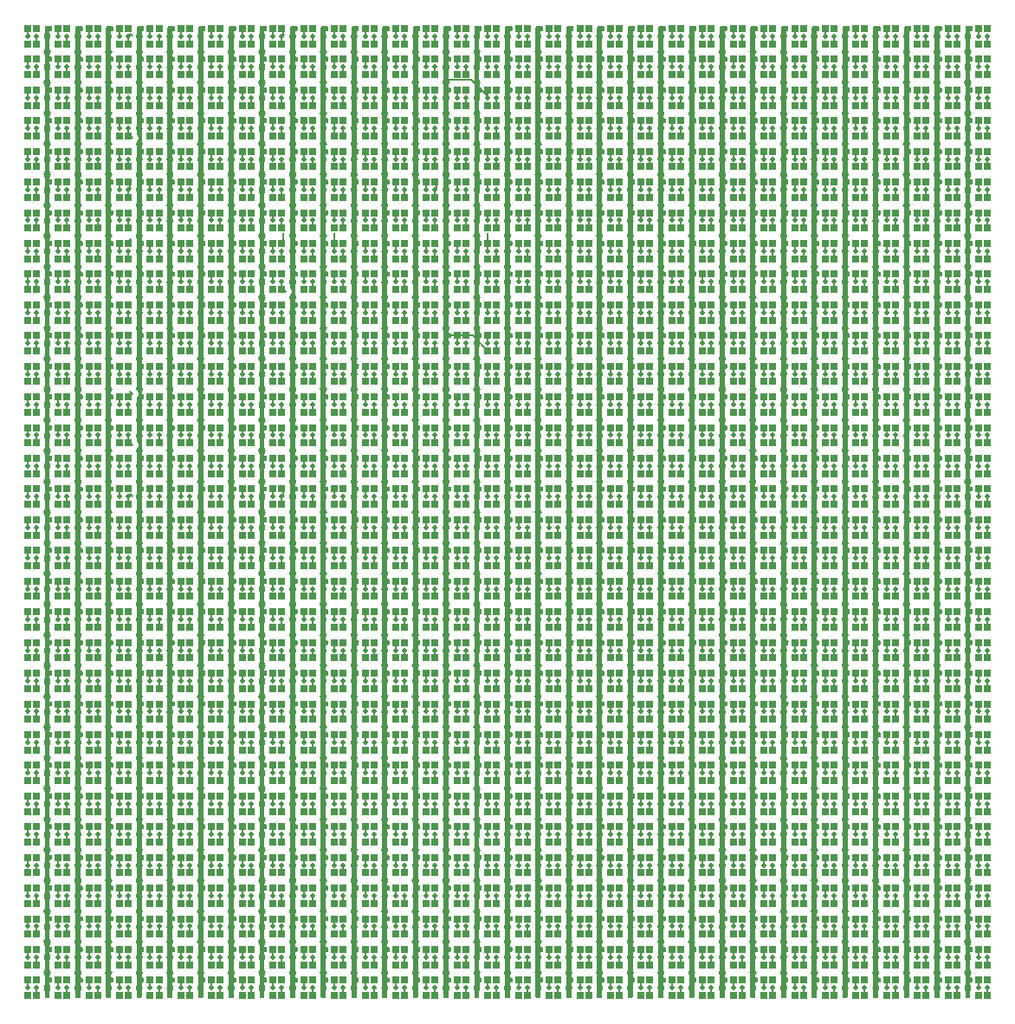
<source format=gbr>
%TF.GenerationSoftware,KiCad,Pcbnew,8.0.2*%
%TF.CreationDate,2024-07-20T19:47:12-05:00*%
%TF.ProjectId,pixel_grid,70697865-6c5f-4677-9269-642e6b696361,rev?*%
%TF.SameCoordinates,Original*%
%TF.FileFunction,Copper,L1,Top*%
%TF.FilePolarity,Positive*%
%FSLAX46Y46*%
G04 Gerber Fmt 4.6, Leading zero omitted, Abs format (unit mm)*
G04 Created by KiCad (PCBNEW 8.0.2) date 2024-07-20 19:47:12*
%MOMM*%
%LPD*%
G01*
G04 APERTURE LIST*
%TA.AperFunction,EtchedComponent*%
%ADD10C,0.200000*%
%TD*%
%TA.AperFunction,SMDPad,CuDef*%
%ADD11R,0.650000X0.800000*%
%TD*%
%TA.AperFunction,ComponentPad*%
%ADD12C,0.500000*%
%TD*%
%TA.AperFunction,Conductor*%
%ADD13C,0.200000*%
%TD*%
G04 APERTURE END LIST*
D10*
%TO.C,D1024*%
X112575000Y-112250000D02*
X112575000Y-113000000D01*
X113425000Y-113750000D02*
X113425000Y-113000000D01*
%TO.C,D1023*%
X109575000Y-112250000D02*
X109575000Y-113000000D01*
X110425000Y-113750000D02*
X110425000Y-113000000D01*
%TO.C,D1022*%
X106575000Y-112250000D02*
X106575000Y-113000000D01*
X107425000Y-113750000D02*
X107425000Y-113000000D01*
%TO.C,D1021*%
X103575000Y-112250000D02*
X103575000Y-113000000D01*
X104425000Y-113750000D02*
X104425000Y-113000000D01*
%TO.C,D1020*%
X100575000Y-112250000D02*
X100575000Y-113000000D01*
X101425000Y-113750000D02*
X101425000Y-113000000D01*
%TO.C,D1019*%
X97575000Y-112250000D02*
X97575000Y-113000000D01*
X98425000Y-113750000D02*
X98425000Y-113000000D01*
%TO.C,D1018*%
X94575000Y-112250000D02*
X94575000Y-113000000D01*
X95425000Y-113750000D02*
X95425000Y-113000000D01*
%TO.C,D1017*%
X91575000Y-112250000D02*
X91575000Y-113000000D01*
X92425000Y-113750000D02*
X92425000Y-113000000D01*
%TO.C,D1016*%
X88575000Y-112250000D02*
X88575000Y-113000000D01*
X89425000Y-113750000D02*
X89425000Y-113000000D01*
%TO.C,D1015*%
X85575000Y-112250000D02*
X85575000Y-113000000D01*
X86425000Y-113750000D02*
X86425000Y-113000000D01*
%TO.C,D1014*%
X82575000Y-112250000D02*
X82575000Y-113000000D01*
X83425000Y-113750000D02*
X83425000Y-113000000D01*
%TO.C,D1013*%
X79575000Y-112250000D02*
X79575000Y-113000000D01*
X80425000Y-113750000D02*
X80425000Y-113000000D01*
%TO.C,D1012*%
X76575000Y-112250000D02*
X76575000Y-113000000D01*
X77425000Y-113750000D02*
X77425000Y-113000000D01*
%TO.C,D1011*%
X73575000Y-112250000D02*
X73575000Y-113000000D01*
X74425000Y-113750000D02*
X74425000Y-113000000D01*
%TO.C,D1010*%
X70575000Y-112250000D02*
X70575000Y-113000000D01*
X71425000Y-113750000D02*
X71425000Y-113000000D01*
%TO.C,D1009*%
X67575000Y-112250000D02*
X67575000Y-113000000D01*
X68425000Y-113750000D02*
X68425000Y-113000000D01*
%TO.C,D1008*%
X64575000Y-112250000D02*
X64575000Y-113000000D01*
X65425000Y-113750000D02*
X65425000Y-113000000D01*
%TO.C,D1007*%
X61575000Y-112250000D02*
X61575000Y-113000000D01*
X62425000Y-113750000D02*
X62425000Y-113000000D01*
%TO.C,D1006*%
X58575000Y-112250000D02*
X58575000Y-113000000D01*
X59425000Y-113750000D02*
X59425000Y-113000000D01*
%TO.C,D1005*%
X55575000Y-112250000D02*
X55575000Y-113000000D01*
X56425000Y-113750000D02*
X56425000Y-113000000D01*
%TO.C,D1004*%
X52575000Y-112250000D02*
X52575000Y-113000000D01*
X53425000Y-113750000D02*
X53425000Y-113000000D01*
%TO.C,D1003*%
X49575000Y-112250000D02*
X49575000Y-113000000D01*
X50425000Y-113750000D02*
X50425000Y-113000000D01*
%TO.C,D1002*%
X46575000Y-112250000D02*
X46575000Y-113000000D01*
X47425000Y-113750000D02*
X47425000Y-113000000D01*
%TO.C,D1001*%
X43575000Y-112250000D02*
X43575000Y-113000000D01*
X44425000Y-113750000D02*
X44425000Y-113000000D01*
%TO.C,D1000*%
X40575000Y-112250000D02*
X40575000Y-113000000D01*
X41425000Y-113750000D02*
X41425000Y-113000000D01*
%TO.C,D999*%
X37575000Y-112250000D02*
X37575000Y-113000000D01*
X38425000Y-113750000D02*
X38425000Y-113000000D01*
%TO.C,D998*%
X34575000Y-112250000D02*
X34575000Y-113000000D01*
X35425000Y-113750000D02*
X35425000Y-113000000D01*
%TO.C,D997*%
X31575000Y-112250000D02*
X31575000Y-113000000D01*
X32425000Y-113750000D02*
X32425000Y-113000000D01*
%TO.C,D996*%
X28575000Y-112250000D02*
X28575000Y-113000000D01*
X29425000Y-113750000D02*
X29425000Y-113000000D01*
%TO.C,D995*%
X25575000Y-112250000D02*
X25575000Y-113000000D01*
X26425000Y-113750000D02*
X26425000Y-113000000D01*
%TO.C,D994*%
X22575000Y-112250000D02*
X22575000Y-113000000D01*
X23425000Y-113750000D02*
X23425000Y-113000000D01*
%TO.C,D993*%
X19575000Y-112250000D02*
X19575000Y-113000000D01*
X20425000Y-113750000D02*
X20425000Y-113000000D01*
%TO.C,D992*%
X112575000Y-109250000D02*
X112575000Y-110000000D01*
X113425000Y-110750000D02*
X113425000Y-110000000D01*
%TO.C,D991*%
X109575000Y-109250000D02*
X109575000Y-110000000D01*
X110425000Y-110750000D02*
X110425000Y-110000000D01*
%TO.C,D990*%
X106575000Y-109250000D02*
X106575000Y-110000000D01*
X107425000Y-110750000D02*
X107425000Y-110000000D01*
%TO.C,D989*%
X103575000Y-109250000D02*
X103575000Y-110000000D01*
X104425000Y-110750000D02*
X104425000Y-110000000D01*
%TO.C,D988*%
X100575000Y-109250000D02*
X100575000Y-110000000D01*
X101425000Y-110750000D02*
X101425000Y-110000000D01*
%TO.C,D987*%
X97575000Y-109250000D02*
X97575000Y-110000000D01*
X98425000Y-110750000D02*
X98425000Y-110000000D01*
%TO.C,D986*%
X94575000Y-109250000D02*
X94575000Y-110000000D01*
X95425000Y-110750000D02*
X95425000Y-110000000D01*
%TO.C,D985*%
X91575000Y-109250000D02*
X91575000Y-110000000D01*
X92425000Y-110750000D02*
X92425000Y-110000000D01*
%TO.C,D984*%
X88575000Y-109250000D02*
X88575000Y-110000000D01*
X89425000Y-110750000D02*
X89425000Y-110000000D01*
%TO.C,D983*%
X85575000Y-109250000D02*
X85575000Y-110000000D01*
X86425000Y-110750000D02*
X86425000Y-110000000D01*
%TO.C,D982*%
X82575000Y-109250000D02*
X82575000Y-110000000D01*
X83425000Y-110750000D02*
X83425000Y-110000000D01*
%TO.C,D981*%
X79575000Y-109250000D02*
X79575000Y-110000000D01*
X80425000Y-110750000D02*
X80425000Y-110000000D01*
%TO.C,D980*%
X76575000Y-109250000D02*
X76575000Y-110000000D01*
X77425000Y-110750000D02*
X77425000Y-110000000D01*
%TO.C,D979*%
X73575000Y-109250000D02*
X73575000Y-110000000D01*
X74425000Y-110750000D02*
X74425000Y-110000000D01*
%TO.C,D978*%
X70575000Y-109250000D02*
X70575000Y-110000000D01*
X71425000Y-110750000D02*
X71425000Y-110000000D01*
%TO.C,D977*%
X67575000Y-109250000D02*
X67575000Y-110000000D01*
X68425000Y-110750000D02*
X68425000Y-110000000D01*
%TO.C,D976*%
X64575000Y-109250000D02*
X64575000Y-110000000D01*
X65425000Y-110750000D02*
X65425000Y-110000000D01*
%TO.C,D975*%
X61575000Y-109250000D02*
X61575000Y-110000000D01*
X62425000Y-110750000D02*
X62425000Y-110000000D01*
%TO.C,D974*%
X58575000Y-109250000D02*
X58575000Y-110000000D01*
X59425000Y-110750000D02*
X59425000Y-110000000D01*
%TO.C,D973*%
X55575000Y-109250000D02*
X55575000Y-110000000D01*
X56425000Y-110750000D02*
X56425000Y-110000000D01*
%TO.C,D972*%
X52575000Y-109250000D02*
X52575000Y-110000000D01*
X53425000Y-110750000D02*
X53425000Y-110000000D01*
%TO.C,D971*%
X49575000Y-109250000D02*
X49575000Y-110000000D01*
X50425000Y-110750000D02*
X50425000Y-110000000D01*
%TO.C,D970*%
X46575000Y-109250000D02*
X46575000Y-110000000D01*
X47425000Y-110750000D02*
X47425000Y-110000000D01*
%TO.C,D969*%
X43575000Y-109250000D02*
X43575000Y-110000000D01*
X44425000Y-110750000D02*
X44425000Y-110000000D01*
%TO.C,D968*%
X40575000Y-109250000D02*
X40575000Y-110000000D01*
X41425000Y-110750000D02*
X41425000Y-110000000D01*
%TO.C,D967*%
X37575000Y-109250000D02*
X37575000Y-110000000D01*
X38425000Y-110750000D02*
X38425000Y-110000000D01*
%TO.C,D966*%
X34575000Y-109250000D02*
X34575000Y-110000000D01*
X35425000Y-110750000D02*
X35425000Y-110000000D01*
%TO.C,D965*%
X31575000Y-109250000D02*
X31575000Y-110000000D01*
X32425000Y-110750000D02*
X32425000Y-110000000D01*
%TO.C,D964*%
X28575000Y-109250000D02*
X28575000Y-110000000D01*
X29425000Y-110750000D02*
X29425000Y-110000000D01*
%TO.C,D963*%
X25575000Y-109250000D02*
X25575000Y-110000000D01*
X26425000Y-110750000D02*
X26425000Y-110000000D01*
%TO.C,D962*%
X22575000Y-109250000D02*
X22575000Y-110000000D01*
X23425000Y-110750000D02*
X23425000Y-110000000D01*
%TO.C,D961*%
X19575000Y-109250000D02*
X19575000Y-110000000D01*
X20425000Y-110750000D02*
X20425000Y-110000000D01*
%TO.C,D960*%
X112575000Y-106250000D02*
X112575000Y-107000000D01*
X113425000Y-107750000D02*
X113425000Y-107000000D01*
%TO.C,D959*%
X109575000Y-106250000D02*
X109575000Y-107000000D01*
X110425000Y-107750000D02*
X110425000Y-107000000D01*
%TO.C,D958*%
X106575000Y-106250000D02*
X106575000Y-107000000D01*
X107425000Y-107750000D02*
X107425000Y-107000000D01*
%TO.C,D957*%
X103575000Y-106250000D02*
X103575000Y-107000000D01*
X104425000Y-107750000D02*
X104425000Y-107000000D01*
%TO.C,D956*%
X100575000Y-106250000D02*
X100575000Y-107000000D01*
X101425000Y-107750000D02*
X101425000Y-107000000D01*
%TO.C,D955*%
X97575000Y-106250000D02*
X97575000Y-107000000D01*
X98425000Y-107750000D02*
X98425000Y-107000000D01*
%TO.C,D954*%
X94575000Y-106250000D02*
X94575000Y-107000000D01*
X95425000Y-107750000D02*
X95425000Y-107000000D01*
%TO.C,D953*%
X91575000Y-106250000D02*
X91575000Y-107000000D01*
X92425000Y-107750000D02*
X92425000Y-107000000D01*
%TO.C,D952*%
X88575000Y-106250000D02*
X88575000Y-107000000D01*
X89425000Y-107750000D02*
X89425000Y-107000000D01*
%TO.C,D951*%
X85575000Y-106250000D02*
X85575000Y-107000000D01*
X86425000Y-107750000D02*
X86425000Y-107000000D01*
%TO.C,D950*%
X82575000Y-106250000D02*
X82575000Y-107000000D01*
X83425000Y-107750000D02*
X83425000Y-107000000D01*
%TO.C,D949*%
X79575000Y-106250000D02*
X79575000Y-107000000D01*
X80425000Y-107750000D02*
X80425000Y-107000000D01*
%TO.C,D948*%
X76575000Y-106250000D02*
X76575000Y-107000000D01*
X77425000Y-107750000D02*
X77425000Y-107000000D01*
%TO.C,D947*%
X73575000Y-106250000D02*
X73575000Y-107000000D01*
X74425000Y-107750000D02*
X74425000Y-107000000D01*
%TO.C,D946*%
X70575000Y-106250000D02*
X70575000Y-107000000D01*
X71425000Y-107750000D02*
X71425000Y-107000000D01*
%TO.C,D945*%
X67575000Y-106250000D02*
X67575000Y-107000000D01*
X68425000Y-107750000D02*
X68425000Y-107000000D01*
%TO.C,D944*%
X64575000Y-106250000D02*
X64575000Y-107000000D01*
X65425000Y-107750000D02*
X65425000Y-107000000D01*
%TO.C,D943*%
X61575000Y-106250000D02*
X61575000Y-107000000D01*
X62425000Y-107750000D02*
X62425000Y-107000000D01*
%TO.C,D942*%
X58575000Y-106250000D02*
X58575000Y-107000000D01*
X59425000Y-107750000D02*
X59425000Y-107000000D01*
%TO.C,D941*%
X55575000Y-106250000D02*
X55575000Y-107000000D01*
X56425000Y-107750000D02*
X56425000Y-107000000D01*
%TO.C,D940*%
X52575000Y-106250000D02*
X52575000Y-107000000D01*
X53425000Y-107750000D02*
X53425000Y-107000000D01*
%TO.C,D939*%
X49575000Y-106250000D02*
X49575000Y-107000000D01*
X50425000Y-107750000D02*
X50425000Y-107000000D01*
%TO.C,D938*%
X46575000Y-106250000D02*
X46575000Y-107000000D01*
X47425000Y-107750000D02*
X47425000Y-107000000D01*
%TO.C,D937*%
X43575000Y-106250000D02*
X43575000Y-107000000D01*
X44425000Y-107750000D02*
X44425000Y-107000000D01*
%TO.C,D936*%
X40575000Y-106250000D02*
X40575000Y-107000000D01*
X41425000Y-107750000D02*
X41425000Y-107000000D01*
%TO.C,D935*%
X37575000Y-106250000D02*
X37575000Y-107000000D01*
X38425000Y-107750000D02*
X38425000Y-107000000D01*
%TO.C,D934*%
X34575000Y-106250000D02*
X34575000Y-107000000D01*
X35425000Y-107750000D02*
X35425000Y-107000000D01*
%TO.C,D933*%
X31575000Y-106250000D02*
X31575000Y-107000000D01*
X32425000Y-107750000D02*
X32425000Y-107000000D01*
%TO.C,D932*%
X28575000Y-106250000D02*
X28575000Y-107000000D01*
X29425000Y-107750000D02*
X29425000Y-107000000D01*
%TO.C,D931*%
X25575000Y-106250000D02*
X25575000Y-107000000D01*
X26425000Y-107750000D02*
X26425000Y-107000000D01*
%TO.C,D930*%
X22575000Y-106250000D02*
X22575000Y-107000000D01*
X23425000Y-107750000D02*
X23425000Y-107000000D01*
%TO.C,D929*%
X19575000Y-106250000D02*
X19575000Y-107000000D01*
X20425000Y-107750000D02*
X20425000Y-107000000D01*
%TO.C,D928*%
X112575000Y-103250000D02*
X112575000Y-104000000D01*
X113425000Y-104750000D02*
X113425000Y-104000000D01*
%TO.C,D927*%
X109575000Y-103250000D02*
X109575000Y-104000000D01*
X110425000Y-104750000D02*
X110425000Y-104000000D01*
%TO.C,D926*%
X106575000Y-103250000D02*
X106575000Y-104000000D01*
X107425000Y-104750000D02*
X107425000Y-104000000D01*
%TO.C,D925*%
X103575000Y-103250000D02*
X103575000Y-104000000D01*
X104425000Y-104750000D02*
X104425000Y-104000000D01*
%TO.C,D924*%
X100575000Y-103250000D02*
X100575000Y-104000000D01*
X101425000Y-104750000D02*
X101425000Y-104000000D01*
%TO.C,D923*%
X97575000Y-103250000D02*
X97575000Y-104000000D01*
X98425000Y-104750000D02*
X98425000Y-104000000D01*
%TO.C,D922*%
X94575000Y-103250000D02*
X94575000Y-104000000D01*
X95425000Y-104750000D02*
X95425000Y-104000000D01*
%TO.C,D921*%
X91575000Y-103250000D02*
X91575000Y-104000000D01*
X92425000Y-104750000D02*
X92425000Y-104000000D01*
%TO.C,D920*%
X88575000Y-103250000D02*
X88575000Y-104000000D01*
X89425000Y-104750000D02*
X89425000Y-104000000D01*
%TO.C,D919*%
X85575000Y-103250000D02*
X85575000Y-104000000D01*
X86425000Y-104750000D02*
X86425000Y-104000000D01*
%TO.C,D918*%
X82575000Y-103250000D02*
X82575000Y-104000000D01*
X83425000Y-104750000D02*
X83425000Y-104000000D01*
%TO.C,D917*%
X79575000Y-103250000D02*
X79575000Y-104000000D01*
X80425000Y-104750000D02*
X80425000Y-104000000D01*
%TO.C,D916*%
X76575000Y-103250000D02*
X76575000Y-104000000D01*
X77425000Y-104750000D02*
X77425000Y-104000000D01*
%TO.C,D915*%
X73575000Y-103250000D02*
X73575000Y-104000000D01*
X74425000Y-104750000D02*
X74425000Y-104000000D01*
%TO.C,D914*%
X70575000Y-103250000D02*
X70575000Y-104000000D01*
X71425000Y-104750000D02*
X71425000Y-104000000D01*
%TO.C,D913*%
X67575000Y-103250000D02*
X67575000Y-104000000D01*
X68425000Y-104750000D02*
X68425000Y-104000000D01*
%TO.C,D912*%
X64575000Y-103250000D02*
X64575000Y-104000000D01*
X65425000Y-104750000D02*
X65425000Y-104000000D01*
%TO.C,D911*%
X61575000Y-103250000D02*
X61575000Y-104000000D01*
X62425000Y-104750000D02*
X62425000Y-104000000D01*
%TO.C,D910*%
X58575000Y-103250000D02*
X58575000Y-104000000D01*
X59425000Y-104750000D02*
X59425000Y-104000000D01*
%TO.C,D909*%
X55575000Y-103250000D02*
X55575000Y-104000000D01*
X56425000Y-104750000D02*
X56425000Y-104000000D01*
%TO.C,D908*%
X52575000Y-103250000D02*
X52575000Y-104000000D01*
X53425000Y-104750000D02*
X53425000Y-104000000D01*
%TO.C,D907*%
X49575000Y-103250000D02*
X49575000Y-104000000D01*
X50425000Y-104750000D02*
X50425000Y-104000000D01*
%TO.C,D906*%
X46575000Y-103250000D02*
X46575000Y-104000000D01*
X47425000Y-104750000D02*
X47425000Y-104000000D01*
%TO.C,D905*%
X43575000Y-103250000D02*
X43575000Y-104000000D01*
X44425000Y-104750000D02*
X44425000Y-104000000D01*
%TO.C,D904*%
X40575000Y-103250000D02*
X40575000Y-104000000D01*
X41425000Y-104750000D02*
X41425000Y-104000000D01*
%TO.C,D903*%
X37575000Y-103250000D02*
X37575000Y-104000000D01*
X38425000Y-104750000D02*
X38425000Y-104000000D01*
%TO.C,D902*%
X34575000Y-103250000D02*
X34575000Y-104000000D01*
X35425000Y-104750000D02*
X35425000Y-104000000D01*
%TO.C,D901*%
X31575000Y-103250000D02*
X31575000Y-104000000D01*
X32425000Y-104750000D02*
X32425000Y-104000000D01*
%TO.C,D900*%
X28575000Y-103250000D02*
X28575000Y-104000000D01*
X29425000Y-104750000D02*
X29425000Y-104000000D01*
%TO.C,D899*%
X25575000Y-103250000D02*
X25575000Y-104000000D01*
X26425000Y-104750000D02*
X26425000Y-104000000D01*
%TO.C,D898*%
X22575000Y-103250000D02*
X22575000Y-104000000D01*
X23425000Y-104750000D02*
X23425000Y-104000000D01*
%TO.C,D897*%
X19575000Y-103250000D02*
X19575000Y-104000000D01*
X20425000Y-104750000D02*
X20425000Y-104000000D01*
%TO.C,D896*%
X112575000Y-100250000D02*
X112575000Y-101000000D01*
X113425000Y-101750000D02*
X113425000Y-101000000D01*
%TO.C,D895*%
X109575000Y-100250000D02*
X109575000Y-101000000D01*
X110425000Y-101750000D02*
X110425000Y-101000000D01*
%TO.C,D894*%
X106575000Y-100250000D02*
X106575000Y-101000000D01*
X107425000Y-101750000D02*
X107425000Y-101000000D01*
%TO.C,D893*%
X103575000Y-100250000D02*
X103575000Y-101000000D01*
X104425000Y-101750000D02*
X104425000Y-101000000D01*
%TO.C,D892*%
X100575000Y-100250000D02*
X100575000Y-101000000D01*
X101425000Y-101750000D02*
X101425000Y-101000000D01*
%TO.C,D891*%
X97575000Y-100250000D02*
X97575000Y-101000000D01*
X98425000Y-101750000D02*
X98425000Y-101000000D01*
%TO.C,D890*%
X94575000Y-100250000D02*
X94575000Y-101000000D01*
X95425000Y-101750000D02*
X95425000Y-101000000D01*
%TO.C,D889*%
X91575000Y-100250000D02*
X91575000Y-101000000D01*
X92425000Y-101750000D02*
X92425000Y-101000000D01*
%TO.C,D888*%
X88575000Y-100250000D02*
X88575000Y-101000000D01*
X89425000Y-101750000D02*
X89425000Y-101000000D01*
%TO.C,D887*%
X85575000Y-100250000D02*
X85575000Y-101000000D01*
X86425000Y-101750000D02*
X86425000Y-101000000D01*
%TO.C,D886*%
X82575000Y-100250000D02*
X82575000Y-101000000D01*
X83425000Y-101750000D02*
X83425000Y-101000000D01*
%TO.C,D885*%
X79575000Y-100250000D02*
X79575000Y-101000000D01*
X80425000Y-101750000D02*
X80425000Y-101000000D01*
%TO.C,D884*%
X76575000Y-100250000D02*
X76575000Y-101000000D01*
X77425000Y-101750000D02*
X77425000Y-101000000D01*
%TO.C,D883*%
X73575000Y-100250000D02*
X73575000Y-101000000D01*
X74425000Y-101750000D02*
X74425000Y-101000000D01*
%TO.C,D882*%
X70575000Y-100250000D02*
X70575000Y-101000000D01*
X71425000Y-101750000D02*
X71425000Y-101000000D01*
%TO.C,D881*%
X67575000Y-100250000D02*
X67575000Y-101000000D01*
X68425000Y-101750000D02*
X68425000Y-101000000D01*
%TO.C,D880*%
X64575000Y-100250000D02*
X64575000Y-101000000D01*
X65425000Y-101750000D02*
X65425000Y-101000000D01*
%TO.C,D879*%
X61575000Y-100250000D02*
X61575000Y-101000000D01*
X62425000Y-101750000D02*
X62425000Y-101000000D01*
%TO.C,D878*%
X58575000Y-100250000D02*
X58575000Y-101000000D01*
X59425000Y-101750000D02*
X59425000Y-101000000D01*
%TO.C,D877*%
X55575000Y-100250000D02*
X55575000Y-101000000D01*
X56425000Y-101750000D02*
X56425000Y-101000000D01*
%TO.C,D876*%
X52575000Y-100250000D02*
X52575000Y-101000000D01*
X53425000Y-101750000D02*
X53425000Y-101000000D01*
%TO.C,D875*%
X49575000Y-100250000D02*
X49575000Y-101000000D01*
X50425000Y-101750000D02*
X50425000Y-101000000D01*
%TO.C,D874*%
X46575000Y-100250000D02*
X46575000Y-101000000D01*
X47425000Y-101750000D02*
X47425000Y-101000000D01*
%TO.C,D873*%
X43575000Y-100250000D02*
X43575000Y-101000000D01*
X44425000Y-101750000D02*
X44425000Y-101000000D01*
%TO.C,D872*%
X40575000Y-100250000D02*
X40575000Y-101000000D01*
X41425000Y-101750000D02*
X41425000Y-101000000D01*
%TO.C,D871*%
X37575000Y-100250000D02*
X37575000Y-101000000D01*
X38425000Y-101750000D02*
X38425000Y-101000000D01*
%TO.C,D870*%
X34575000Y-100250000D02*
X34575000Y-101000000D01*
X35425000Y-101750000D02*
X35425000Y-101000000D01*
%TO.C,D869*%
X31575000Y-100250000D02*
X31575000Y-101000000D01*
X32425000Y-101750000D02*
X32425000Y-101000000D01*
%TO.C,D868*%
X28575000Y-100250000D02*
X28575000Y-101000000D01*
X29425000Y-101750000D02*
X29425000Y-101000000D01*
%TO.C,D867*%
X25575000Y-100250000D02*
X25575000Y-101000000D01*
X26425000Y-101750000D02*
X26425000Y-101000000D01*
%TO.C,D866*%
X22575000Y-100250000D02*
X22575000Y-101000000D01*
X23425000Y-101750000D02*
X23425000Y-101000000D01*
%TO.C,D865*%
X19575000Y-100250000D02*
X19575000Y-101000000D01*
X20425000Y-101750000D02*
X20425000Y-101000000D01*
%TO.C,D864*%
X112575000Y-97250000D02*
X112575000Y-98000000D01*
X113425000Y-98750000D02*
X113425000Y-98000000D01*
%TO.C,D863*%
X109575000Y-97250000D02*
X109575000Y-98000000D01*
X110425000Y-98750000D02*
X110425000Y-98000000D01*
%TO.C,D862*%
X106575000Y-97250000D02*
X106575000Y-98000000D01*
X107425000Y-98750000D02*
X107425000Y-98000000D01*
%TO.C,D861*%
X103575000Y-97250000D02*
X103575000Y-98000000D01*
X104425000Y-98750000D02*
X104425000Y-98000000D01*
%TO.C,D860*%
X100575000Y-97250000D02*
X100575000Y-98000000D01*
X101425000Y-98750000D02*
X101425000Y-98000000D01*
%TO.C,D859*%
X97575000Y-97250000D02*
X97575000Y-98000000D01*
X98425000Y-98750000D02*
X98425000Y-98000000D01*
%TO.C,D858*%
X94575000Y-97250000D02*
X94575000Y-98000000D01*
X95425000Y-98750000D02*
X95425000Y-98000000D01*
%TO.C,D857*%
X91575000Y-97250000D02*
X91575000Y-98000000D01*
X92425000Y-98750000D02*
X92425000Y-98000000D01*
%TO.C,D856*%
X88575000Y-97250000D02*
X88575000Y-98000000D01*
X89425000Y-98750000D02*
X89425000Y-98000000D01*
%TO.C,D855*%
X85575000Y-97250000D02*
X85575000Y-98000000D01*
X86425000Y-98750000D02*
X86425000Y-98000000D01*
%TO.C,D854*%
X82575000Y-97250000D02*
X82575000Y-98000000D01*
X83425000Y-98750000D02*
X83425000Y-98000000D01*
%TO.C,D853*%
X79575000Y-97250000D02*
X79575000Y-98000000D01*
X80425000Y-98750000D02*
X80425000Y-98000000D01*
%TO.C,D852*%
X76575000Y-97250000D02*
X76575000Y-98000000D01*
X77425000Y-98750000D02*
X77425000Y-98000000D01*
%TO.C,D851*%
X73575000Y-97250000D02*
X73575000Y-98000000D01*
X74425000Y-98750000D02*
X74425000Y-98000000D01*
%TO.C,D850*%
X70575000Y-97250000D02*
X70575000Y-98000000D01*
X71425000Y-98750000D02*
X71425000Y-98000000D01*
%TO.C,D849*%
X67575000Y-97250000D02*
X67575000Y-98000000D01*
X68425000Y-98750000D02*
X68425000Y-98000000D01*
%TO.C,D848*%
X64575000Y-97250000D02*
X64575000Y-98000000D01*
X65425000Y-98750000D02*
X65425000Y-98000000D01*
%TO.C,D847*%
X61575000Y-97250000D02*
X61575000Y-98000000D01*
X62425000Y-98750000D02*
X62425000Y-98000000D01*
%TO.C,D846*%
X58575000Y-97250000D02*
X58575000Y-98000000D01*
X59425000Y-98750000D02*
X59425000Y-98000000D01*
%TO.C,D845*%
X55575000Y-97250000D02*
X55575000Y-98000000D01*
X56425000Y-98750000D02*
X56425000Y-98000000D01*
%TO.C,D844*%
X52575000Y-97250000D02*
X52575000Y-98000000D01*
X53425000Y-98750000D02*
X53425000Y-98000000D01*
%TO.C,D843*%
X49575000Y-97250000D02*
X49575000Y-98000000D01*
X50425000Y-98750000D02*
X50425000Y-98000000D01*
%TO.C,D842*%
X46575000Y-97250000D02*
X46575000Y-98000000D01*
X47425000Y-98750000D02*
X47425000Y-98000000D01*
%TO.C,D841*%
X43575000Y-97250000D02*
X43575000Y-98000000D01*
X44425000Y-98750000D02*
X44425000Y-98000000D01*
%TO.C,D840*%
X40575000Y-97250000D02*
X40575000Y-98000000D01*
X41425000Y-98750000D02*
X41425000Y-98000000D01*
%TO.C,D839*%
X37575000Y-97250000D02*
X37575000Y-98000000D01*
X38425000Y-98750000D02*
X38425000Y-98000000D01*
%TO.C,D838*%
X34575000Y-97250000D02*
X34575000Y-98000000D01*
X35425000Y-98750000D02*
X35425000Y-98000000D01*
%TO.C,D837*%
X31575000Y-97250000D02*
X31575000Y-98000000D01*
X32425000Y-98750000D02*
X32425000Y-98000000D01*
%TO.C,D836*%
X28575000Y-97250000D02*
X28575000Y-98000000D01*
X29425000Y-98750000D02*
X29425000Y-98000000D01*
%TO.C,D835*%
X25575000Y-97250000D02*
X25575000Y-98000000D01*
X26425000Y-98750000D02*
X26425000Y-98000000D01*
%TO.C,D834*%
X22575000Y-97250000D02*
X22575000Y-98000000D01*
X23425000Y-98750000D02*
X23425000Y-98000000D01*
%TO.C,D833*%
X19575000Y-97250000D02*
X19575000Y-98000000D01*
X20425000Y-98750000D02*
X20425000Y-98000000D01*
%TO.C,D832*%
X112575000Y-94250000D02*
X112575000Y-95000000D01*
X113425000Y-95750000D02*
X113425000Y-95000000D01*
%TO.C,D831*%
X109575000Y-94250000D02*
X109575000Y-95000000D01*
X110425000Y-95750000D02*
X110425000Y-95000000D01*
%TO.C,D830*%
X106575000Y-94250000D02*
X106575000Y-95000000D01*
X107425000Y-95750000D02*
X107425000Y-95000000D01*
%TO.C,D829*%
X103575000Y-94250000D02*
X103575000Y-95000000D01*
X104425000Y-95750000D02*
X104425000Y-95000000D01*
%TO.C,D828*%
X100575000Y-94250000D02*
X100575000Y-95000000D01*
X101425000Y-95750000D02*
X101425000Y-95000000D01*
%TO.C,D827*%
X97575000Y-94250000D02*
X97575000Y-95000000D01*
X98425000Y-95750000D02*
X98425000Y-95000000D01*
%TO.C,D826*%
X94575000Y-94250000D02*
X94575000Y-95000000D01*
X95425000Y-95750000D02*
X95425000Y-95000000D01*
%TO.C,D825*%
X91575000Y-94250000D02*
X91575000Y-95000000D01*
X92425000Y-95750000D02*
X92425000Y-95000000D01*
%TO.C,D824*%
X88575000Y-94250000D02*
X88575000Y-95000000D01*
X89425000Y-95750000D02*
X89425000Y-95000000D01*
%TO.C,D823*%
X85575000Y-94250000D02*
X85575000Y-95000000D01*
X86425000Y-95750000D02*
X86425000Y-95000000D01*
%TO.C,D822*%
X82575000Y-94250000D02*
X82575000Y-95000000D01*
X83425000Y-95750000D02*
X83425000Y-95000000D01*
%TO.C,D821*%
X79575000Y-94250000D02*
X79575000Y-95000000D01*
X80425000Y-95750000D02*
X80425000Y-95000000D01*
%TO.C,D820*%
X76575000Y-94250000D02*
X76575000Y-95000000D01*
X77425000Y-95750000D02*
X77425000Y-95000000D01*
%TO.C,D819*%
X73575000Y-94250000D02*
X73575000Y-95000000D01*
X74425000Y-95750000D02*
X74425000Y-95000000D01*
%TO.C,D818*%
X70575000Y-94250000D02*
X70575000Y-95000000D01*
X71425000Y-95750000D02*
X71425000Y-95000000D01*
%TO.C,D817*%
X67575000Y-94250000D02*
X67575000Y-95000000D01*
X68425000Y-95750000D02*
X68425000Y-95000000D01*
%TO.C,D816*%
X64575000Y-94250000D02*
X64575000Y-95000000D01*
X65425000Y-95750000D02*
X65425000Y-95000000D01*
%TO.C,D815*%
X61575000Y-94250000D02*
X61575000Y-95000000D01*
X62425000Y-95750000D02*
X62425000Y-95000000D01*
%TO.C,D814*%
X58575000Y-94250000D02*
X58575000Y-95000000D01*
X59425000Y-95750000D02*
X59425000Y-95000000D01*
%TO.C,D813*%
X55575000Y-94250000D02*
X55575000Y-95000000D01*
X56425000Y-95750000D02*
X56425000Y-95000000D01*
%TO.C,D812*%
X52575000Y-94250000D02*
X52575000Y-95000000D01*
X53425000Y-95750000D02*
X53425000Y-95000000D01*
%TO.C,D811*%
X49575000Y-94250000D02*
X49575000Y-95000000D01*
X50425000Y-95750000D02*
X50425000Y-95000000D01*
%TO.C,D810*%
X46575000Y-94250000D02*
X46575000Y-95000000D01*
X47425000Y-95750000D02*
X47425000Y-95000000D01*
%TO.C,D809*%
X43575000Y-94250000D02*
X43575000Y-95000000D01*
X44425000Y-95750000D02*
X44425000Y-95000000D01*
%TO.C,D808*%
X40575000Y-94250000D02*
X40575000Y-95000000D01*
X41425000Y-95750000D02*
X41425000Y-95000000D01*
%TO.C,D807*%
X37575000Y-94250000D02*
X37575000Y-95000000D01*
X38425000Y-95750000D02*
X38425000Y-95000000D01*
%TO.C,D806*%
X34575000Y-94250000D02*
X34575000Y-95000000D01*
X35425000Y-95750000D02*
X35425000Y-95000000D01*
%TO.C,D805*%
X31575000Y-94250000D02*
X31575000Y-95000000D01*
X32425000Y-95750000D02*
X32425000Y-95000000D01*
%TO.C,D804*%
X28575000Y-94250000D02*
X28575000Y-95000000D01*
X29425000Y-95750000D02*
X29425000Y-95000000D01*
%TO.C,D803*%
X25575000Y-94250000D02*
X25575000Y-95000000D01*
X26425000Y-95750000D02*
X26425000Y-95000000D01*
%TO.C,D802*%
X22575000Y-94250000D02*
X22575000Y-95000000D01*
X23425000Y-95750000D02*
X23425000Y-95000000D01*
%TO.C,D801*%
X19575000Y-94250000D02*
X19575000Y-95000000D01*
X20425000Y-95750000D02*
X20425000Y-95000000D01*
%TO.C,D800*%
X112575000Y-91250000D02*
X112575000Y-92000000D01*
X113425000Y-92750000D02*
X113425000Y-92000000D01*
%TO.C,D799*%
X109575000Y-91250000D02*
X109575000Y-92000000D01*
X110425000Y-92750000D02*
X110425000Y-92000000D01*
%TO.C,D798*%
X106575000Y-91250000D02*
X106575000Y-92000000D01*
X107425000Y-92750000D02*
X107425000Y-92000000D01*
%TO.C,D797*%
X103575000Y-91250000D02*
X103575000Y-92000000D01*
X104425000Y-92750000D02*
X104425000Y-92000000D01*
%TO.C,D796*%
X100575000Y-91250000D02*
X100575000Y-92000000D01*
X101425000Y-92750000D02*
X101425000Y-92000000D01*
%TO.C,D795*%
X97575000Y-91250000D02*
X97575000Y-92000000D01*
X98425000Y-92750000D02*
X98425000Y-92000000D01*
%TO.C,D794*%
X94575000Y-91250000D02*
X94575000Y-92000000D01*
X95425000Y-92750000D02*
X95425000Y-92000000D01*
%TO.C,D793*%
X91575000Y-91250000D02*
X91575000Y-92000000D01*
X92425000Y-92750000D02*
X92425000Y-92000000D01*
%TO.C,D792*%
X88575000Y-91250000D02*
X88575000Y-92000000D01*
X89425000Y-92750000D02*
X89425000Y-92000000D01*
%TO.C,D791*%
X85575000Y-91250000D02*
X85575000Y-92000000D01*
X86425000Y-92750000D02*
X86425000Y-92000000D01*
%TO.C,D790*%
X82575000Y-91250000D02*
X82575000Y-92000000D01*
X83425000Y-92750000D02*
X83425000Y-92000000D01*
%TO.C,D789*%
X79575000Y-91250000D02*
X79575000Y-92000000D01*
X80425000Y-92750000D02*
X80425000Y-92000000D01*
%TO.C,D788*%
X76575000Y-91250000D02*
X76575000Y-92000000D01*
X77425000Y-92750000D02*
X77425000Y-92000000D01*
%TO.C,D787*%
X73575000Y-91250000D02*
X73575000Y-92000000D01*
X74425000Y-92750000D02*
X74425000Y-92000000D01*
%TO.C,D786*%
X70575000Y-91250000D02*
X70575000Y-92000000D01*
X71425000Y-92750000D02*
X71425000Y-92000000D01*
%TO.C,D785*%
X67575000Y-91250000D02*
X67575000Y-92000000D01*
X68425000Y-92750000D02*
X68425000Y-92000000D01*
%TO.C,D784*%
X64575000Y-91250000D02*
X64575000Y-92000000D01*
X65425000Y-92750000D02*
X65425000Y-92000000D01*
%TO.C,D783*%
X61575000Y-91250000D02*
X61575000Y-92000000D01*
X62425000Y-92750000D02*
X62425000Y-92000000D01*
%TO.C,D782*%
X58575000Y-91250000D02*
X58575000Y-92000000D01*
X59425000Y-92750000D02*
X59425000Y-92000000D01*
%TO.C,D781*%
X55575000Y-91250000D02*
X55575000Y-92000000D01*
X56425000Y-92750000D02*
X56425000Y-92000000D01*
%TO.C,D780*%
X52575000Y-91250000D02*
X52575000Y-92000000D01*
X53425000Y-92750000D02*
X53425000Y-92000000D01*
%TO.C,D779*%
X49575000Y-91250000D02*
X49575000Y-92000000D01*
X50425000Y-92750000D02*
X50425000Y-92000000D01*
%TO.C,D778*%
X46575000Y-91250000D02*
X46575000Y-92000000D01*
X47425000Y-92750000D02*
X47425000Y-92000000D01*
%TO.C,D777*%
X43575000Y-91250000D02*
X43575000Y-92000000D01*
X44425000Y-92750000D02*
X44425000Y-92000000D01*
%TO.C,D776*%
X40575000Y-91250000D02*
X40575000Y-92000000D01*
X41425000Y-92750000D02*
X41425000Y-92000000D01*
%TO.C,D775*%
X37575000Y-91250000D02*
X37575000Y-92000000D01*
X38425000Y-92750000D02*
X38425000Y-92000000D01*
%TO.C,D774*%
X34575000Y-91250000D02*
X34575000Y-92000000D01*
X35425000Y-92750000D02*
X35425000Y-92000000D01*
%TO.C,D773*%
X31575000Y-91250000D02*
X31575000Y-92000000D01*
X32425000Y-92750000D02*
X32425000Y-92000000D01*
%TO.C,D772*%
X28575000Y-91250000D02*
X28575000Y-92000000D01*
X29425000Y-92750000D02*
X29425000Y-92000000D01*
%TO.C,D771*%
X25575000Y-91250000D02*
X25575000Y-92000000D01*
X26425000Y-92750000D02*
X26425000Y-92000000D01*
%TO.C,D770*%
X22575000Y-91250000D02*
X22575000Y-92000000D01*
X23425000Y-92750000D02*
X23425000Y-92000000D01*
%TO.C,D769*%
X19575000Y-91250000D02*
X19575000Y-92000000D01*
X20425000Y-92750000D02*
X20425000Y-92000000D01*
%TO.C,D768*%
X112575000Y-88250000D02*
X112575000Y-89000000D01*
X113425000Y-89750000D02*
X113425000Y-89000000D01*
%TO.C,D767*%
X109575000Y-88250000D02*
X109575000Y-89000000D01*
X110425000Y-89750000D02*
X110425000Y-89000000D01*
%TO.C,D766*%
X106575000Y-88250000D02*
X106575000Y-89000000D01*
X107425000Y-89750000D02*
X107425000Y-89000000D01*
%TO.C,D765*%
X103575000Y-88250000D02*
X103575000Y-89000000D01*
X104425000Y-89750000D02*
X104425000Y-89000000D01*
%TO.C,D764*%
X100575000Y-88250000D02*
X100575000Y-89000000D01*
X101425000Y-89750000D02*
X101425000Y-89000000D01*
%TO.C,D763*%
X97575000Y-88250000D02*
X97575000Y-89000000D01*
X98425000Y-89750000D02*
X98425000Y-89000000D01*
%TO.C,D762*%
X94575000Y-88250000D02*
X94575000Y-89000000D01*
X95425000Y-89750000D02*
X95425000Y-89000000D01*
%TO.C,D761*%
X91575000Y-88250000D02*
X91575000Y-89000000D01*
X92425000Y-89750000D02*
X92425000Y-89000000D01*
%TO.C,D760*%
X88575000Y-88250000D02*
X88575000Y-89000000D01*
X89425000Y-89750000D02*
X89425000Y-89000000D01*
%TO.C,D759*%
X85575000Y-88250000D02*
X85575000Y-89000000D01*
X86425000Y-89750000D02*
X86425000Y-89000000D01*
%TO.C,D758*%
X82575000Y-88250000D02*
X82575000Y-89000000D01*
X83425000Y-89750000D02*
X83425000Y-89000000D01*
%TO.C,D757*%
X79575000Y-88250000D02*
X79575000Y-89000000D01*
X80425000Y-89750000D02*
X80425000Y-89000000D01*
%TO.C,D756*%
X76575000Y-88250000D02*
X76575000Y-89000000D01*
X77425000Y-89750000D02*
X77425000Y-89000000D01*
%TO.C,D755*%
X73575000Y-88250000D02*
X73575000Y-89000000D01*
X74425000Y-89750000D02*
X74425000Y-89000000D01*
%TO.C,D754*%
X70575000Y-88250000D02*
X70575000Y-89000000D01*
X71425000Y-89750000D02*
X71425000Y-89000000D01*
%TO.C,D753*%
X67575000Y-88250000D02*
X67575000Y-89000000D01*
X68425000Y-89750000D02*
X68425000Y-89000000D01*
%TO.C,D752*%
X64575000Y-88250000D02*
X64575000Y-89000000D01*
X65425000Y-89750000D02*
X65425000Y-89000000D01*
%TO.C,D751*%
X61575000Y-88250000D02*
X61575000Y-89000000D01*
X62425000Y-89750000D02*
X62425000Y-89000000D01*
%TO.C,D750*%
X58575000Y-88250000D02*
X58575000Y-89000000D01*
X59425000Y-89750000D02*
X59425000Y-89000000D01*
%TO.C,D749*%
X55575000Y-88250000D02*
X55575000Y-89000000D01*
X56425000Y-89750000D02*
X56425000Y-89000000D01*
%TO.C,D748*%
X52575000Y-88250000D02*
X52575000Y-89000000D01*
X53425000Y-89750000D02*
X53425000Y-89000000D01*
%TO.C,D747*%
X49575000Y-88250000D02*
X49575000Y-89000000D01*
X50425000Y-89750000D02*
X50425000Y-89000000D01*
%TO.C,D746*%
X46575000Y-88250000D02*
X46575000Y-89000000D01*
X47425000Y-89750000D02*
X47425000Y-89000000D01*
%TO.C,D745*%
X43575000Y-88250000D02*
X43575000Y-89000000D01*
X44425000Y-89750000D02*
X44425000Y-89000000D01*
%TO.C,D744*%
X40575000Y-88250000D02*
X40575000Y-89000000D01*
X41425000Y-89750000D02*
X41425000Y-89000000D01*
%TO.C,D743*%
X37575000Y-88250000D02*
X37575000Y-89000000D01*
X38425000Y-89750000D02*
X38425000Y-89000000D01*
%TO.C,D742*%
X34575000Y-88250000D02*
X34575000Y-89000000D01*
X35425000Y-89750000D02*
X35425000Y-89000000D01*
%TO.C,D741*%
X31575000Y-88250000D02*
X31575000Y-89000000D01*
X32425000Y-89750000D02*
X32425000Y-89000000D01*
%TO.C,D740*%
X28575000Y-88250000D02*
X28575000Y-89000000D01*
X29425000Y-89750000D02*
X29425000Y-89000000D01*
%TO.C,D739*%
X25575000Y-88250000D02*
X25575000Y-89000000D01*
X26425000Y-89750000D02*
X26425000Y-89000000D01*
%TO.C,D738*%
X22575000Y-88250000D02*
X22575000Y-89000000D01*
X23425000Y-89750000D02*
X23425000Y-89000000D01*
%TO.C,D737*%
X19575000Y-88250000D02*
X19575000Y-89000000D01*
X20425000Y-89750000D02*
X20425000Y-89000000D01*
%TO.C,D736*%
X112575000Y-85250000D02*
X112575000Y-86000000D01*
X113425000Y-86750000D02*
X113425000Y-86000000D01*
%TO.C,D735*%
X109575000Y-85250000D02*
X109575000Y-86000000D01*
X110425000Y-86750000D02*
X110425000Y-86000000D01*
%TO.C,D734*%
X106575000Y-85250000D02*
X106575000Y-86000000D01*
X107425000Y-86750000D02*
X107425000Y-86000000D01*
%TO.C,D733*%
X103575000Y-85250000D02*
X103575000Y-86000000D01*
X104425000Y-86750000D02*
X104425000Y-86000000D01*
%TO.C,D732*%
X100575000Y-85250000D02*
X100575000Y-86000000D01*
X101425000Y-86750000D02*
X101425000Y-86000000D01*
%TO.C,D731*%
X97575000Y-85250000D02*
X97575000Y-86000000D01*
X98425000Y-86750000D02*
X98425000Y-86000000D01*
%TO.C,D730*%
X94575000Y-85250000D02*
X94575000Y-86000000D01*
X95425000Y-86750000D02*
X95425000Y-86000000D01*
%TO.C,D729*%
X91575000Y-85250000D02*
X91575000Y-86000000D01*
X92425000Y-86750000D02*
X92425000Y-86000000D01*
%TO.C,D728*%
X88575000Y-85250000D02*
X88575000Y-86000000D01*
X89425000Y-86750000D02*
X89425000Y-86000000D01*
%TO.C,D727*%
X85575000Y-85250000D02*
X85575000Y-86000000D01*
X86425000Y-86750000D02*
X86425000Y-86000000D01*
%TO.C,D726*%
X82575000Y-85250000D02*
X82575000Y-86000000D01*
X83425000Y-86750000D02*
X83425000Y-86000000D01*
%TO.C,D725*%
X79575000Y-85250000D02*
X79575000Y-86000000D01*
X80425000Y-86750000D02*
X80425000Y-86000000D01*
%TO.C,D724*%
X76575000Y-85250000D02*
X76575000Y-86000000D01*
X77425000Y-86750000D02*
X77425000Y-86000000D01*
%TO.C,D723*%
X73575000Y-85250000D02*
X73575000Y-86000000D01*
X74425000Y-86750000D02*
X74425000Y-86000000D01*
%TO.C,D722*%
X70575000Y-85250000D02*
X70575000Y-86000000D01*
X71425000Y-86750000D02*
X71425000Y-86000000D01*
%TO.C,D721*%
X67575000Y-85250000D02*
X67575000Y-86000000D01*
X68425000Y-86750000D02*
X68425000Y-86000000D01*
%TO.C,D720*%
X64575000Y-85250000D02*
X64575000Y-86000000D01*
X65425000Y-86750000D02*
X65425000Y-86000000D01*
%TO.C,D719*%
X61575000Y-85250000D02*
X61575000Y-86000000D01*
X62425000Y-86750000D02*
X62425000Y-86000000D01*
%TO.C,D718*%
X58575000Y-85250000D02*
X58575000Y-86000000D01*
X59425000Y-86750000D02*
X59425000Y-86000000D01*
%TO.C,D717*%
X55575000Y-85250000D02*
X55575000Y-86000000D01*
X56425000Y-86750000D02*
X56425000Y-86000000D01*
%TO.C,D716*%
X52575000Y-85250000D02*
X52575000Y-86000000D01*
X53425000Y-86750000D02*
X53425000Y-86000000D01*
%TO.C,D715*%
X49575000Y-85250000D02*
X49575000Y-86000000D01*
X50425000Y-86750000D02*
X50425000Y-86000000D01*
%TO.C,D714*%
X46575000Y-85250000D02*
X46575000Y-86000000D01*
X47425000Y-86750000D02*
X47425000Y-86000000D01*
%TO.C,D713*%
X43575000Y-85250000D02*
X43575000Y-86000000D01*
X44425000Y-86750000D02*
X44425000Y-86000000D01*
%TO.C,D712*%
X40575000Y-85250000D02*
X40575000Y-86000000D01*
X41425000Y-86750000D02*
X41425000Y-86000000D01*
%TO.C,D711*%
X37575000Y-85250000D02*
X37575000Y-86000000D01*
X38425000Y-86750000D02*
X38425000Y-86000000D01*
%TO.C,D710*%
X34575000Y-85250000D02*
X34575000Y-86000000D01*
X35425000Y-86750000D02*
X35425000Y-86000000D01*
%TO.C,D709*%
X31575000Y-85250000D02*
X31575000Y-86000000D01*
X32425000Y-86750000D02*
X32425000Y-86000000D01*
%TO.C,D708*%
X28575000Y-85250000D02*
X28575000Y-86000000D01*
X29425000Y-86750000D02*
X29425000Y-86000000D01*
%TO.C,D707*%
X25575000Y-85250000D02*
X25575000Y-86000000D01*
X26425000Y-86750000D02*
X26425000Y-86000000D01*
%TO.C,D706*%
X22575000Y-85250000D02*
X22575000Y-86000000D01*
X23425000Y-86750000D02*
X23425000Y-86000000D01*
%TO.C,D705*%
X19575000Y-85250000D02*
X19575000Y-86000000D01*
X20425000Y-86750000D02*
X20425000Y-86000000D01*
%TO.C,D704*%
X112575000Y-82250000D02*
X112575000Y-83000000D01*
X113425000Y-83750000D02*
X113425000Y-83000000D01*
%TO.C,D703*%
X109575000Y-82250000D02*
X109575000Y-83000000D01*
X110425000Y-83750000D02*
X110425000Y-83000000D01*
%TO.C,D702*%
X106575000Y-82250000D02*
X106575000Y-83000000D01*
X107425000Y-83750000D02*
X107425000Y-83000000D01*
%TO.C,D701*%
X103575000Y-82250000D02*
X103575000Y-83000000D01*
X104425000Y-83750000D02*
X104425000Y-83000000D01*
%TO.C,D700*%
X100575000Y-82250000D02*
X100575000Y-83000000D01*
X101425000Y-83750000D02*
X101425000Y-83000000D01*
%TO.C,D699*%
X97575000Y-82250000D02*
X97575000Y-83000000D01*
X98425000Y-83750000D02*
X98425000Y-83000000D01*
%TO.C,D698*%
X94575000Y-82250000D02*
X94575000Y-83000000D01*
X95425000Y-83750000D02*
X95425000Y-83000000D01*
%TO.C,D697*%
X91575000Y-82250000D02*
X91575000Y-83000000D01*
X92425000Y-83750000D02*
X92425000Y-83000000D01*
%TO.C,D696*%
X88575000Y-82250000D02*
X88575000Y-83000000D01*
X89425000Y-83750000D02*
X89425000Y-83000000D01*
%TO.C,D695*%
X85575000Y-82250000D02*
X85575000Y-83000000D01*
X86425000Y-83750000D02*
X86425000Y-83000000D01*
%TO.C,D694*%
X82575000Y-82250000D02*
X82575000Y-83000000D01*
X83425000Y-83750000D02*
X83425000Y-83000000D01*
%TO.C,D693*%
X79575000Y-82250000D02*
X79575000Y-83000000D01*
X80425000Y-83750000D02*
X80425000Y-83000000D01*
%TO.C,D692*%
X76575000Y-82250000D02*
X76575000Y-83000000D01*
X77425000Y-83750000D02*
X77425000Y-83000000D01*
%TO.C,D691*%
X73575000Y-82250000D02*
X73575000Y-83000000D01*
X74425000Y-83750000D02*
X74425000Y-83000000D01*
%TO.C,D690*%
X70575000Y-82250000D02*
X70575000Y-83000000D01*
X71425000Y-83750000D02*
X71425000Y-83000000D01*
%TO.C,D689*%
X67575000Y-82250000D02*
X67575000Y-83000000D01*
X68425000Y-83750000D02*
X68425000Y-83000000D01*
%TO.C,D688*%
X64575000Y-82250000D02*
X64575000Y-83000000D01*
X65425000Y-83750000D02*
X65425000Y-83000000D01*
%TO.C,D687*%
X61575000Y-82250000D02*
X61575000Y-83000000D01*
X62425000Y-83750000D02*
X62425000Y-83000000D01*
%TO.C,D686*%
X58575000Y-82250000D02*
X58575000Y-83000000D01*
X59425000Y-83750000D02*
X59425000Y-83000000D01*
%TO.C,D685*%
X55575000Y-82250000D02*
X55575000Y-83000000D01*
X56425000Y-83750000D02*
X56425000Y-83000000D01*
%TO.C,D684*%
X52575000Y-82250000D02*
X52575000Y-83000000D01*
X53425000Y-83750000D02*
X53425000Y-83000000D01*
%TO.C,D683*%
X49575000Y-82250000D02*
X49575000Y-83000000D01*
X50425000Y-83750000D02*
X50425000Y-83000000D01*
%TO.C,D682*%
X46575000Y-82250000D02*
X46575000Y-83000000D01*
X47425000Y-83750000D02*
X47425000Y-83000000D01*
%TO.C,D681*%
X43575000Y-82250000D02*
X43575000Y-83000000D01*
X44425000Y-83750000D02*
X44425000Y-83000000D01*
%TO.C,D680*%
X40575000Y-82250000D02*
X40575000Y-83000000D01*
X41425000Y-83750000D02*
X41425000Y-83000000D01*
%TO.C,D679*%
X37575000Y-82250000D02*
X37575000Y-83000000D01*
X38425000Y-83750000D02*
X38425000Y-83000000D01*
%TO.C,D678*%
X34575000Y-82250000D02*
X34575000Y-83000000D01*
X35425000Y-83750000D02*
X35425000Y-83000000D01*
%TO.C,D677*%
X31575000Y-82250000D02*
X31575000Y-83000000D01*
X32425000Y-83750000D02*
X32425000Y-83000000D01*
%TO.C,D676*%
X28575000Y-82250000D02*
X28575000Y-83000000D01*
X29425000Y-83750000D02*
X29425000Y-83000000D01*
%TO.C,D675*%
X25575000Y-82250000D02*
X25575000Y-83000000D01*
X26425000Y-83750000D02*
X26425000Y-83000000D01*
%TO.C,D674*%
X22575000Y-82250000D02*
X22575000Y-83000000D01*
X23425000Y-83750000D02*
X23425000Y-83000000D01*
%TO.C,D673*%
X19575000Y-82250000D02*
X19575000Y-83000000D01*
X20425000Y-83750000D02*
X20425000Y-83000000D01*
%TO.C,D672*%
X112575000Y-79250000D02*
X112575000Y-80000000D01*
X113425000Y-80750000D02*
X113425000Y-80000000D01*
%TO.C,D671*%
X109575000Y-79250000D02*
X109575000Y-80000000D01*
X110425000Y-80750000D02*
X110425000Y-80000000D01*
%TO.C,D670*%
X106575000Y-79250000D02*
X106575000Y-80000000D01*
X107425000Y-80750000D02*
X107425000Y-80000000D01*
%TO.C,D669*%
X103575000Y-79250000D02*
X103575000Y-80000000D01*
X104425000Y-80750000D02*
X104425000Y-80000000D01*
%TO.C,D668*%
X100575000Y-79250000D02*
X100575000Y-80000000D01*
X101425000Y-80750000D02*
X101425000Y-80000000D01*
%TO.C,D667*%
X97575000Y-79250000D02*
X97575000Y-80000000D01*
X98425000Y-80750000D02*
X98425000Y-80000000D01*
%TO.C,D666*%
X94575000Y-79250000D02*
X94575000Y-80000000D01*
X95425000Y-80750000D02*
X95425000Y-80000000D01*
%TO.C,D665*%
X91575000Y-79250000D02*
X91575000Y-80000000D01*
X92425000Y-80750000D02*
X92425000Y-80000000D01*
%TO.C,D664*%
X88575000Y-79250000D02*
X88575000Y-80000000D01*
X89425000Y-80750000D02*
X89425000Y-80000000D01*
%TO.C,D663*%
X85575000Y-79250000D02*
X85575000Y-80000000D01*
X86425000Y-80750000D02*
X86425000Y-80000000D01*
%TO.C,D662*%
X82575000Y-79250000D02*
X82575000Y-80000000D01*
X83425000Y-80750000D02*
X83425000Y-80000000D01*
%TO.C,D661*%
X79575000Y-79250000D02*
X79575000Y-80000000D01*
X80425000Y-80750000D02*
X80425000Y-80000000D01*
%TO.C,D660*%
X76575000Y-79250000D02*
X76575000Y-80000000D01*
X77425000Y-80750000D02*
X77425000Y-80000000D01*
%TO.C,D659*%
X73575000Y-79250000D02*
X73575000Y-80000000D01*
X74425000Y-80750000D02*
X74425000Y-80000000D01*
%TO.C,D658*%
X70575000Y-79250000D02*
X70575000Y-80000000D01*
X71425000Y-80750000D02*
X71425000Y-80000000D01*
%TO.C,D657*%
X67575000Y-79250000D02*
X67575000Y-80000000D01*
X68425000Y-80750000D02*
X68425000Y-80000000D01*
%TO.C,D656*%
X64575000Y-79250000D02*
X64575000Y-80000000D01*
X65425000Y-80750000D02*
X65425000Y-80000000D01*
%TO.C,D655*%
X61575000Y-79250000D02*
X61575000Y-80000000D01*
X62425000Y-80750000D02*
X62425000Y-80000000D01*
%TO.C,D654*%
X58575000Y-79250000D02*
X58575000Y-80000000D01*
X59425000Y-80750000D02*
X59425000Y-80000000D01*
%TO.C,D653*%
X55575000Y-79250000D02*
X55575000Y-80000000D01*
X56425000Y-80750000D02*
X56425000Y-80000000D01*
%TO.C,D652*%
X52575000Y-79250000D02*
X52575000Y-80000000D01*
X53425000Y-80750000D02*
X53425000Y-80000000D01*
%TO.C,D651*%
X49575000Y-79250000D02*
X49575000Y-80000000D01*
X50425000Y-80750000D02*
X50425000Y-80000000D01*
%TO.C,D650*%
X46575000Y-79250000D02*
X46575000Y-80000000D01*
X47425000Y-80750000D02*
X47425000Y-80000000D01*
%TO.C,D649*%
X43575000Y-79250000D02*
X43575000Y-80000000D01*
X44425000Y-80750000D02*
X44425000Y-80000000D01*
%TO.C,D648*%
X40575000Y-79250000D02*
X40575000Y-80000000D01*
X41425000Y-80750000D02*
X41425000Y-80000000D01*
%TO.C,D647*%
X37575000Y-79250000D02*
X37575000Y-80000000D01*
X38425000Y-80750000D02*
X38425000Y-80000000D01*
%TO.C,D646*%
X34575000Y-79250000D02*
X34575000Y-80000000D01*
X35425000Y-80750000D02*
X35425000Y-80000000D01*
%TO.C,D645*%
X31575000Y-79250000D02*
X31575000Y-80000000D01*
X32425000Y-80750000D02*
X32425000Y-80000000D01*
%TO.C,D644*%
X28575000Y-79250000D02*
X28575000Y-80000000D01*
X29425000Y-80750000D02*
X29425000Y-80000000D01*
%TO.C,D643*%
X25575000Y-79250000D02*
X25575000Y-80000000D01*
X26425000Y-80750000D02*
X26425000Y-80000000D01*
%TO.C,D642*%
X22575000Y-79250000D02*
X22575000Y-80000000D01*
X23425000Y-80750000D02*
X23425000Y-80000000D01*
%TO.C,D641*%
X19575000Y-79250000D02*
X19575000Y-80000000D01*
X20425000Y-80750000D02*
X20425000Y-80000000D01*
%TO.C,D640*%
X112575000Y-76250000D02*
X112575000Y-77000000D01*
X113425000Y-77750000D02*
X113425000Y-77000000D01*
%TO.C,D639*%
X109575000Y-76250000D02*
X109575000Y-77000000D01*
X110425000Y-77750000D02*
X110425000Y-77000000D01*
%TO.C,D638*%
X106575000Y-76250000D02*
X106575000Y-77000000D01*
X107425000Y-77750000D02*
X107425000Y-77000000D01*
%TO.C,D637*%
X103575000Y-76250000D02*
X103575000Y-77000000D01*
X104425000Y-77750000D02*
X104425000Y-77000000D01*
%TO.C,D636*%
X100575000Y-76250000D02*
X100575000Y-77000000D01*
X101425000Y-77750000D02*
X101425000Y-77000000D01*
%TO.C,D635*%
X97575000Y-76250000D02*
X97575000Y-77000000D01*
X98425000Y-77750000D02*
X98425000Y-77000000D01*
%TO.C,D634*%
X94575000Y-76250000D02*
X94575000Y-77000000D01*
X95425000Y-77750000D02*
X95425000Y-77000000D01*
%TO.C,D633*%
X91575000Y-76250000D02*
X91575000Y-77000000D01*
X92425000Y-77750000D02*
X92425000Y-77000000D01*
%TO.C,D632*%
X88575000Y-76250000D02*
X88575000Y-77000000D01*
X89425000Y-77750000D02*
X89425000Y-77000000D01*
%TO.C,D631*%
X85575000Y-76250000D02*
X85575000Y-77000000D01*
X86425000Y-77750000D02*
X86425000Y-77000000D01*
%TO.C,D630*%
X82575000Y-76250000D02*
X82575000Y-77000000D01*
X83425000Y-77750000D02*
X83425000Y-77000000D01*
%TO.C,D629*%
X79575000Y-76250000D02*
X79575000Y-77000000D01*
X80425000Y-77750000D02*
X80425000Y-77000000D01*
%TO.C,D628*%
X76575000Y-76250000D02*
X76575000Y-77000000D01*
X77425000Y-77750000D02*
X77425000Y-77000000D01*
%TO.C,D627*%
X73575000Y-76250000D02*
X73575000Y-77000000D01*
X74425000Y-77750000D02*
X74425000Y-77000000D01*
%TO.C,D626*%
X70575000Y-76250000D02*
X70575000Y-77000000D01*
X71425000Y-77750000D02*
X71425000Y-77000000D01*
%TO.C,D625*%
X67575000Y-76250000D02*
X67575000Y-77000000D01*
X68425000Y-77750000D02*
X68425000Y-77000000D01*
%TO.C,D624*%
X64575000Y-76250000D02*
X64575000Y-77000000D01*
X65425000Y-77750000D02*
X65425000Y-77000000D01*
%TO.C,D623*%
X61575000Y-76250000D02*
X61575000Y-77000000D01*
X62425000Y-77750000D02*
X62425000Y-77000000D01*
%TO.C,D622*%
X58575000Y-76250000D02*
X58575000Y-77000000D01*
X59425000Y-77750000D02*
X59425000Y-77000000D01*
%TO.C,D621*%
X55575000Y-76250000D02*
X55575000Y-77000000D01*
X56425000Y-77750000D02*
X56425000Y-77000000D01*
%TO.C,D620*%
X52575000Y-76250000D02*
X52575000Y-77000000D01*
X53425000Y-77750000D02*
X53425000Y-77000000D01*
%TO.C,D619*%
X49575000Y-76250000D02*
X49575000Y-77000000D01*
X50425000Y-77750000D02*
X50425000Y-77000000D01*
%TO.C,D618*%
X46575000Y-76250000D02*
X46575000Y-77000000D01*
X47425000Y-77750000D02*
X47425000Y-77000000D01*
%TO.C,D617*%
X43575000Y-76250000D02*
X43575000Y-77000000D01*
X44425000Y-77750000D02*
X44425000Y-77000000D01*
%TO.C,D616*%
X40575000Y-76250000D02*
X40575000Y-77000000D01*
X41425000Y-77750000D02*
X41425000Y-77000000D01*
%TO.C,D615*%
X37575000Y-76250000D02*
X37575000Y-77000000D01*
X38425000Y-77750000D02*
X38425000Y-77000000D01*
%TO.C,D614*%
X34575000Y-76250000D02*
X34575000Y-77000000D01*
X35425000Y-77750000D02*
X35425000Y-77000000D01*
%TO.C,D613*%
X31575000Y-76250000D02*
X31575000Y-77000000D01*
X32425000Y-77750000D02*
X32425000Y-77000000D01*
%TO.C,D612*%
X28575000Y-76250000D02*
X28575000Y-77000000D01*
X29425000Y-77750000D02*
X29425000Y-77000000D01*
%TO.C,D611*%
X25575000Y-76250000D02*
X25575000Y-77000000D01*
X26425000Y-77750000D02*
X26425000Y-77000000D01*
%TO.C,D610*%
X22575000Y-76250000D02*
X22575000Y-77000000D01*
X23425000Y-77750000D02*
X23425000Y-77000000D01*
%TO.C,D609*%
X19575000Y-76250000D02*
X19575000Y-77000000D01*
X20425000Y-77750000D02*
X20425000Y-77000000D01*
%TO.C,D608*%
X112575000Y-73250000D02*
X112575000Y-74000000D01*
X113425000Y-74750000D02*
X113425000Y-74000000D01*
%TO.C,D607*%
X109575000Y-73250000D02*
X109575000Y-74000000D01*
X110425000Y-74750000D02*
X110425000Y-74000000D01*
%TO.C,D606*%
X106575000Y-73250000D02*
X106575000Y-74000000D01*
X107425000Y-74750000D02*
X107425000Y-74000000D01*
%TO.C,D605*%
X103575000Y-73250000D02*
X103575000Y-74000000D01*
X104425000Y-74750000D02*
X104425000Y-74000000D01*
%TO.C,D604*%
X100575000Y-73250000D02*
X100575000Y-74000000D01*
X101425000Y-74750000D02*
X101425000Y-74000000D01*
%TO.C,D603*%
X97575000Y-73250000D02*
X97575000Y-74000000D01*
X98425000Y-74750000D02*
X98425000Y-74000000D01*
%TO.C,D602*%
X94575000Y-73250000D02*
X94575000Y-74000000D01*
X95425000Y-74750000D02*
X95425000Y-74000000D01*
%TO.C,D601*%
X91575000Y-73250000D02*
X91575000Y-74000000D01*
X92425000Y-74750000D02*
X92425000Y-74000000D01*
%TO.C,D600*%
X88575000Y-73250000D02*
X88575000Y-74000000D01*
X89425000Y-74750000D02*
X89425000Y-74000000D01*
%TO.C,D599*%
X85575000Y-73250000D02*
X85575000Y-74000000D01*
X86425000Y-74750000D02*
X86425000Y-74000000D01*
%TO.C,D598*%
X82575000Y-73250000D02*
X82575000Y-74000000D01*
X83425000Y-74750000D02*
X83425000Y-74000000D01*
%TO.C,D597*%
X79575000Y-73250000D02*
X79575000Y-74000000D01*
X80425000Y-74750000D02*
X80425000Y-74000000D01*
%TO.C,D596*%
X76575000Y-73250000D02*
X76575000Y-74000000D01*
X77425000Y-74750000D02*
X77425000Y-74000000D01*
%TO.C,D595*%
X73575000Y-73250000D02*
X73575000Y-74000000D01*
X74425000Y-74750000D02*
X74425000Y-74000000D01*
%TO.C,D594*%
X70575000Y-73250000D02*
X70575000Y-74000000D01*
X71425000Y-74750000D02*
X71425000Y-74000000D01*
%TO.C,D593*%
X67575000Y-73250000D02*
X67575000Y-74000000D01*
X68425000Y-74750000D02*
X68425000Y-74000000D01*
%TO.C,D592*%
X64575000Y-73250000D02*
X64575000Y-74000000D01*
X65425000Y-74750000D02*
X65425000Y-74000000D01*
%TO.C,D591*%
X61575000Y-73250000D02*
X61575000Y-74000000D01*
X62425000Y-74750000D02*
X62425000Y-74000000D01*
%TO.C,D590*%
X58575000Y-73250000D02*
X58575000Y-74000000D01*
X59425000Y-74750000D02*
X59425000Y-74000000D01*
%TO.C,D589*%
X55575000Y-73250000D02*
X55575000Y-74000000D01*
X56425000Y-74750000D02*
X56425000Y-74000000D01*
%TO.C,D588*%
X52575000Y-73250000D02*
X52575000Y-74000000D01*
X53425000Y-74750000D02*
X53425000Y-74000000D01*
%TO.C,D587*%
X49575000Y-73250000D02*
X49575000Y-74000000D01*
X50425000Y-74750000D02*
X50425000Y-74000000D01*
%TO.C,D586*%
X46575000Y-73250000D02*
X46575000Y-74000000D01*
X47425000Y-74750000D02*
X47425000Y-74000000D01*
%TO.C,D585*%
X43575000Y-73250000D02*
X43575000Y-74000000D01*
X44425000Y-74750000D02*
X44425000Y-74000000D01*
%TO.C,D584*%
X40575000Y-73250000D02*
X40575000Y-74000000D01*
X41425000Y-74750000D02*
X41425000Y-74000000D01*
%TO.C,D583*%
X37575000Y-73250000D02*
X37575000Y-74000000D01*
X38425000Y-74750000D02*
X38425000Y-74000000D01*
%TO.C,D582*%
X34575000Y-73250000D02*
X34575000Y-74000000D01*
X35425000Y-74750000D02*
X35425000Y-74000000D01*
%TO.C,D581*%
X31575000Y-73250000D02*
X31575000Y-74000000D01*
X32425000Y-74750000D02*
X32425000Y-74000000D01*
%TO.C,D580*%
X28575000Y-73250000D02*
X28575000Y-74000000D01*
X29425000Y-74750000D02*
X29425000Y-74000000D01*
%TO.C,D579*%
X25575000Y-73250000D02*
X25575000Y-74000000D01*
X26425000Y-74750000D02*
X26425000Y-74000000D01*
%TO.C,D578*%
X22575000Y-73250000D02*
X22575000Y-74000000D01*
X23425000Y-74750000D02*
X23425000Y-74000000D01*
%TO.C,D577*%
X19575000Y-73250000D02*
X19575000Y-74000000D01*
X20425000Y-74750000D02*
X20425000Y-74000000D01*
%TO.C,D576*%
X112575000Y-70250000D02*
X112575000Y-71000000D01*
X113425000Y-71750000D02*
X113425000Y-71000000D01*
%TO.C,D575*%
X109575000Y-70250000D02*
X109575000Y-71000000D01*
X110425000Y-71750000D02*
X110425000Y-71000000D01*
%TO.C,D574*%
X106575000Y-70250000D02*
X106575000Y-71000000D01*
X107425000Y-71750000D02*
X107425000Y-71000000D01*
%TO.C,D573*%
X103575000Y-70250000D02*
X103575000Y-71000000D01*
X104425000Y-71750000D02*
X104425000Y-71000000D01*
%TO.C,D572*%
X100575000Y-70250000D02*
X100575000Y-71000000D01*
X101425000Y-71750000D02*
X101425000Y-71000000D01*
%TO.C,D571*%
X97575000Y-70250000D02*
X97575000Y-71000000D01*
X98425000Y-71750000D02*
X98425000Y-71000000D01*
%TO.C,D570*%
X94575000Y-70250000D02*
X94575000Y-71000000D01*
X95425000Y-71750000D02*
X95425000Y-71000000D01*
%TO.C,D569*%
X91575000Y-70250000D02*
X91575000Y-71000000D01*
X92425000Y-71750000D02*
X92425000Y-71000000D01*
%TO.C,D568*%
X88575000Y-70250000D02*
X88575000Y-71000000D01*
X89425000Y-71750000D02*
X89425000Y-71000000D01*
%TO.C,D567*%
X85575000Y-70250000D02*
X85575000Y-71000000D01*
X86425000Y-71750000D02*
X86425000Y-71000000D01*
%TO.C,D566*%
X82575000Y-70250000D02*
X82575000Y-71000000D01*
X83425000Y-71750000D02*
X83425000Y-71000000D01*
%TO.C,D565*%
X79575000Y-70250000D02*
X79575000Y-71000000D01*
X80425000Y-71750000D02*
X80425000Y-71000000D01*
%TO.C,D564*%
X76575000Y-70250000D02*
X76575000Y-71000000D01*
X77425000Y-71750000D02*
X77425000Y-71000000D01*
%TO.C,D563*%
X73575000Y-70250000D02*
X73575000Y-71000000D01*
X74425000Y-71750000D02*
X74425000Y-71000000D01*
%TO.C,D562*%
X70575000Y-70250000D02*
X70575000Y-71000000D01*
X71425000Y-71750000D02*
X71425000Y-71000000D01*
%TO.C,D561*%
X67575000Y-70250000D02*
X67575000Y-71000000D01*
X68425000Y-71750000D02*
X68425000Y-71000000D01*
%TO.C,D560*%
X64575000Y-70250000D02*
X64575000Y-71000000D01*
X65425000Y-71750000D02*
X65425000Y-71000000D01*
%TO.C,D559*%
X61575000Y-70250000D02*
X61575000Y-71000000D01*
X62425000Y-71750000D02*
X62425000Y-71000000D01*
%TO.C,D558*%
X58575000Y-70250000D02*
X58575000Y-71000000D01*
X59425000Y-71750000D02*
X59425000Y-71000000D01*
%TO.C,D557*%
X55575000Y-70250000D02*
X55575000Y-71000000D01*
X56425000Y-71750000D02*
X56425000Y-71000000D01*
%TO.C,D556*%
X52575000Y-70250000D02*
X52575000Y-71000000D01*
X53425000Y-71750000D02*
X53425000Y-71000000D01*
%TO.C,D555*%
X49575000Y-70250000D02*
X49575000Y-71000000D01*
X50425000Y-71750000D02*
X50425000Y-71000000D01*
%TO.C,D554*%
X46575000Y-70250000D02*
X46575000Y-71000000D01*
X47425000Y-71750000D02*
X47425000Y-71000000D01*
%TO.C,D553*%
X43575000Y-70250000D02*
X43575000Y-71000000D01*
X44425000Y-71750000D02*
X44425000Y-71000000D01*
%TO.C,D552*%
X40575000Y-70250000D02*
X40575000Y-71000000D01*
X41425000Y-71750000D02*
X41425000Y-71000000D01*
%TO.C,D551*%
X37575000Y-70250000D02*
X37575000Y-71000000D01*
X38425000Y-71750000D02*
X38425000Y-71000000D01*
%TO.C,D550*%
X34575000Y-70250000D02*
X34575000Y-71000000D01*
X35425000Y-71750000D02*
X35425000Y-71000000D01*
%TO.C,D549*%
X31575000Y-70250000D02*
X31575000Y-71000000D01*
X32425000Y-71750000D02*
X32425000Y-71000000D01*
%TO.C,D548*%
X28575000Y-70250000D02*
X28575000Y-71000000D01*
X29425000Y-71750000D02*
X29425000Y-71000000D01*
%TO.C,D547*%
X25575000Y-70250000D02*
X25575000Y-71000000D01*
X26425000Y-71750000D02*
X26425000Y-71000000D01*
%TO.C,D546*%
X22575000Y-70250000D02*
X22575000Y-71000000D01*
X23425000Y-71750000D02*
X23425000Y-71000000D01*
%TO.C,D545*%
X19575000Y-70250000D02*
X19575000Y-71000000D01*
X20425000Y-71750000D02*
X20425000Y-71000000D01*
%TO.C,D544*%
X112575000Y-67250000D02*
X112575000Y-68000000D01*
X113425000Y-68750000D02*
X113425000Y-68000000D01*
%TO.C,D543*%
X109575000Y-67250000D02*
X109575000Y-68000000D01*
X110425000Y-68750000D02*
X110425000Y-68000000D01*
%TO.C,D542*%
X106575000Y-67250000D02*
X106575000Y-68000000D01*
X107425000Y-68750000D02*
X107425000Y-68000000D01*
%TO.C,D541*%
X103575000Y-67250000D02*
X103575000Y-68000000D01*
X104425000Y-68750000D02*
X104425000Y-68000000D01*
%TO.C,D540*%
X100575000Y-67250000D02*
X100575000Y-68000000D01*
X101425000Y-68750000D02*
X101425000Y-68000000D01*
%TO.C,D539*%
X97575000Y-67250000D02*
X97575000Y-68000000D01*
X98425000Y-68750000D02*
X98425000Y-68000000D01*
%TO.C,D538*%
X94575000Y-67250000D02*
X94575000Y-68000000D01*
X95425000Y-68750000D02*
X95425000Y-68000000D01*
%TO.C,D537*%
X91575000Y-67250000D02*
X91575000Y-68000000D01*
X92425000Y-68750000D02*
X92425000Y-68000000D01*
%TO.C,D536*%
X88575000Y-67250000D02*
X88575000Y-68000000D01*
X89425000Y-68750000D02*
X89425000Y-68000000D01*
%TO.C,D535*%
X85575000Y-67250000D02*
X85575000Y-68000000D01*
X86425000Y-68750000D02*
X86425000Y-68000000D01*
%TO.C,D534*%
X82575000Y-67250000D02*
X82575000Y-68000000D01*
X83425000Y-68750000D02*
X83425000Y-68000000D01*
%TO.C,D533*%
X79575000Y-67250000D02*
X79575000Y-68000000D01*
X80425000Y-68750000D02*
X80425000Y-68000000D01*
%TO.C,D532*%
X76575000Y-67250000D02*
X76575000Y-68000000D01*
X77425000Y-68750000D02*
X77425000Y-68000000D01*
%TO.C,D531*%
X73575000Y-67250000D02*
X73575000Y-68000000D01*
X74425000Y-68750000D02*
X74425000Y-68000000D01*
%TO.C,D530*%
X70575000Y-67250000D02*
X70575000Y-68000000D01*
X71425000Y-68750000D02*
X71425000Y-68000000D01*
%TO.C,D529*%
X67575000Y-67250000D02*
X67575000Y-68000000D01*
X68425000Y-68750000D02*
X68425000Y-68000000D01*
%TO.C,D528*%
X64575000Y-67250000D02*
X64575000Y-68000000D01*
X65425000Y-68750000D02*
X65425000Y-68000000D01*
%TO.C,D527*%
X61575000Y-67250000D02*
X61575000Y-68000000D01*
X62425000Y-68750000D02*
X62425000Y-68000000D01*
%TO.C,D526*%
X58575000Y-67250000D02*
X58575000Y-68000000D01*
X59425000Y-68750000D02*
X59425000Y-68000000D01*
%TO.C,D525*%
X55575000Y-67250000D02*
X55575000Y-68000000D01*
X56425000Y-68750000D02*
X56425000Y-68000000D01*
%TO.C,D524*%
X52575000Y-67250000D02*
X52575000Y-68000000D01*
X53425000Y-68750000D02*
X53425000Y-68000000D01*
%TO.C,D523*%
X49575000Y-67250000D02*
X49575000Y-68000000D01*
X50425000Y-68750000D02*
X50425000Y-68000000D01*
%TO.C,D522*%
X46575000Y-67250000D02*
X46575000Y-68000000D01*
X47425000Y-68750000D02*
X47425000Y-68000000D01*
%TO.C,D521*%
X43575000Y-67250000D02*
X43575000Y-68000000D01*
X44425000Y-68750000D02*
X44425000Y-68000000D01*
%TO.C,D520*%
X40575000Y-67250000D02*
X40575000Y-68000000D01*
X41425000Y-68750000D02*
X41425000Y-68000000D01*
%TO.C,D519*%
X37575000Y-67250000D02*
X37575000Y-68000000D01*
X38425000Y-68750000D02*
X38425000Y-68000000D01*
%TO.C,D518*%
X34575000Y-67250000D02*
X34575000Y-68000000D01*
X35425000Y-68750000D02*
X35425000Y-68000000D01*
%TO.C,D517*%
X31575000Y-67250000D02*
X31575000Y-68000000D01*
X32425000Y-68750000D02*
X32425000Y-68000000D01*
%TO.C,D516*%
X28575000Y-67250000D02*
X28575000Y-68000000D01*
X29425000Y-68750000D02*
X29425000Y-68000000D01*
%TO.C,D515*%
X25575000Y-67250000D02*
X25575000Y-68000000D01*
X26425000Y-68750000D02*
X26425000Y-68000000D01*
%TO.C,D514*%
X22575000Y-67250000D02*
X22575000Y-68000000D01*
X23425000Y-68750000D02*
X23425000Y-68000000D01*
%TO.C,D513*%
X19575000Y-67250000D02*
X19575000Y-68000000D01*
X20425000Y-68750000D02*
X20425000Y-68000000D01*
%TO.C,D512*%
X112575000Y-64250000D02*
X112575000Y-65000000D01*
X113425000Y-65750000D02*
X113425000Y-65000000D01*
%TO.C,D511*%
X109575000Y-64250000D02*
X109575000Y-65000000D01*
X110425000Y-65750000D02*
X110425000Y-65000000D01*
%TO.C,D510*%
X106575000Y-64250000D02*
X106575000Y-65000000D01*
X107425000Y-65750000D02*
X107425000Y-65000000D01*
%TO.C,D509*%
X103575000Y-64250000D02*
X103575000Y-65000000D01*
X104425000Y-65750000D02*
X104425000Y-65000000D01*
%TO.C,D508*%
X100575000Y-64250000D02*
X100575000Y-65000000D01*
X101425000Y-65750000D02*
X101425000Y-65000000D01*
%TO.C,D507*%
X97575000Y-64250000D02*
X97575000Y-65000000D01*
X98425000Y-65750000D02*
X98425000Y-65000000D01*
%TO.C,D506*%
X94575000Y-64250000D02*
X94575000Y-65000000D01*
X95425000Y-65750000D02*
X95425000Y-65000000D01*
%TO.C,D505*%
X91575000Y-64250000D02*
X91575000Y-65000000D01*
X92425000Y-65750000D02*
X92425000Y-65000000D01*
%TO.C,D504*%
X88575000Y-64250000D02*
X88575000Y-65000000D01*
X89425000Y-65750000D02*
X89425000Y-65000000D01*
%TO.C,D503*%
X85575000Y-64250000D02*
X85575000Y-65000000D01*
X86425000Y-65750000D02*
X86425000Y-65000000D01*
%TO.C,D502*%
X82575000Y-64250000D02*
X82575000Y-65000000D01*
X83425000Y-65750000D02*
X83425000Y-65000000D01*
%TO.C,D501*%
X79575000Y-64250000D02*
X79575000Y-65000000D01*
X80425000Y-65750000D02*
X80425000Y-65000000D01*
%TO.C,D500*%
X76575000Y-64250000D02*
X76575000Y-65000000D01*
X77425000Y-65750000D02*
X77425000Y-65000000D01*
%TO.C,D499*%
X73575000Y-64250000D02*
X73575000Y-65000000D01*
X74425000Y-65750000D02*
X74425000Y-65000000D01*
%TO.C,D498*%
X70575000Y-64250000D02*
X70575000Y-65000000D01*
X71425000Y-65750000D02*
X71425000Y-65000000D01*
%TO.C,D497*%
X67575000Y-64250000D02*
X67575000Y-65000000D01*
X68425000Y-65750000D02*
X68425000Y-65000000D01*
%TO.C,D496*%
X64575000Y-64250000D02*
X64575000Y-65000000D01*
X65425000Y-65750000D02*
X65425000Y-65000000D01*
%TO.C,D495*%
X61575000Y-64250000D02*
X61575000Y-65000000D01*
X62425000Y-65750000D02*
X62425000Y-65000000D01*
%TO.C,D494*%
X58575000Y-64250000D02*
X58575000Y-65000000D01*
X59425000Y-65750000D02*
X59425000Y-65000000D01*
%TO.C,D493*%
X55575000Y-64250000D02*
X55575000Y-65000000D01*
X56425000Y-65750000D02*
X56425000Y-65000000D01*
%TO.C,D492*%
X52575000Y-64250000D02*
X52575000Y-65000000D01*
X53425000Y-65750000D02*
X53425000Y-65000000D01*
%TO.C,D491*%
X49575000Y-64250000D02*
X49575000Y-65000000D01*
X50425000Y-65750000D02*
X50425000Y-65000000D01*
%TO.C,D490*%
X46575000Y-64250000D02*
X46575000Y-65000000D01*
X47425000Y-65750000D02*
X47425000Y-65000000D01*
%TO.C,D489*%
X43575000Y-64250000D02*
X43575000Y-65000000D01*
X44425000Y-65750000D02*
X44425000Y-65000000D01*
%TO.C,D488*%
X40575000Y-64250000D02*
X40575000Y-65000000D01*
X41425000Y-65750000D02*
X41425000Y-65000000D01*
%TO.C,D487*%
X37575000Y-64250000D02*
X37575000Y-65000000D01*
X38425000Y-65750000D02*
X38425000Y-65000000D01*
%TO.C,D486*%
X34575000Y-64250000D02*
X34575000Y-65000000D01*
X35425000Y-65750000D02*
X35425000Y-65000000D01*
%TO.C,D485*%
X31575000Y-64250000D02*
X31575000Y-65000000D01*
X32425000Y-65750000D02*
X32425000Y-65000000D01*
%TO.C,D484*%
X28575000Y-64250000D02*
X28575000Y-65000000D01*
X29425000Y-65750000D02*
X29425000Y-65000000D01*
%TO.C,D483*%
X25575000Y-64250000D02*
X25575000Y-65000000D01*
X26425000Y-65750000D02*
X26425000Y-65000000D01*
%TO.C,D482*%
X22575000Y-64250000D02*
X22575000Y-65000000D01*
X23425000Y-65750000D02*
X23425000Y-65000000D01*
%TO.C,D481*%
X19575000Y-64250000D02*
X19575000Y-65000000D01*
X20425000Y-65750000D02*
X20425000Y-65000000D01*
%TO.C,D480*%
X112575000Y-61250000D02*
X112575000Y-62000000D01*
X113425000Y-62750000D02*
X113425000Y-62000000D01*
%TO.C,D479*%
X109575000Y-61250000D02*
X109575000Y-62000000D01*
X110425000Y-62750000D02*
X110425000Y-62000000D01*
%TO.C,D478*%
X106575000Y-61250000D02*
X106575000Y-62000000D01*
X107425000Y-62750000D02*
X107425000Y-62000000D01*
%TO.C,D477*%
X103575000Y-61250000D02*
X103575000Y-62000000D01*
X104425000Y-62750000D02*
X104425000Y-62000000D01*
%TO.C,D476*%
X100575000Y-61250000D02*
X100575000Y-62000000D01*
X101425000Y-62750000D02*
X101425000Y-62000000D01*
%TO.C,D475*%
X97575000Y-61250000D02*
X97575000Y-62000000D01*
X98425000Y-62750000D02*
X98425000Y-62000000D01*
%TO.C,D474*%
X94575000Y-61250000D02*
X94575000Y-62000000D01*
X95425000Y-62750000D02*
X95425000Y-62000000D01*
%TO.C,D473*%
X91575000Y-61250000D02*
X91575000Y-62000000D01*
X92425000Y-62750000D02*
X92425000Y-62000000D01*
%TO.C,D472*%
X88575000Y-61250000D02*
X88575000Y-62000000D01*
X89425000Y-62750000D02*
X89425000Y-62000000D01*
%TO.C,D471*%
X85575000Y-61250000D02*
X85575000Y-62000000D01*
X86425000Y-62750000D02*
X86425000Y-62000000D01*
%TO.C,D470*%
X82575000Y-61250000D02*
X82575000Y-62000000D01*
X83425000Y-62750000D02*
X83425000Y-62000000D01*
%TO.C,D469*%
X79575000Y-61250000D02*
X79575000Y-62000000D01*
X80425000Y-62750000D02*
X80425000Y-62000000D01*
%TO.C,D468*%
X76575000Y-61250000D02*
X76575000Y-62000000D01*
X77425000Y-62750000D02*
X77425000Y-62000000D01*
%TO.C,D467*%
X73575000Y-61250000D02*
X73575000Y-62000000D01*
X74425000Y-62750000D02*
X74425000Y-62000000D01*
%TO.C,D466*%
X70575000Y-61250000D02*
X70575000Y-62000000D01*
X71425000Y-62750000D02*
X71425000Y-62000000D01*
%TO.C,D465*%
X67575000Y-61250000D02*
X67575000Y-62000000D01*
X68425000Y-62750000D02*
X68425000Y-62000000D01*
%TO.C,D464*%
X64575000Y-61250000D02*
X64575000Y-62000000D01*
X65425000Y-62750000D02*
X65425000Y-62000000D01*
%TO.C,D463*%
X61575000Y-61250000D02*
X61575000Y-62000000D01*
X62425000Y-62750000D02*
X62425000Y-62000000D01*
%TO.C,D462*%
X58575000Y-61250000D02*
X58575000Y-62000000D01*
X59425000Y-62750000D02*
X59425000Y-62000000D01*
%TO.C,D461*%
X55575000Y-61250000D02*
X55575000Y-62000000D01*
X56425000Y-62750000D02*
X56425000Y-62000000D01*
%TO.C,D460*%
X52575000Y-61250000D02*
X52575000Y-62000000D01*
X53425000Y-62750000D02*
X53425000Y-62000000D01*
%TO.C,D459*%
X49575000Y-61250000D02*
X49575000Y-62000000D01*
X50425000Y-62750000D02*
X50425000Y-62000000D01*
%TO.C,D458*%
X46575000Y-61250000D02*
X46575000Y-62000000D01*
X47425000Y-62750000D02*
X47425000Y-62000000D01*
%TO.C,D457*%
X43575000Y-61250000D02*
X43575000Y-62000000D01*
X44425000Y-62750000D02*
X44425000Y-62000000D01*
%TO.C,D456*%
X40575000Y-61250000D02*
X40575000Y-62000000D01*
X41425000Y-62750000D02*
X41425000Y-62000000D01*
%TO.C,D455*%
X37575000Y-61250000D02*
X37575000Y-62000000D01*
X38425000Y-62750000D02*
X38425000Y-62000000D01*
%TO.C,D454*%
X34575000Y-61250000D02*
X34575000Y-62000000D01*
X35425000Y-62750000D02*
X35425000Y-62000000D01*
%TO.C,D453*%
X31575000Y-61250000D02*
X31575000Y-62000000D01*
X32425000Y-62750000D02*
X32425000Y-62000000D01*
%TO.C,D452*%
X28575000Y-61250000D02*
X28575000Y-62000000D01*
X29425000Y-62750000D02*
X29425000Y-62000000D01*
%TO.C,D451*%
X25575000Y-61250000D02*
X25575000Y-62000000D01*
X26425000Y-62750000D02*
X26425000Y-62000000D01*
%TO.C,D450*%
X22575000Y-61250000D02*
X22575000Y-62000000D01*
X23425000Y-62750000D02*
X23425000Y-62000000D01*
%TO.C,D449*%
X19575000Y-61250000D02*
X19575000Y-62000000D01*
X20425000Y-62750000D02*
X20425000Y-62000000D01*
%TO.C,D448*%
X112575000Y-58250000D02*
X112575000Y-59000000D01*
X113425000Y-59750000D02*
X113425000Y-59000000D01*
%TO.C,D447*%
X109575000Y-58250000D02*
X109575000Y-59000000D01*
X110425000Y-59750000D02*
X110425000Y-59000000D01*
%TO.C,D446*%
X106575000Y-58250000D02*
X106575000Y-59000000D01*
X107425000Y-59750000D02*
X107425000Y-59000000D01*
%TO.C,D445*%
X103575000Y-58250000D02*
X103575000Y-59000000D01*
X104425000Y-59750000D02*
X104425000Y-59000000D01*
%TO.C,D444*%
X100575000Y-58250000D02*
X100575000Y-59000000D01*
X101425000Y-59750000D02*
X101425000Y-59000000D01*
%TO.C,D443*%
X97575000Y-58250000D02*
X97575000Y-59000000D01*
X98425000Y-59750000D02*
X98425000Y-59000000D01*
%TO.C,D442*%
X94575000Y-58250000D02*
X94575000Y-59000000D01*
X95425000Y-59750000D02*
X95425000Y-59000000D01*
%TO.C,D441*%
X91575000Y-58250000D02*
X91575000Y-59000000D01*
X92425000Y-59750000D02*
X92425000Y-59000000D01*
%TO.C,D440*%
X88575000Y-58250000D02*
X88575000Y-59000000D01*
X89425000Y-59750000D02*
X89425000Y-59000000D01*
%TO.C,D439*%
X85575000Y-58250000D02*
X85575000Y-59000000D01*
X86425000Y-59750000D02*
X86425000Y-59000000D01*
%TO.C,D438*%
X82575000Y-58250000D02*
X82575000Y-59000000D01*
X83425000Y-59750000D02*
X83425000Y-59000000D01*
%TO.C,D437*%
X79575000Y-58250000D02*
X79575000Y-59000000D01*
X80425000Y-59750000D02*
X80425000Y-59000000D01*
%TO.C,D436*%
X76575000Y-58250000D02*
X76575000Y-59000000D01*
X77425000Y-59750000D02*
X77425000Y-59000000D01*
%TO.C,D435*%
X73575000Y-58250000D02*
X73575000Y-59000000D01*
X74425000Y-59750000D02*
X74425000Y-59000000D01*
%TO.C,D434*%
X70575000Y-58250000D02*
X70575000Y-59000000D01*
X71425000Y-59750000D02*
X71425000Y-59000000D01*
%TO.C,D433*%
X67575000Y-58250000D02*
X67575000Y-59000000D01*
X68425000Y-59750000D02*
X68425000Y-59000000D01*
%TO.C,D432*%
X64575000Y-58250000D02*
X64575000Y-59000000D01*
X65425000Y-59750000D02*
X65425000Y-59000000D01*
%TO.C,D431*%
X61575000Y-58250000D02*
X61575000Y-59000000D01*
X62425000Y-59750000D02*
X62425000Y-59000000D01*
%TO.C,D430*%
X58575000Y-58250000D02*
X58575000Y-59000000D01*
X59425000Y-59750000D02*
X59425000Y-59000000D01*
%TO.C,D429*%
X55575000Y-58250000D02*
X55575000Y-59000000D01*
X56425000Y-59750000D02*
X56425000Y-59000000D01*
%TO.C,D428*%
X52575000Y-58250000D02*
X52575000Y-59000000D01*
X53425000Y-59750000D02*
X53425000Y-59000000D01*
%TO.C,D427*%
X49575000Y-58250000D02*
X49575000Y-59000000D01*
X50425000Y-59750000D02*
X50425000Y-59000000D01*
%TO.C,D426*%
X46575000Y-58250000D02*
X46575000Y-59000000D01*
X47425000Y-59750000D02*
X47425000Y-59000000D01*
%TO.C,D425*%
X43575000Y-58250000D02*
X43575000Y-59000000D01*
X44425000Y-59750000D02*
X44425000Y-59000000D01*
%TO.C,D424*%
X40575000Y-58250000D02*
X40575000Y-59000000D01*
X41425000Y-59750000D02*
X41425000Y-59000000D01*
%TO.C,D423*%
X37575000Y-58250000D02*
X37575000Y-59000000D01*
X38425000Y-59750000D02*
X38425000Y-59000000D01*
%TO.C,D422*%
X34575000Y-58250000D02*
X34575000Y-59000000D01*
X35425000Y-59750000D02*
X35425000Y-59000000D01*
%TO.C,D421*%
X31575000Y-58250000D02*
X31575000Y-59000000D01*
X32425000Y-59750000D02*
X32425000Y-59000000D01*
%TO.C,D420*%
X28575000Y-58250000D02*
X28575000Y-59000000D01*
X29425000Y-59750000D02*
X29425000Y-59000000D01*
%TO.C,D419*%
X25575000Y-58250000D02*
X25575000Y-59000000D01*
X26425000Y-59750000D02*
X26425000Y-59000000D01*
%TO.C,D418*%
X22575000Y-58250000D02*
X22575000Y-59000000D01*
X23425000Y-59750000D02*
X23425000Y-59000000D01*
%TO.C,D417*%
X19575000Y-58250000D02*
X19575000Y-59000000D01*
X20425000Y-59750000D02*
X20425000Y-59000000D01*
%TO.C,D416*%
X112575000Y-55250000D02*
X112575000Y-56000000D01*
X113425000Y-56750000D02*
X113425000Y-56000000D01*
%TO.C,D415*%
X109575000Y-55250000D02*
X109575000Y-56000000D01*
X110425000Y-56750000D02*
X110425000Y-56000000D01*
%TO.C,D414*%
X106575000Y-55250000D02*
X106575000Y-56000000D01*
X107425000Y-56750000D02*
X107425000Y-56000000D01*
%TO.C,D413*%
X103575000Y-55250000D02*
X103575000Y-56000000D01*
X104425000Y-56750000D02*
X104425000Y-56000000D01*
%TO.C,D412*%
X100575000Y-55250000D02*
X100575000Y-56000000D01*
X101425000Y-56750000D02*
X101425000Y-56000000D01*
%TO.C,D411*%
X97575000Y-55250000D02*
X97575000Y-56000000D01*
X98425000Y-56750000D02*
X98425000Y-56000000D01*
%TO.C,D410*%
X94575000Y-55250000D02*
X94575000Y-56000000D01*
X95425000Y-56750000D02*
X95425000Y-56000000D01*
%TO.C,D409*%
X91575000Y-55250000D02*
X91575000Y-56000000D01*
X92425000Y-56750000D02*
X92425000Y-56000000D01*
%TO.C,D408*%
X88575000Y-55250000D02*
X88575000Y-56000000D01*
X89425000Y-56750000D02*
X89425000Y-56000000D01*
%TO.C,D407*%
X85575000Y-55250000D02*
X85575000Y-56000000D01*
X86425000Y-56750000D02*
X86425000Y-56000000D01*
%TO.C,D406*%
X82575000Y-55250000D02*
X82575000Y-56000000D01*
X83425000Y-56750000D02*
X83425000Y-56000000D01*
%TO.C,D405*%
X79575000Y-55250000D02*
X79575000Y-56000000D01*
X80425000Y-56750000D02*
X80425000Y-56000000D01*
%TO.C,D404*%
X76575000Y-55250000D02*
X76575000Y-56000000D01*
X77425000Y-56750000D02*
X77425000Y-56000000D01*
%TO.C,D403*%
X73575000Y-55250000D02*
X73575000Y-56000000D01*
X74425000Y-56750000D02*
X74425000Y-56000000D01*
%TO.C,D402*%
X70575000Y-55250000D02*
X70575000Y-56000000D01*
X71425000Y-56750000D02*
X71425000Y-56000000D01*
%TO.C,D401*%
X67575000Y-55250000D02*
X67575000Y-56000000D01*
X68425000Y-56750000D02*
X68425000Y-56000000D01*
%TO.C,D400*%
X64575000Y-55250000D02*
X64575000Y-56000000D01*
X65425000Y-56750000D02*
X65425000Y-56000000D01*
%TO.C,D399*%
X61575000Y-55250000D02*
X61575000Y-56000000D01*
X62425000Y-56750000D02*
X62425000Y-56000000D01*
%TO.C,D398*%
X58575000Y-55250000D02*
X58575000Y-56000000D01*
X59425000Y-56750000D02*
X59425000Y-56000000D01*
%TO.C,D397*%
X55575000Y-55250000D02*
X55575000Y-56000000D01*
X56425000Y-56750000D02*
X56425000Y-56000000D01*
%TO.C,D396*%
X52575000Y-55250000D02*
X52575000Y-56000000D01*
X53425000Y-56750000D02*
X53425000Y-56000000D01*
%TO.C,D395*%
X49575000Y-55250000D02*
X49575000Y-56000000D01*
X50425000Y-56750000D02*
X50425000Y-56000000D01*
%TO.C,D394*%
X46575000Y-55250000D02*
X46575000Y-56000000D01*
X47425000Y-56750000D02*
X47425000Y-56000000D01*
%TO.C,D393*%
X43575000Y-55250000D02*
X43575000Y-56000000D01*
X44425000Y-56750000D02*
X44425000Y-56000000D01*
%TO.C,D392*%
X40575000Y-55250000D02*
X40575000Y-56000000D01*
X41425000Y-56750000D02*
X41425000Y-56000000D01*
%TO.C,D391*%
X37575000Y-55250000D02*
X37575000Y-56000000D01*
X38425000Y-56750000D02*
X38425000Y-56000000D01*
%TO.C,D390*%
X34575000Y-55250000D02*
X34575000Y-56000000D01*
X35425000Y-56750000D02*
X35425000Y-56000000D01*
%TO.C,D389*%
X31575000Y-55250000D02*
X31575000Y-56000000D01*
X32425000Y-56750000D02*
X32425000Y-56000000D01*
%TO.C,D388*%
X28575000Y-55250000D02*
X28575000Y-56000000D01*
X29425000Y-56750000D02*
X29425000Y-56000000D01*
%TO.C,D387*%
X25575000Y-55250000D02*
X25575000Y-56000000D01*
X26425000Y-56750000D02*
X26425000Y-56000000D01*
%TO.C,D386*%
X22575000Y-55250000D02*
X22575000Y-56000000D01*
X23425000Y-56750000D02*
X23425000Y-56000000D01*
%TO.C,D385*%
X19575000Y-55250000D02*
X19575000Y-56000000D01*
X20425000Y-56750000D02*
X20425000Y-56000000D01*
%TO.C,D384*%
X112575000Y-52250000D02*
X112575000Y-53000000D01*
X113425000Y-53750000D02*
X113425000Y-53000000D01*
%TO.C,D383*%
X109575000Y-52250000D02*
X109575000Y-53000000D01*
X110425000Y-53750000D02*
X110425000Y-53000000D01*
%TO.C,D382*%
X106575000Y-52250000D02*
X106575000Y-53000000D01*
X107425000Y-53750000D02*
X107425000Y-53000000D01*
%TO.C,D381*%
X103575000Y-52250000D02*
X103575000Y-53000000D01*
X104425000Y-53750000D02*
X104425000Y-53000000D01*
%TO.C,D380*%
X100575000Y-52250000D02*
X100575000Y-53000000D01*
X101425000Y-53750000D02*
X101425000Y-53000000D01*
%TO.C,D379*%
X97575000Y-52250000D02*
X97575000Y-53000000D01*
X98425000Y-53750000D02*
X98425000Y-53000000D01*
%TO.C,D378*%
X94575000Y-52250000D02*
X94575000Y-53000000D01*
X95425000Y-53750000D02*
X95425000Y-53000000D01*
%TO.C,D377*%
X91575000Y-52250000D02*
X91575000Y-53000000D01*
X92425000Y-53750000D02*
X92425000Y-53000000D01*
%TO.C,D376*%
X88575000Y-52250000D02*
X88575000Y-53000000D01*
X89425000Y-53750000D02*
X89425000Y-53000000D01*
%TO.C,D375*%
X85575000Y-52250000D02*
X85575000Y-53000000D01*
X86425000Y-53750000D02*
X86425000Y-53000000D01*
%TO.C,D374*%
X82575000Y-52250000D02*
X82575000Y-53000000D01*
X83425000Y-53750000D02*
X83425000Y-53000000D01*
%TO.C,D373*%
X79575000Y-52250000D02*
X79575000Y-53000000D01*
X80425000Y-53750000D02*
X80425000Y-53000000D01*
%TO.C,D372*%
X76575000Y-52250000D02*
X76575000Y-53000000D01*
X77425000Y-53750000D02*
X77425000Y-53000000D01*
%TO.C,D371*%
X73575000Y-52250000D02*
X73575000Y-53000000D01*
X74425000Y-53750000D02*
X74425000Y-53000000D01*
%TO.C,D370*%
X70575000Y-52250000D02*
X70575000Y-53000000D01*
X71425000Y-53750000D02*
X71425000Y-53000000D01*
%TO.C,D369*%
X67575000Y-52250000D02*
X67575000Y-53000000D01*
X68425000Y-53750000D02*
X68425000Y-53000000D01*
%TO.C,D368*%
X64575000Y-52250000D02*
X64575000Y-53000000D01*
X65425000Y-53750000D02*
X65425000Y-53000000D01*
%TO.C,D367*%
X61575000Y-52250000D02*
X61575000Y-53000000D01*
X62425000Y-53750000D02*
X62425000Y-53000000D01*
%TO.C,D366*%
X58575000Y-52250000D02*
X58575000Y-53000000D01*
X59425000Y-53750000D02*
X59425000Y-53000000D01*
%TO.C,D365*%
X55575000Y-52250000D02*
X55575000Y-53000000D01*
X56425000Y-53750000D02*
X56425000Y-53000000D01*
%TO.C,D364*%
X52575000Y-52250000D02*
X52575000Y-53000000D01*
X53425000Y-53750000D02*
X53425000Y-53000000D01*
%TO.C,D363*%
X49575000Y-52250000D02*
X49575000Y-53000000D01*
X50425000Y-53750000D02*
X50425000Y-53000000D01*
%TO.C,D362*%
X46575000Y-52250000D02*
X46575000Y-53000000D01*
X47425000Y-53750000D02*
X47425000Y-53000000D01*
%TO.C,D361*%
X43575000Y-52250000D02*
X43575000Y-53000000D01*
X44425000Y-53750000D02*
X44425000Y-53000000D01*
%TO.C,D360*%
X40575000Y-52250000D02*
X40575000Y-53000000D01*
X41425000Y-53750000D02*
X41425000Y-53000000D01*
%TO.C,D359*%
X37575000Y-52250000D02*
X37575000Y-53000000D01*
X38425000Y-53750000D02*
X38425000Y-53000000D01*
%TO.C,D358*%
X34575000Y-52250000D02*
X34575000Y-53000000D01*
X35425000Y-53750000D02*
X35425000Y-53000000D01*
%TO.C,D357*%
X31575000Y-52250000D02*
X31575000Y-53000000D01*
X32425000Y-53750000D02*
X32425000Y-53000000D01*
%TO.C,D356*%
X28575000Y-52250000D02*
X28575000Y-53000000D01*
X29425000Y-53750000D02*
X29425000Y-53000000D01*
%TO.C,D355*%
X25575000Y-52250000D02*
X25575000Y-53000000D01*
X26425000Y-53750000D02*
X26425000Y-53000000D01*
%TO.C,D354*%
X22575000Y-52250000D02*
X22575000Y-53000000D01*
X23425000Y-53750000D02*
X23425000Y-53000000D01*
%TO.C,D353*%
X19575000Y-52250000D02*
X19575000Y-53000000D01*
X20425000Y-53750000D02*
X20425000Y-53000000D01*
%TO.C,D352*%
X112575000Y-49250000D02*
X112575000Y-50000000D01*
X113425000Y-50750000D02*
X113425000Y-50000000D01*
%TO.C,D351*%
X109575000Y-49250000D02*
X109575000Y-50000000D01*
X110425000Y-50750000D02*
X110425000Y-50000000D01*
%TO.C,D350*%
X106575000Y-49250000D02*
X106575000Y-50000000D01*
X107425000Y-50750000D02*
X107425000Y-50000000D01*
%TO.C,D349*%
X103575000Y-49250000D02*
X103575000Y-50000000D01*
X104425000Y-50750000D02*
X104425000Y-50000000D01*
%TO.C,D348*%
X100575000Y-49250000D02*
X100575000Y-50000000D01*
X101425000Y-50750000D02*
X101425000Y-50000000D01*
%TO.C,D347*%
X97575000Y-49250000D02*
X97575000Y-50000000D01*
X98425000Y-50750000D02*
X98425000Y-50000000D01*
%TO.C,D346*%
X94575000Y-49250000D02*
X94575000Y-50000000D01*
X95425000Y-50750000D02*
X95425000Y-50000000D01*
%TO.C,D345*%
X91575000Y-49250000D02*
X91575000Y-50000000D01*
X92425000Y-50750000D02*
X92425000Y-50000000D01*
%TO.C,D344*%
X88575000Y-49250000D02*
X88575000Y-50000000D01*
X89425000Y-50750000D02*
X89425000Y-50000000D01*
%TO.C,D343*%
X85575000Y-49250000D02*
X85575000Y-50000000D01*
X86425000Y-50750000D02*
X86425000Y-50000000D01*
%TO.C,D342*%
X82575000Y-49250000D02*
X82575000Y-50000000D01*
X83425000Y-50750000D02*
X83425000Y-50000000D01*
%TO.C,D341*%
X79575000Y-49250000D02*
X79575000Y-50000000D01*
X80425000Y-50750000D02*
X80425000Y-50000000D01*
%TO.C,D340*%
X76575000Y-49250000D02*
X76575000Y-50000000D01*
X77425000Y-50750000D02*
X77425000Y-50000000D01*
%TO.C,D339*%
X73575000Y-49250000D02*
X73575000Y-50000000D01*
X74425000Y-50750000D02*
X74425000Y-50000000D01*
%TO.C,D338*%
X70575000Y-49250000D02*
X70575000Y-50000000D01*
X71425000Y-50750000D02*
X71425000Y-50000000D01*
%TO.C,D337*%
X67575000Y-49250000D02*
X67575000Y-50000000D01*
X68425000Y-50750000D02*
X68425000Y-50000000D01*
%TO.C,D336*%
X64575000Y-49250000D02*
X64575000Y-50000000D01*
X65425000Y-50750000D02*
X65425000Y-50000000D01*
%TO.C,D335*%
X61575000Y-49250000D02*
X61575000Y-50000000D01*
X62425000Y-50750000D02*
X62425000Y-50000000D01*
%TO.C,D334*%
X58575000Y-49250000D02*
X58575000Y-50000000D01*
X59425000Y-50750000D02*
X59425000Y-50000000D01*
%TO.C,D333*%
X55575000Y-49250000D02*
X55575000Y-50000000D01*
X56425000Y-50750000D02*
X56425000Y-50000000D01*
%TO.C,D332*%
X52575000Y-49250000D02*
X52575000Y-50000000D01*
X53425000Y-50750000D02*
X53425000Y-50000000D01*
%TO.C,D331*%
X49575000Y-49250000D02*
X49575000Y-50000000D01*
X50425000Y-50750000D02*
X50425000Y-50000000D01*
%TO.C,D330*%
X46575000Y-49250000D02*
X46575000Y-50000000D01*
X47425000Y-50750000D02*
X47425000Y-50000000D01*
%TO.C,D329*%
X43575000Y-49250000D02*
X43575000Y-50000000D01*
X44425000Y-50750000D02*
X44425000Y-50000000D01*
%TO.C,D328*%
X40575000Y-49250000D02*
X40575000Y-50000000D01*
X41425000Y-50750000D02*
X41425000Y-50000000D01*
%TO.C,D327*%
X37575000Y-49250000D02*
X37575000Y-50000000D01*
X38425000Y-50750000D02*
X38425000Y-50000000D01*
%TO.C,D326*%
X34575000Y-49250000D02*
X34575000Y-50000000D01*
X35425000Y-50750000D02*
X35425000Y-50000000D01*
%TO.C,D325*%
X31575000Y-49250000D02*
X31575000Y-50000000D01*
X32425000Y-50750000D02*
X32425000Y-50000000D01*
%TO.C,D324*%
X28575000Y-49250000D02*
X28575000Y-50000000D01*
X29425000Y-50750000D02*
X29425000Y-50000000D01*
%TO.C,D323*%
X25575000Y-49250000D02*
X25575000Y-50000000D01*
X26425000Y-50750000D02*
X26425000Y-50000000D01*
%TO.C,D322*%
X22575000Y-49250000D02*
X22575000Y-50000000D01*
X23425000Y-50750000D02*
X23425000Y-50000000D01*
%TO.C,D321*%
X19575000Y-49250000D02*
X19575000Y-50000000D01*
X20425000Y-50750000D02*
X20425000Y-50000000D01*
%TO.C,D320*%
X112575000Y-46250000D02*
X112575000Y-47000000D01*
X113425000Y-47750000D02*
X113425000Y-47000000D01*
%TO.C,D319*%
X109575000Y-46250000D02*
X109575000Y-47000000D01*
X110425000Y-47750000D02*
X110425000Y-47000000D01*
%TO.C,D318*%
X106575000Y-46250000D02*
X106575000Y-47000000D01*
X107425000Y-47750000D02*
X107425000Y-47000000D01*
%TO.C,D317*%
X103575000Y-46250000D02*
X103575000Y-47000000D01*
X104425000Y-47750000D02*
X104425000Y-47000000D01*
%TO.C,D316*%
X100575000Y-46250000D02*
X100575000Y-47000000D01*
X101425000Y-47750000D02*
X101425000Y-47000000D01*
%TO.C,D315*%
X97575000Y-46250000D02*
X97575000Y-47000000D01*
X98425000Y-47750000D02*
X98425000Y-47000000D01*
%TO.C,D314*%
X94575000Y-46250000D02*
X94575000Y-47000000D01*
X95425000Y-47750000D02*
X95425000Y-47000000D01*
%TO.C,D313*%
X91575000Y-46250000D02*
X91575000Y-47000000D01*
X92425000Y-47750000D02*
X92425000Y-47000000D01*
%TO.C,D312*%
X88575000Y-46250000D02*
X88575000Y-47000000D01*
X89425000Y-47750000D02*
X89425000Y-47000000D01*
%TO.C,D311*%
X85575000Y-46250000D02*
X85575000Y-47000000D01*
X86425000Y-47750000D02*
X86425000Y-47000000D01*
%TO.C,D310*%
X82575000Y-46250000D02*
X82575000Y-47000000D01*
X83425000Y-47750000D02*
X83425000Y-47000000D01*
%TO.C,D309*%
X79575000Y-46250000D02*
X79575000Y-47000000D01*
X80425000Y-47750000D02*
X80425000Y-47000000D01*
%TO.C,D308*%
X76575000Y-46250000D02*
X76575000Y-47000000D01*
X77425000Y-47750000D02*
X77425000Y-47000000D01*
%TO.C,D307*%
X73575000Y-46250000D02*
X73575000Y-47000000D01*
X74425000Y-47750000D02*
X74425000Y-47000000D01*
%TO.C,D306*%
X70575000Y-46250000D02*
X70575000Y-47000000D01*
X71425000Y-47750000D02*
X71425000Y-47000000D01*
%TO.C,D305*%
X67575000Y-46250000D02*
X67575000Y-47000000D01*
X68425000Y-47750000D02*
X68425000Y-47000000D01*
%TO.C,D304*%
X64575000Y-46250000D02*
X64575000Y-47000000D01*
X65425000Y-47750000D02*
X65425000Y-47000000D01*
%TO.C,D303*%
X61575000Y-46250000D02*
X61575000Y-47000000D01*
X62425000Y-47750000D02*
X62425000Y-47000000D01*
%TO.C,D302*%
X58575000Y-46250000D02*
X58575000Y-47000000D01*
X59425000Y-47750000D02*
X59425000Y-47000000D01*
%TO.C,D301*%
X55575000Y-46250000D02*
X55575000Y-47000000D01*
X56425000Y-47750000D02*
X56425000Y-47000000D01*
%TO.C,D300*%
X52575000Y-46250000D02*
X52575000Y-47000000D01*
X53425000Y-47750000D02*
X53425000Y-47000000D01*
%TO.C,D299*%
X49575000Y-46250000D02*
X49575000Y-47000000D01*
X50425000Y-47750000D02*
X50425000Y-47000000D01*
%TO.C,D298*%
X46575000Y-46250000D02*
X46575000Y-47000000D01*
X47425000Y-47750000D02*
X47425000Y-47000000D01*
%TO.C,D297*%
X43575000Y-46250000D02*
X43575000Y-47000000D01*
X44425000Y-47750000D02*
X44425000Y-47000000D01*
%TO.C,D296*%
X40575000Y-46250000D02*
X40575000Y-47000000D01*
X41425000Y-47750000D02*
X41425000Y-47000000D01*
%TO.C,D295*%
X37575000Y-46250000D02*
X37575000Y-47000000D01*
X38425000Y-47750000D02*
X38425000Y-47000000D01*
%TO.C,D294*%
X34575000Y-46250000D02*
X34575000Y-47000000D01*
X35425000Y-47750000D02*
X35425000Y-47000000D01*
%TO.C,D293*%
X31575000Y-46250000D02*
X31575000Y-47000000D01*
X32425000Y-47750000D02*
X32425000Y-47000000D01*
%TO.C,D292*%
X28575000Y-46250000D02*
X28575000Y-47000000D01*
X29425000Y-47750000D02*
X29425000Y-47000000D01*
%TO.C,D291*%
X25575000Y-46250000D02*
X25575000Y-47000000D01*
X26425000Y-47750000D02*
X26425000Y-47000000D01*
%TO.C,D290*%
X22575000Y-46250000D02*
X22575000Y-47000000D01*
X23425000Y-47750000D02*
X23425000Y-47000000D01*
%TO.C,D289*%
X19575000Y-46250000D02*
X19575000Y-47000000D01*
X20425000Y-47750000D02*
X20425000Y-47000000D01*
%TO.C,D288*%
X112575000Y-43250000D02*
X112575000Y-44000000D01*
X113425000Y-44750000D02*
X113425000Y-44000000D01*
%TO.C,D287*%
X109575000Y-43250000D02*
X109575000Y-44000000D01*
X110425000Y-44750000D02*
X110425000Y-44000000D01*
%TO.C,D286*%
X106575000Y-43250000D02*
X106575000Y-44000000D01*
X107425000Y-44750000D02*
X107425000Y-44000000D01*
%TO.C,D285*%
X103575000Y-43250000D02*
X103575000Y-44000000D01*
X104425000Y-44750000D02*
X104425000Y-44000000D01*
%TO.C,D284*%
X100575000Y-43250000D02*
X100575000Y-44000000D01*
X101425000Y-44750000D02*
X101425000Y-44000000D01*
%TO.C,D283*%
X97575000Y-43250000D02*
X97575000Y-44000000D01*
X98425000Y-44750000D02*
X98425000Y-44000000D01*
%TO.C,D282*%
X94575000Y-43250000D02*
X94575000Y-44000000D01*
X95425000Y-44750000D02*
X95425000Y-44000000D01*
%TO.C,D281*%
X91575000Y-43250000D02*
X91575000Y-44000000D01*
X92425000Y-44750000D02*
X92425000Y-44000000D01*
%TO.C,D280*%
X88575000Y-43250000D02*
X88575000Y-44000000D01*
X89425000Y-44750000D02*
X89425000Y-44000000D01*
%TO.C,D279*%
X85575000Y-43250000D02*
X85575000Y-44000000D01*
X86425000Y-44750000D02*
X86425000Y-44000000D01*
%TO.C,D278*%
X82575000Y-43250000D02*
X82575000Y-44000000D01*
X83425000Y-44750000D02*
X83425000Y-44000000D01*
%TO.C,D277*%
X79575000Y-43250000D02*
X79575000Y-44000000D01*
X80425000Y-44750000D02*
X80425000Y-44000000D01*
%TO.C,D276*%
X76575000Y-43250000D02*
X76575000Y-44000000D01*
X77425000Y-44750000D02*
X77425000Y-44000000D01*
%TO.C,D275*%
X73575000Y-43250000D02*
X73575000Y-44000000D01*
X74425000Y-44750000D02*
X74425000Y-44000000D01*
%TO.C,D274*%
X70575000Y-43250000D02*
X70575000Y-44000000D01*
X71425000Y-44750000D02*
X71425000Y-44000000D01*
%TO.C,D273*%
X67575000Y-43250000D02*
X67575000Y-44000000D01*
X68425000Y-44750000D02*
X68425000Y-44000000D01*
%TO.C,D272*%
X64575000Y-43250000D02*
X64575000Y-44000000D01*
X65425000Y-44750000D02*
X65425000Y-44000000D01*
%TO.C,D271*%
X61575000Y-43250000D02*
X61575000Y-44000000D01*
X62425000Y-44750000D02*
X62425000Y-44000000D01*
%TO.C,D270*%
X58575000Y-43250000D02*
X58575000Y-44000000D01*
X59425000Y-44750000D02*
X59425000Y-44000000D01*
%TO.C,D269*%
X55575000Y-43250000D02*
X55575000Y-44000000D01*
X56425000Y-44750000D02*
X56425000Y-44000000D01*
%TO.C,D268*%
X52575000Y-43250000D02*
X52575000Y-44000000D01*
X53425000Y-44750000D02*
X53425000Y-44000000D01*
%TO.C,D267*%
X49575000Y-43250000D02*
X49575000Y-44000000D01*
X50425000Y-44750000D02*
X50425000Y-44000000D01*
%TO.C,D266*%
X46575000Y-43250000D02*
X46575000Y-44000000D01*
X47425000Y-44750000D02*
X47425000Y-44000000D01*
%TO.C,D265*%
X43575000Y-43250000D02*
X43575000Y-44000000D01*
X44425000Y-44750000D02*
X44425000Y-44000000D01*
%TO.C,D264*%
X40575000Y-43250000D02*
X40575000Y-44000000D01*
X41425000Y-44750000D02*
X41425000Y-44000000D01*
%TO.C,D263*%
X37575000Y-43250000D02*
X37575000Y-44000000D01*
X38425000Y-44750000D02*
X38425000Y-44000000D01*
%TO.C,D262*%
X34575000Y-43250000D02*
X34575000Y-44000000D01*
X35425000Y-44750000D02*
X35425000Y-44000000D01*
%TO.C,D261*%
X31575000Y-43250000D02*
X31575000Y-44000000D01*
X32425000Y-44750000D02*
X32425000Y-44000000D01*
%TO.C,D260*%
X28575000Y-43250000D02*
X28575000Y-44000000D01*
X29425000Y-44750000D02*
X29425000Y-44000000D01*
%TO.C,D259*%
X25575000Y-43250000D02*
X25575000Y-44000000D01*
X26425000Y-44750000D02*
X26425000Y-44000000D01*
%TO.C,D258*%
X22575000Y-43250000D02*
X22575000Y-44000000D01*
X23425000Y-44750000D02*
X23425000Y-44000000D01*
%TO.C,D257*%
X19575000Y-43250000D02*
X19575000Y-44000000D01*
X20425000Y-44750000D02*
X20425000Y-44000000D01*
%TO.C,D256*%
X112575000Y-40250000D02*
X112575000Y-41000000D01*
X113425000Y-41750000D02*
X113425000Y-41000000D01*
%TO.C,D255*%
X109575000Y-40250000D02*
X109575000Y-41000000D01*
X110425000Y-41750000D02*
X110425000Y-41000000D01*
%TO.C,D254*%
X106575000Y-40250000D02*
X106575000Y-41000000D01*
X107425000Y-41750000D02*
X107425000Y-41000000D01*
%TO.C,D253*%
X103575000Y-40250000D02*
X103575000Y-41000000D01*
X104425000Y-41750000D02*
X104425000Y-41000000D01*
%TO.C,D252*%
X100575000Y-40250000D02*
X100575000Y-41000000D01*
X101425000Y-41750000D02*
X101425000Y-41000000D01*
%TO.C,D251*%
X97575000Y-40250000D02*
X97575000Y-41000000D01*
X98425000Y-41750000D02*
X98425000Y-41000000D01*
%TO.C,D250*%
X94575000Y-40250000D02*
X94575000Y-41000000D01*
X95425000Y-41750000D02*
X95425000Y-41000000D01*
%TO.C,D249*%
X91575000Y-40250000D02*
X91575000Y-41000000D01*
X92425000Y-41750000D02*
X92425000Y-41000000D01*
%TO.C,D248*%
X88575000Y-40250000D02*
X88575000Y-41000000D01*
X89425000Y-41750000D02*
X89425000Y-41000000D01*
%TO.C,D247*%
X85575000Y-40250000D02*
X85575000Y-41000000D01*
X86425000Y-41750000D02*
X86425000Y-41000000D01*
%TO.C,D246*%
X82575000Y-40250000D02*
X82575000Y-41000000D01*
X83425000Y-41750000D02*
X83425000Y-41000000D01*
%TO.C,D245*%
X79575000Y-40250000D02*
X79575000Y-41000000D01*
X80425000Y-41750000D02*
X80425000Y-41000000D01*
%TO.C,D244*%
X76575000Y-40250000D02*
X76575000Y-41000000D01*
X77425000Y-41750000D02*
X77425000Y-41000000D01*
%TO.C,D243*%
X73575000Y-40250000D02*
X73575000Y-41000000D01*
X74425000Y-41750000D02*
X74425000Y-41000000D01*
%TO.C,D242*%
X70575000Y-40250000D02*
X70575000Y-41000000D01*
X71425000Y-41750000D02*
X71425000Y-41000000D01*
%TO.C,D241*%
X67575000Y-40250000D02*
X67575000Y-41000000D01*
X68425000Y-41750000D02*
X68425000Y-41000000D01*
%TO.C,D240*%
X64575000Y-40250000D02*
X64575000Y-41000000D01*
X65425000Y-41750000D02*
X65425000Y-41000000D01*
%TO.C,D239*%
X61575000Y-40250000D02*
X61575000Y-41000000D01*
X62425000Y-41750000D02*
X62425000Y-41000000D01*
%TO.C,D238*%
X58575000Y-40250000D02*
X58575000Y-41000000D01*
X59425000Y-41750000D02*
X59425000Y-41000000D01*
%TO.C,D237*%
X55575000Y-40250000D02*
X55575000Y-41000000D01*
X56425000Y-41750000D02*
X56425000Y-41000000D01*
%TO.C,D236*%
X52575000Y-40250000D02*
X52575000Y-41000000D01*
X53425000Y-41750000D02*
X53425000Y-41000000D01*
%TO.C,D235*%
X49575000Y-40250000D02*
X49575000Y-41000000D01*
X50425000Y-41750000D02*
X50425000Y-41000000D01*
%TO.C,D234*%
X46575000Y-40250000D02*
X46575000Y-41000000D01*
X47425000Y-41750000D02*
X47425000Y-41000000D01*
%TO.C,D233*%
X43575000Y-40250000D02*
X43575000Y-41000000D01*
X44425000Y-41750000D02*
X44425000Y-41000000D01*
%TO.C,D232*%
X40575000Y-40250000D02*
X40575000Y-41000000D01*
X41425000Y-41750000D02*
X41425000Y-41000000D01*
%TO.C,D231*%
X37575000Y-40250000D02*
X37575000Y-41000000D01*
X38425000Y-41750000D02*
X38425000Y-41000000D01*
%TO.C,D230*%
X34575000Y-40250000D02*
X34575000Y-41000000D01*
X35425000Y-41750000D02*
X35425000Y-41000000D01*
%TO.C,D229*%
X31575000Y-40250000D02*
X31575000Y-41000000D01*
X32425000Y-41750000D02*
X32425000Y-41000000D01*
%TO.C,D228*%
X28575000Y-40250000D02*
X28575000Y-41000000D01*
X29425000Y-41750000D02*
X29425000Y-41000000D01*
%TO.C,D227*%
X25575000Y-40250000D02*
X25575000Y-41000000D01*
X26425000Y-41750000D02*
X26425000Y-41000000D01*
%TO.C,D226*%
X22575000Y-40250000D02*
X22575000Y-41000000D01*
X23425000Y-41750000D02*
X23425000Y-41000000D01*
%TO.C,D225*%
X19575000Y-40250000D02*
X19575000Y-41000000D01*
X20425000Y-41750000D02*
X20425000Y-41000000D01*
%TO.C,D224*%
X112575000Y-37250000D02*
X112575000Y-38000000D01*
X113425000Y-38750000D02*
X113425000Y-38000000D01*
%TO.C,D223*%
X109575000Y-37250000D02*
X109575000Y-38000000D01*
X110425000Y-38750000D02*
X110425000Y-38000000D01*
%TO.C,D222*%
X106575000Y-37250000D02*
X106575000Y-38000000D01*
X107425000Y-38750000D02*
X107425000Y-38000000D01*
%TO.C,D221*%
X103575000Y-37250000D02*
X103575000Y-38000000D01*
X104425000Y-38750000D02*
X104425000Y-38000000D01*
%TO.C,D220*%
X100575000Y-37250000D02*
X100575000Y-38000000D01*
X101425000Y-38750000D02*
X101425000Y-38000000D01*
%TO.C,D219*%
X97575000Y-37250000D02*
X97575000Y-38000000D01*
X98425000Y-38750000D02*
X98425000Y-38000000D01*
%TO.C,D218*%
X94575000Y-37250000D02*
X94575000Y-38000000D01*
X95425000Y-38750000D02*
X95425000Y-38000000D01*
%TO.C,D217*%
X91575000Y-37250000D02*
X91575000Y-38000000D01*
X92425000Y-38750000D02*
X92425000Y-38000000D01*
%TO.C,D216*%
X88575000Y-37250000D02*
X88575000Y-38000000D01*
X89425000Y-38750000D02*
X89425000Y-38000000D01*
%TO.C,D215*%
X85575000Y-37250000D02*
X85575000Y-38000000D01*
X86425000Y-38750000D02*
X86425000Y-38000000D01*
%TO.C,D214*%
X82575000Y-37250000D02*
X82575000Y-38000000D01*
X83425000Y-38750000D02*
X83425000Y-38000000D01*
%TO.C,D213*%
X79575000Y-37250000D02*
X79575000Y-38000000D01*
X80425000Y-38750000D02*
X80425000Y-38000000D01*
%TO.C,D212*%
X76575000Y-37250000D02*
X76575000Y-38000000D01*
X77425000Y-38750000D02*
X77425000Y-38000000D01*
%TO.C,D211*%
X73575000Y-37250000D02*
X73575000Y-38000000D01*
X74425000Y-38750000D02*
X74425000Y-38000000D01*
%TO.C,D210*%
X70575000Y-37250000D02*
X70575000Y-38000000D01*
X71425000Y-38750000D02*
X71425000Y-38000000D01*
%TO.C,D209*%
X67575000Y-37250000D02*
X67575000Y-38000000D01*
X68425000Y-38750000D02*
X68425000Y-38000000D01*
%TO.C,D208*%
X64575000Y-37250000D02*
X64575000Y-38000000D01*
X65425000Y-38750000D02*
X65425000Y-38000000D01*
%TO.C,D207*%
X61575000Y-37250000D02*
X61575000Y-38000000D01*
X62425000Y-38750000D02*
X62425000Y-38000000D01*
%TO.C,D206*%
X58575000Y-37250000D02*
X58575000Y-38000000D01*
X59425000Y-38750000D02*
X59425000Y-38000000D01*
%TO.C,D205*%
X55575000Y-37250000D02*
X55575000Y-38000000D01*
X56425000Y-38750000D02*
X56425000Y-38000000D01*
%TO.C,D204*%
X52575000Y-37250000D02*
X52575000Y-38000000D01*
X53425000Y-38750000D02*
X53425000Y-38000000D01*
%TO.C,D203*%
X49575000Y-37250000D02*
X49575000Y-38000000D01*
X50425000Y-38750000D02*
X50425000Y-38000000D01*
%TO.C,D202*%
X46575000Y-37250000D02*
X46575000Y-38000000D01*
X47425000Y-38750000D02*
X47425000Y-38000000D01*
%TO.C,D201*%
X43575000Y-37250000D02*
X43575000Y-38000000D01*
X44425000Y-38750000D02*
X44425000Y-38000000D01*
%TO.C,D200*%
X40575000Y-37250000D02*
X40575000Y-38000000D01*
X41425000Y-38750000D02*
X41425000Y-38000000D01*
%TO.C,D199*%
X37575000Y-37250000D02*
X37575000Y-38000000D01*
X38425000Y-38750000D02*
X38425000Y-38000000D01*
%TO.C,D198*%
X34575000Y-37250000D02*
X34575000Y-38000000D01*
X35425000Y-38750000D02*
X35425000Y-38000000D01*
%TO.C,D197*%
X31575000Y-37250000D02*
X31575000Y-38000000D01*
X32425000Y-38750000D02*
X32425000Y-38000000D01*
%TO.C,D196*%
X28575000Y-37250000D02*
X28575000Y-38000000D01*
X29425000Y-38750000D02*
X29425000Y-38000000D01*
%TO.C,D195*%
X25575000Y-37250000D02*
X25575000Y-38000000D01*
X26425000Y-38750000D02*
X26425000Y-38000000D01*
%TO.C,D194*%
X22575000Y-37250000D02*
X22575000Y-38000000D01*
X23425000Y-38750000D02*
X23425000Y-38000000D01*
%TO.C,D193*%
X19575000Y-37250000D02*
X19575000Y-38000000D01*
X20425000Y-38750000D02*
X20425000Y-38000000D01*
%TO.C,D192*%
X112575000Y-34250000D02*
X112575000Y-35000000D01*
X113425000Y-35750000D02*
X113425000Y-35000000D01*
%TO.C,D191*%
X109575000Y-34250000D02*
X109575000Y-35000000D01*
X110425000Y-35750000D02*
X110425000Y-35000000D01*
%TO.C,D190*%
X106575000Y-34250000D02*
X106575000Y-35000000D01*
X107425000Y-35750000D02*
X107425000Y-35000000D01*
%TO.C,D189*%
X103575000Y-34250000D02*
X103575000Y-35000000D01*
X104425000Y-35750000D02*
X104425000Y-35000000D01*
%TO.C,D188*%
X100575000Y-34250000D02*
X100575000Y-35000000D01*
X101425000Y-35750000D02*
X101425000Y-35000000D01*
%TO.C,D187*%
X97575000Y-34250000D02*
X97575000Y-35000000D01*
X98425000Y-35750000D02*
X98425000Y-35000000D01*
%TO.C,D186*%
X94575000Y-34250000D02*
X94575000Y-35000000D01*
X95425000Y-35750000D02*
X95425000Y-35000000D01*
%TO.C,D185*%
X91575000Y-34250000D02*
X91575000Y-35000000D01*
X92425000Y-35750000D02*
X92425000Y-35000000D01*
%TO.C,D184*%
X88575000Y-34250000D02*
X88575000Y-35000000D01*
X89425000Y-35750000D02*
X89425000Y-35000000D01*
%TO.C,D183*%
X85575000Y-34250000D02*
X85575000Y-35000000D01*
X86425000Y-35750000D02*
X86425000Y-35000000D01*
%TO.C,D182*%
X82575000Y-34250000D02*
X82575000Y-35000000D01*
X83425000Y-35750000D02*
X83425000Y-35000000D01*
%TO.C,D181*%
X79575000Y-34250000D02*
X79575000Y-35000000D01*
X80425000Y-35750000D02*
X80425000Y-35000000D01*
%TO.C,D180*%
X76575000Y-34250000D02*
X76575000Y-35000000D01*
X77425000Y-35750000D02*
X77425000Y-35000000D01*
%TO.C,D179*%
X73575000Y-34250000D02*
X73575000Y-35000000D01*
X74425000Y-35750000D02*
X74425000Y-35000000D01*
%TO.C,D178*%
X70575000Y-34250000D02*
X70575000Y-35000000D01*
X71425000Y-35750000D02*
X71425000Y-35000000D01*
%TO.C,D177*%
X67575000Y-34250000D02*
X67575000Y-35000000D01*
X68425000Y-35750000D02*
X68425000Y-35000000D01*
%TO.C,D176*%
X64575000Y-34250000D02*
X64575000Y-35000000D01*
X65425000Y-35750000D02*
X65425000Y-35000000D01*
%TO.C,D175*%
X61575000Y-34250000D02*
X61575000Y-35000000D01*
X62425000Y-35750000D02*
X62425000Y-35000000D01*
%TO.C,D174*%
X58575000Y-34250000D02*
X58575000Y-35000000D01*
X59425000Y-35750000D02*
X59425000Y-35000000D01*
%TO.C,D173*%
X55575000Y-34250000D02*
X55575000Y-35000000D01*
X56425000Y-35750000D02*
X56425000Y-35000000D01*
%TO.C,D172*%
X52575000Y-34250000D02*
X52575000Y-35000000D01*
X53425000Y-35750000D02*
X53425000Y-35000000D01*
%TO.C,D171*%
X49575000Y-34250000D02*
X49575000Y-35000000D01*
X50425000Y-35750000D02*
X50425000Y-35000000D01*
%TO.C,D170*%
X46575000Y-34250000D02*
X46575000Y-35000000D01*
X47425000Y-35750000D02*
X47425000Y-35000000D01*
%TO.C,D169*%
X43575000Y-34250000D02*
X43575000Y-35000000D01*
X44425000Y-35750000D02*
X44425000Y-35000000D01*
%TO.C,D168*%
X40575000Y-34250000D02*
X40575000Y-35000000D01*
X41425000Y-35750000D02*
X41425000Y-35000000D01*
%TO.C,D167*%
X37575000Y-34250000D02*
X37575000Y-35000000D01*
X38425000Y-35750000D02*
X38425000Y-35000000D01*
%TO.C,D166*%
X34575000Y-34250000D02*
X34575000Y-35000000D01*
X35425000Y-35750000D02*
X35425000Y-35000000D01*
%TO.C,D165*%
X31575000Y-34250000D02*
X31575000Y-35000000D01*
X32425000Y-35750000D02*
X32425000Y-35000000D01*
%TO.C,D164*%
X28575000Y-34250000D02*
X28575000Y-35000000D01*
X29425000Y-35750000D02*
X29425000Y-35000000D01*
%TO.C,D163*%
X25575000Y-34250000D02*
X25575000Y-35000000D01*
X26425000Y-35750000D02*
X26425000Y-35000000D01*
%TO.C,D162*%
X22575000Y-34250000D02*
X22575000Y-35000000D01*
X23425000Y-35750000D02*
X23425000Y-35000000D01*
%TO.C,D161*%
X19575000Y-34250000D02*
X19575000Y-35000000D01*
X20425000Y-35750000D02*
X20425000Y-35000000D01*
%TO.C,D160*%
X112575000Y-31250000D02*
X112575000Y-32000000D01*
X113425000Y-32750000D02*
X113425000Y-32000000D01*
%TO.C,D159*%
X109575000Y-31250000D02*
X109575000Y-32000000D01*
X110425000Y-32750000D02*
X110425000Y-32000000D01*
%TO.C,D158*%
X106575000Y-31250000D02*
X106575000Y-32000000D01*
X107425000Y-32750000D02*
X107425000Y-32000000D01*
%TO.C,D157*%
X103575000Y-31250000D02*
X103575000Y-32000000D01*
X104425000Y-32750000D02*
X104425000Y-32000000D01*
%TO.C,D156*%
X100575000Y-31250000D02*
X100575000Y-32000000D01*
X101425000Y-32750000D02*
X101425000Y-32000000D01*
%TO.C,D155*%
X97575000Y-31250000D02*
X97575000Y-32000000D01*
X98425000Y-32750000D02*
X98425000Y-32000000D01*
%TO.C,D154*%
X94575000Y-31250000D02*
X94575000Y-32000000D01*
X95425000Y-32750000D02*
X95425000Y-32000000D01*
%TO.C,D153*%
X91575000Y-31250000D02*
X91575000Y-32000000D01*
X92425000Y-32750000D02*
X92425000Y-32000000D01*
%TO.C,D152*%
X88575000Y-31250000D02*
X88575000Y-32000000D01*
X89425000Y-32750000D02*
X89425000Y-32000000D01*
%TO.C,D151*%
X85575000Y-31250000D02*
X85575000Y-32000000D01*
X86425000Y-32750000D02*
X86425000Y-32000000D01*
%TO.C,D150*%
X82575000Y-31250000D02*
X82575000Y-32000000D01*
X83425000Y-32750000D02*
X83425000Y-32000000D01*
%TO.C,D149*%
X79575000Y-31250000D02*
X79575000Y-32000000D01*
X80425000Y-32750000D02*
X80425000Y-32000000D01*
%TO.C,D148*%
X76575000Y-31250000D02*
X76575000Y-32000000D01*
X77425000Y-32750000D02*
X77425000Y-32000000D01*
%TO.C,D147*%
X73575000Y-31250000D02*
X73575000Y-32000000D01*
X74425000Y-32750000D02*
X74425000Y-32000000D01*
%TO.C,D146*%
X70575000Y-31250000D02*
X70575000Y-32000000D01*
X71425000Y-32750000D02*
X71425000Y-32000000D01*
%TO.C,D145*%
X67575000Y-31250000D02*
X67575000Y-32000000D01*
X68425000Y-32750000D02*
X68425000Y-32000000D01*
%TO.C,D144*%
X64575000Y-31250000D02*
X64575000Y-32000000D01*
X65425000Y-32750000D02*
X65425000Y-32000000D01*
%TO.C,D143*%
X61575000Y-31250000D02*
X61575000Y-32000000D01*
X62425000Y-32750000D02*
X62425000Y-32000000D01*
%TO.C,D142*%
X58575000Y-31250000D02*
X58575000Y-32000000D01*
X59425000Y-32750000D02*
X59425000Y-32000000D01*
%TO.C,D141*%
X55575000Y-31250000D02*
X55575000Y-32000000D01*
X56425000Y-32750000D02*
X56425000Y-32000000D01*
%TO.C,D140*%
X52575000Y-31250000D02*
X52575000Y-32000000D01*
X53425000Y-32750000D02*
X53425000Y-32000000D01*
%TO.C,D139*%
X49575000Y-31250000D02*
X49575000Y-32000000D01*
X50425000Y-32750000D02*
X50425000Y-32000000D01*
%TO.C,D138*%
X46575000Y-31250000D02*
X46575000Y-32000000D01*
X47425000Y-32750000D02*
X47425000Y-32000000D01*
%TO.C,D137*%
X43575000Y-31250000D02*
X43575000Y-32000000D01*
X44425000Y-32750000D02*
X44425000Y-32000000D01*
%TO.C,D136*%
X40575000Y-31250000D02*
X40575000Y-32000000D01*
X41425000Y-32750000D02*
X41425000Y-32000000D01*
%TO.C,D135*%
X37575000Y-31250000D02*
X37575000Y-32000000D01*
X38425000Y-32750000D02*
X38425000Y-32000000D01*
%TO.C,D134*%
X34575000Y-31250000D02*
X34575000Y-32000000D01*
X35425000Y-32750000D02*
X35425000Y-32000000D01*
%TO.C,D133*%
X31575000Y-31250000D02*
X31575000Y-32000000D01*
X32425000Y-32750000D02*
X32425000Y-32000000D01*
%TO.C,D132*%
X28575000Y-31250000D02*
X28575000Y-32000000D01*
X29425000Y-32750000D02*
X29425000Y-32000000D01*
%TO.C,D131*%
X25575000Y-31250000D02*
X25575000Y-32000000D01*
X26425000Y-32750000D02*
X26425000Y-32000000D01*
%TO.C,D130*%
X22575000Y-31250000D02*
X22575000Y-32000000D01*
X23425000Y-32750000D02*
X23425000Y-32000000D01*
%TO.C,D129*%
X19575000Y-31250000D02*
X19575000Y-32000000D01*
X20425000Y-32750000D02*
X20425000Y-32000000D01*
%TO.C,D128*%
X112575000Y-28250000D02*
X112575000Y-29000000D01*
X113425000Y-29750000D02*
X113425000Y-29000000D01*
%TO.C,D127*%
X109575000Y-28250000D02*
X109575000Y-29000000D01*
X110425000Y-29750000D02*
X110425000Y-29000000D01*
%TO.C,D126*%
X106575000Y-28250000D02*
X106575000Y-29000000D01*
X107425000Y-29750000D02*
X107425000Y-29000000D01*
%TO.C,D125*%
X103575000Y-28250000D02*
X103575000Y-29000000D01*
X104425000Y-29750000D02*
X104425000Y-29000000D01*
%TO.C,D124*%
X100575000Y-28250000D02*
X100575000Y-29000000D01*
X101425000Y-29750000D02*
X101425000Y-29000000D01*
%TO.C,D123*%
X97575000Y-28250000D02*
X97575000Y-29000000D01*
X98425000Y-29750000D02*
X98425000Y-29000000D01*
%TO.C,D122*%
X94575000Y-28250000D02*
X94575000Y-29000000D01*
X95425000Y-29750000D02*
X95425000Y-29000000D01*
%TO.C,D121*%
X91575000Y-28250000D02*
X91575000Y-29000000D01*
X92425000Y-29750000D02*
X92425000Y-29000000D01*
%TO.C,D120*%
X88575000Y-28250000D02*
X88575000Y-29000000D01*
X89425000Y-29750000D02*
X89425000Y-29000000D01*
%TO.C,D119*%
X85575000Y-28250000D02*
X85575000Y-29000000D01*
X86425000Y-29750000D02*
X86425000Y-29000000D01*
%TO.C,D118*%
X82575000Y-28250000D02*
X82575000Y-29000000D01*
X83425000Y-29750000D02*
X83425000Y-29000000D01*
%TO.C,D117*%
X79575000Y-28250000D02*
X79575000Y-29000000D01*
X80425000Y-29750000D02*
X80425000Y-29000000D01*
%TO.C,D116*%
X76575000Y-28250000D02*
X76575000Y-29000000D01*
X77425000Y-29750000D02*
X77425000Y-29000000D01*
%TO.C,D115*%
X73575000Y-28250000D02*
X73575000Y-29000000D01*
X74425000Y-29750000D02*
X74425000Y-29000000D01*
%TO.C,D114*%
X70575000Y-28250000D02*
X70575000Y-29000000D01*
X71425000Y-29750000D02*
X71425000Y-29000000D01*
%TO.C,D113*%
X67575000Y-28250000D02*
X67575000Y-29000000D01*
X68425000Y-29750000D02*
X68425000Y-29000000D01*
%TO.C,D112*%
X64575000Y-28250000D02*
X64575000Y-29000000D01*
X65425000Y-29750000D02*
X65425000Y-29000000D01*
%TO.C,D111*%
X61575000Y-28250000D02*
X61575000Y-29000000D01*
X62425000Y-29750000D02*
X62425000Y-29000000D01*
%TO.C,D110*%
X58575000Y-28250000D02*
X58575000Y-29000000D01*
X59425000Y-29750000D02*
X59425000Y-29000000D01*
%TO.C,D109*%
X55575000Y-28250000D02*
X55575000Y-29000000D01*
X56425000Y-29750000D02*
X56425000Y-29000000D01*
%TO.C,D108*%
X52575000Y-28250000D02*
X52575000Y-29000000D01*
X53425000Y-29750000D02*
X53425000Y-29000000D01*
%TO.C,D107*%
X49575000Y-28250000D02*
X49575000Y-29000000D01*
X50425000Y-29750000D02*
X50425000Y-29000000D01*
%TO.C,D106*%
X46575000Y-28250000D02*
X46575000Y-29000000D01*
X47425000Y-29750000D02*
X47425000Y-29000000D01*
%TO.C,D105*%
X43575000Y-28250000D02*
X43575000Y-29000000D01*
X44425000Y-29750000D02*
X44425000Y-29000000D01*
%TO.C,D104*%
X40575000Y-28250000D02*
X40575000Y-29000000D01*
X41425000Y-29750000D02*
X41425000Y-29000000D01*
%TO.C,D103*%
X37575000Y-28250000D02*
X37575000Y-29000000D01*
X38425000Y-29750000D02*
X38425000Y-29000000D01*
%TO.C,D102*%
X34575000Y-28250000D02*
X34575000Y-29000000D01*
X35425000Y-29750000D02*
X35425000Y-29000000D01*
%TO.C,D101*%
X31575000Y-28250000D02*
X31575000Y-29000000D01*
X32425000Y-29750000D02*
X32425000Y-29000000D01*
%TO.C,D100*%
X28575000Y-28250000D02*
X28575000Y-29000000D01*
X29425000Y-29750000D02*
X29425000Y-29000000D01*
%TO.C,D99*%
X25575000Y-28250000D02*
X25575000Y-29000000D01*
X26425000Y-29750000D02*
X26425000Y-29000000D01*
%TO.C,D98*%
X22575000Y-28250000D02*
X22575000Y-29000000D01*
X23425000Y-29750000D02*
X23425000Y-29000000D01*
%TO.C,D97*%
X19575000Y-28250000D02*
X19575000Y-29000000D01*
X20425000Y-29750000D02*
X20425000Y-29000000D01*
%TO.C,D96*%
X112575000Y-25250000D02*
X112575000Y-26000000D01*
X113425000Y-26750000D02*
X113425000Y-26000000D01*
%TO.C,D95*%
X109575000Y-25250000D02*
X109575000Y-26000000D01*
X110425000Y-26750000D02*
X110425000Y-26000000D01*
%TO.C,D94*%
X106575000Y-25250000D02*
X106575000Y-26000000D01*
X107425000Y-26750000D02*
X107425000Y-26000000D01*
%TO.C,D93*%
X103575000Y-25250000D02*
X103575000Y-26000000D01*
X104425000Y-26750000D02*
X104425000Y-26000000D01*
%TO.C,D92*%
X100575000Y-25250000D02*
X100575000Y-26000000D01*
X101425000Y-26750000D02*
X101425000Y-26000000D01*
%TO.C,D91*%
X97575000Y-25250000D02*
X97575000Y-26000000D01*
X98425000Y-26750000D02*
X98425000Y-26000000D01*
%TO.C,D90*%
X94575000Y-25250000D02*
X94575000Y-26000000D01*
X95425000Y-26750000D02*
X95425000Y-26000000D01*
%TO.C,D89*%
X91575000Y-25250000D02*
X91575000Y-26000000D01*
X92425000Y-26750000D02*
X92425000Y-26000000D01*
%TO.C,D88*%
X88575000Y-25250000D02*
X88575000Y-26000000D01*
X89425000Y-26750000D02*
X89425000Y-26000000D01*
%TO.C,D87*%
X85575000Y-25250000D02*
X85575000Y-26000000D01*
X86425000Y-26750000D02*
X86425000Y-26000000D01*
%TO.C,D86*%
X82575000Y-25250000D02*
X82575000Y-26000000D01*
X83425000Y-26750000D02*
X83425000Y-26000000D01*
%TO.C,D85*%
X79575000Y-25250000D02*
X79575000Y-26000000D01*
X80425000Y-26750000D02*
X80425000Y-26000000D01*
%TO.C,D84*%
X76575000Y-25250000D02*
X76575000Y-26000000D01*
X77425000Y-26750000D02*
X77425000Y-26000000D01*
%TO.C,D83*%
X73575000Y-25250000D02*
X73575000Y-26000000D01*
X74425000Y-26750000D02*
X74425000Y-26000000D01*
%TO.C,D82*%
X70575000Y-25250000D02*
X70575000Y-26000000D01*
X71425000Y-26750000D02*
X71425000Y-26000000D01*
%TO.C,D81*%
X67575000Y-25250000D02*
X67575000Y-26000000D01*
X68425000Y-26750000D02*
X68425000Y-26000000D01*
%TO.C,D80*%
X64575000Y-25250000D02*
X64575000Y-26000000D01*
X65425000Y-26750000D02*
X65425000Y-26000000D01*
%TO.C,D79*%
X61575000Y-25250000D02*
X61575000Y-26000000D01*
X62425000Y-26750000D02*
X62425000Y-26000000D01*
%TO.C,D78*%
X58575000Y-25250000D02*
X58575000Y-26000000D01*
X59425000Y-26750000D02*
X59425000Y-26000000D01*
%TO.C,D77*%
X55575000Y-25250000D02*
X55575000Y-26000000D01*
X56425000Y-26750000D02*
X56425000Y-26000000D01*
%TO.C,D76*%
X52575000Y-25250000D02*
X52575000Y-26000000D01*
X53425000Y-26750000D02*
X53425000Y-26000000D01*
%TO.C,D75*%
X49575000Y-25250000D02*
X49575000Y-26000000D01*
X50425000Y-26750000D02*
X50425000Y-26000000D01*
%TO.C,D74*%
X46575000Y-25250000D02*
X46575000Y-26000000D01*
X47425000Y-26750000D02*
X47425000Y-26000000D01*
%TO.C,D73*%
X43575000Y-25250000D02*
X43575000Y-26000000D01*
X44425000Y-26750000D02*
X44425000Y-26000000D01*
%TO.C,D72*%
X40575000Y-25250000D02*
X40575000Y-26000000D01*
X41425000Y-26750000D02*
X41425000Y-26000000D01*
%TO.C,D71*%
X37575000Y-25250000D02*
X37575000Y-26000000D01*
X38425000Y-26750000D02*
X38425000Y-26000000D01*
%TO.C,D70*%
X34575000Y-25250000D02*
X34575000Y-26000000D01*
X35425000Y-26750000D02*
X35425000Y-26000000D01*
%TO.C,D69*%
X31575000Y-25250000D02*
X31575000Y-26000000D01*
X32425000Y-26750000D02*
X32425000Y-26000000D01*
%TO.C,D68*%
X28575000Y-25250000D02*
X28575000Y-26000000D01*
X29425000Y-26750000D02*
X29425000Y-26000000D01*
%TO.C,D67*%
X25575000Y-25250000D02*
X25575000Y-26000000D01*
X26425000Y-26750000D02*
X26425000Y-26000000D01*
%TO.C,D66*%
X22575000Y-25250000D02*
X22575000Y-26000000D01*
X23425000Y-26750000D02*
X23425000Y-26000000D01*
%TO.C,D65*%
X19575000Y-25250000D02*
X19575000Y-26000000D01*
X20425000Y-26750000D02*
X20425000Y-26000000D01*
%TO.C,D64*%
X112575000Y-22250000D02*
X112575000Y-23000000D01*
X113425000Y-23750000D02*
X113425000Y-23000000D01*
%TO.C,D63*%
X109575000Y-22250000D02*
X109575000Y-23000000D01*
X110425000Y-23750000D02*
X110425000Y-23000000D01*
%TO.C,D62*%
X106575000Y-22250000D02*
X106575000Y-23000000D01*
X107425000Y-23750000D02*
X107425000Y-23000000D01*
%TO.C,D61*%
X103575000Y-22250000D02*
X103575000Y-23000000D01*
X104425000Y-23750000D02*
X104425000Y-23000000D01*
%TO.C,D60*%
X100575000Y-22250000D02*
X100575000Y-23000000D01*
X101425000Y-23750000D02*
X101425000Y-23000000D01*
%TO.C,D59*%
X97575000Y-22250000D02*
X97575000Y-23000000D01*
X98425000Y-23750000D02*
X98425000Y-23000000D01*
%TO.C,D58*%
X94575000Y-22250000D02*
X94575000Y-23000000D01*
X95425000Y-23750000D02*
X95425000Y-23000000D01*
%TO.C,D57*%
X91575000Y-22250000D02*
X91575000Y-23000000D01*
X92425000Y-23750000D02*
X92425000Y-23000000D01*
%TO.C,D56*%
X88575000Y-22250000D02*
X88575000Y-23000000D01*
X89425000Y-23750000D02*
X89425000Y-23000000D01*
%TO.C,D55*%
X85575000Y-22250000D02*
X85575000Y-23000000D01*
X86425000Y-23750000D02*
X86425000Y-23000000D01*
%TO.C,D54*%
X82575000Y-22250000D02*
X82575000Y-23000000D01*
X83425000Y-23750000D02*
X83425000Y-23000000D01*
%TO.C,D53*%
X79575000Y-22250000D02*
X79575000Y-23000000D01*
X80425000Y-23750000D02*
X80425000Y-23000000D01*
%TO.C,D52*%
X76575000Y-22250000D02*
X76575000Y-23000000D01*
X77425000Y-23750000D02*
X77425000Y-23000000D01*
%TO.C,D51*%
X73575000Y-22250000D02*
X73575000Y-23000000D01*
X74425000Y-23750000D02*
X74425000Y-23000000D01*
%TO.C,D50*%
X70575000Y-22250000D02*
X70575000Y-23000000D01*
X71425000Y-23750000D02*
X71425000Y-23000000D01*
%TO.C,D49*%
X67575000Y-22250000D02*
X67575000Y-23000000D01*
X68425000Y-23750000D02*
X68425000Y-23000000D01*
%TO.C,D48*%
X64575000Y-22250000D02*
X64575000Y-23000000D01*
X65425000Y-23750000D02*
X65425000Y-23000000D01*
%TO.C,D47*%
X61575000Y-22250000D02*
X61575000Y-23000000D01*
X62425000Y-23750000D02*
X62425000Y-23000000D01*
%TO.C,D46*%
X58575000Y-22250000D02*
X58575000Y-23000000D01*
X59425000Y-23750000D02*
X59425000Y-23000000D01*
%TO.C,D45*%
X55575000Y-22250000D02*
X55575000Y-23000000D01*
X56425000Y-23750000D02*
X56425000Y-23000000D01*
%TO.C,D44*%
X52575000Y-22250000D02*
X52575000Y-23000000D01*
X53425000Y-23750000D02*
X53425000Y-23000000D01*
%TO.C,D43*%
X49575000Y-22250000D02*
X49575000Y-23000000D01*
X50425000Y-23750000D02*
X50425000Y-23000000D01*
%TO.C,D42*%
X46575000Y-22250000D02*
X46575000Y-23000000D01*
X47425000Y-23750000D02*
X47425000Y-23000000D01*
%TO.C,D41*%
X43575000Y-22250000D02*
X43575000Y-23000000D01*
X44425000Y-23750000D02*
X44425000Y-23000000D01*
%TO.C,D40*%
X40575000Y-22250000D02*
X40575000Y-23000000D01*
X41425000Y-23750000D02*
X41425000Y-23000000D01*
%TO.C,D39*%
X37575000Y-22250000D02*
X37575000Y-23000000D01*
X38425000Y-23750000D02*
X38425000Y-23000000D01*
%TO.C,D38*%
X34575000Y-22250000D02*
X34575000Y-23000000D01*
X35425000Y-23750000D02*
X35425000Y-23000000D01*
%TO.C,D37*%
X31575000Y-22250000D02*
X31575000Y-23000000D01*
X32425000Y-23750000D02*
X32425000Y-23000000D01*
%TO.C,D36*%
X28575000Y-22250000D02*
X28575000Y-23000000D01*
X29425000Y-23750000D02*
X29425000Y-23000000D01*
%TO.C,D35*%
X25575000Y-22250000D02*
X25575000Y-23000000D01*
X26425000Y-23750000D02*
X26425000Y-23000000D01*
%TO.C,D34*%
X22575000Y-22250000D02*
X22575000Y-23000000D01*
X23425000Y-23750000D02*
X23425000Y-23000000D01*
%TO.C,D33*%
X19575000Y-22250000D02*
X19575000Y-23000000D01*
X20425000Y-23750000D02*
X20425000Y-23000000D01*
%TO.C,D32*%
X112575000Y-19250000D02*
X112575000Y-20000000D01*
X113425000Y-20750000D02*
X113425000Y-20000000D01*
%TO.C,D31*%
X109575000Y-19250000D02*
X109575000Y-20000000D01*
X110425000Y-20750000D02*
X110425000Y-20000000D01*
%TO.C,D30*%
X106575000Y-19250000D02*
X106575000Y-20000000D01*
X107425000Y-20750000D02*
X107425000Y-20000000D01*
%TO.C,D29*%
X104425000Y-20750000D02*
X104425000Y-20000000D01*
X103575000Y-19250000D02*
X103575000Y-20000000D01*
%TO.C,D28*%
X100575000Y-19250000D02*
X100575000Y-20000000D01*
X101425000Y-20750000D02*
X101425000Y-20000000D01*
%TO.C,D27*%
X97575000Y-19250000D02*
X97575000Y-20000000D01*
X98425000Y-20750000D02*
X98425000Y-20000000D01*
%TO.C,D26*%
X94575000Y-19250000D02*
X94575000Y-20000000D01*
X95425000Y-20750000D02*
X95425000Y-20000000D01*
%TO.C,D25*%
X91575000Y-19250000D02*
X91575000Y-20000000D01*
X92425000Y-20750000D02*
X92425000Y-20000000D01*
%TO.C,D24*%
X88575000Y-19250000D02*
X88575000Y-20000000D01*
X89425000Y-20750000D02*
X89425000Y-20000000D01*
%TO.C,D23*%
X85575000Y-19250000D02*
X85575000Y-20000000D01*
X86425000Y-20750000D02*
X86425000Y-20000000D01*
%TO.C,D22*%
X82575000Y-19250000D02*
X82575000Y-20000000D01*
X83425000Y-20750000D02*
X83425000Y-20000000D01*
%TO.C,D21*%
X79575000Y-19250000D02*
X79575000Y-20000000D01*
X80425000Y-20750000D02*
X80425000Y-20000000D01*
%TO.C,D20*%
X76575000Y-19250000D02*
X76575000Y-20000000D01*
X77425000Y-20750000D02*
X77425000Y-20000000D01*
%TO.C,D19*%
X73575000Y-19250000D02*
X73575000Y-20000000D01*
X74425000Y-20750000D02*
X74425000Y-20000000D01*
%TO.C,D18*%
X70575000Y-19250000D02*
X70575000Y-20000000D01*
X71425000Y-20750000D02*
X71425000Y-20000000D01*
%TO.C,D17*%
X67575000Y-19250000D02*
X67575000Y-20000000D01*
X68425000Y-20750000D02*
X68425000Y-20000000D01*
%TO.C,D16*%
X64575000Y-19250000D02*
X64575000Y-20000000D01*
X65425000Y-20750000D02*
X65425000Y-20000000D01*
%TO.C,D15*%
X61575000Y-19250000D02*
X61575000Y-20000000D01*
X62425000Y-20750000D02*
X62425000Y-20000000D01*
%TO.C,D14*%
X58575000Y-19250000D02*
X58575000Y-20000000D01*
X59425000Y-20750000D02*
X59425000Y-20000000D01*
%TO.C,D13*%
X55575000Y-19250000D02*
X55575000Y-20000000D01*
X56425000Y-20750000D02*
X56425000Y-20000000D01*
%TO.C,D12*%
X52575000Y-19250000D02*
X52575000Y-20000000D01*
X53425000Y-20750000D02*
X53425000Y-20000000D01*
%TO.C,D11*%
X49575000Y-19250000D02*
X49575000Y-20000000D01*
X50425000Y-20750000D02*
X50425000Y-20000000D01*
%TO.C,D10*%
X46575000Y-19250000D02*
X46575000Y-20000000D01*
X47425000Y-20750000D02*
X47425000Y-20000000D01*
%TO.C,D9*%
X43575000Y-19250000D02*
X43575000Y-20000000D01*
X44425000Y-20750000D02*
X44425000Y-20000000D01*
%TO.C,D8*%
X40575000Y-19250000D02*
X40575000Y-20000000D01*
X41425000Y-20750000D02*
X41425000Y-20000000D01*
%TO.C,D7*%
X37575000Y-19250000D02*
X37575000Y-20000000D01*
X38425000Y-20750000D02*
X38425000Y-20000000D01*
%TO.C,D6*%
X34575000Y-19250000D02*
X34575000Y-20000000D01*
X35425000Y-20750000D02*
X35425000Y-20000000D01*
%TO.C,D5*%
X31575000Y-19250000D02*
X31575000Y-20000000D01*
X32425000Y-20750000D02*
X32425000Y-20000000D01*
%TO.C,D4*%
X28575000Y-19250000D02*
X28575000Y-20000000D01*
X29425000Y-20750000D02*
X29425000Y-20000000D01*
%TO.C,D3*%
X25575000Y-19250000D02*
X25575000Y-20000000D01*
X26425000Y-20750000D02*
X26425000Y-20000000D01*
%TO.C,D2*%
X22575000Y-19250000D02*
X22575000Y-20000000D01*
X23425000Y-20750000D02*
X23425000Y-20000000D01*
%TO.C,D1*%
X19575000Y-19250000D02*
X19575000Y-20000000D01*
X20425000Y-20750000D02*
X20425000Y-20000000D01*
%TD*%
D11*
%TO.P,D1024,1,DOUT*%
%TO.N,/Ten_Leds31/One_LED2/DOUT*%
X113425000Y-112250000D03*
D12*
%TO.P,D1024,2,VDD*%
%TO.N,+5V*%
X113425000Y-113000000D03*
D11*
X113425000Y-113750000D03*
%TO.P,D1024,3,VSS*%
%TO.N,GND*%
X112575000Y-112250000D03*
D12*
X112575000Y-113000000D03*
D11*
%TO.P,D1024,4,DIN*%
%TO.N,/Ten_Leds31/One_LED1/DOUT*%
X112575000Y-113750000D03*
%TD*%
%TO.P,D1023,1,DOUT*%
%TO.N,/Ten_Leds31/One_LED1/DOUT*%
X110425000Y-112250000D03*
D12*
%TO.P,D1023,2,VDD*%
%TO.N,+5V*%
X110425000Y-113000000D03*
D11*
X110425000Y-113750000D03*
%TO.P,D1023,3,VSS*%
%TO.N,GND*%
X109575000Y-112250000D03*
D12*
X109575000Y-113000000D03*
D11*
%TO.P,D1023,4,DIN*%
%TO.N,/Ten_Leds31/One_LED/DOUT*%
X109575000Y-113750000D03*
%TD*%
%TO.P,D1022,1,DOUT*%
%TO.N,/Ten_Leds31/One_LED4/DOUT*%
X107425000Y-112250000D03*
D12*
%TO.P,D1022,2,VDD*%
%TO.N,+5V*%
X107425000Y-113000000D03*
D11*
X107425000Y-113750000D03*
%TO.P,D1022,3,VSS*%
%TO.N,GND*%
X106575000Y-112250000D03*
D12*
X106575000Y-113000000D03*
D11*
%TO.P,D1022,4,DIN*%
%TO.N,/Ten_Leds31/One_LED3/DOUT*%
X106575000Y-113750000D03*
%TD*%
%TO.P,D1021,1,DOUT*%
%TO.N,/Ten_Leds31/One_LED3/DOUT*%
X104425000Y-112250000D03*
D12*
%TO.P,D1021,2,VDD*%
%TO.N,+5V*%
X104425000Y-113000000D03*
D11*
X104425000Y-113750000D03*
%TO.P,D1021,3,VSS*%
%TO.N,GND*%
X103575000Y-112250000D03*
D12*
X103575000Y-113000000D03*
D11*
%TO.P,D1021,4,DIN*%
%TO.N,/Ten_Leds31/One_LED2/DOUT*%
X103575000Y-113750000D03*
%TD*%
%TO.P,D1020,1,DOUT*%
%TO.N,/Ten_Leds31/One_LED12/DOUT*%
X101425000Y-112250000D03*
D12*
%TO.P,D1020,2,VDD*%
%TO.N,+5V*%
X101425000Y-113000000D03*
D11*
X101425000Y-113750000D03*
%TO.P,D1020,3,VSS*%
%TO.N,GND*%
X100575000Y-112250000D03*
D12*
X100575000Y-113000000D03*
D11*
%TO.P,D1020,4,DIN*%
%TO.N,/Ten_Leds31/One_LED11/DOUT*%
X100575000Y-113750000D03*
%TD*%
%TO.P,D1019,1,DOUT*%
%TO.N,/Ten_Leds31/One_LED13/DOUT*%
X98425000Y-112250000D03*
D12*
%TO.P,D1019,2,VDD*%
%TO.N,+5V*%
X98425000Y-113000000D03*
D11*
X98425000Y-113750000D03*
%TO.P,D1019,3,VSS*%
%TO.N,GND*%
X97575000Y-112250000D03*
D12*
X97575000Y-113000000D03*
D11*
%TO.P,D1019,4,DIN*%
%TO.N,/Ten_Leds31/One_LED12/DOUT*%
X97575000Y-113750000D03*
%TD*%
%TO.P,D1018,1,DOUT*%
%TO.N,/Ten_Leds31/One_LED11/DOUT*%
X95425000Y-112250000D03*
D12*
%TO.P,D1018,2,VDD*%
%TO.N,+5V*%
X95425000Y-113000000D03*
D11*
X95425000Y-113750000D03*
%TO.P,D1018,3,VSS*%
%TO.N,GND*%
X94575000Y-112250000D03*
D12*
X94575000Y-113000000D03*
D11*
%TO.P,D1018,4,DIN*%
%TO.N,/Ten_Leds31/One_LED10/DOUT*%
X94575000Y-113750000D03*
%TD*%
%TO.P,D1017,1,DOUT*%
%TO.N,/Ten_Leds31/One_LED10/DOUT*%
X92425000Y-112250000D03*
D12*
%TO.P,D1017,2,VDD*%
%TO.N,+5V*%
X92425000Y-113000000D03*
D11*
X92425000Y-113750000D03*
%TO.P,D1017,3,VSS*%
%TO.N,GND*%
X91575000Y-112250000D03*
D12*
X91575000Y-113000000D03*
D11*
%TO.P,D1017,4,DIN*%
%TO.N,/Ten_Leds31/One_LED10/DIN*%
X91575000Y-113750000D03*
%TD*%
%TO.P,D1016,1,DOUT*%
%TO.N,/Ten_Leds31/One_LED/DOUT*%
X89425000Y-112250000D03*
D12*
%TO.P,D1016,2,VDD*%
%TO.N,+5V*%
X89425000Y-113000000D03*
D11*
X89425000Y-113750000D03*
%TO.P,D1016,3,VSS*%
%TO.N,GND*%
X88575000Y-112250000D03*
D12*
X88575000Y-113000000D03*
D11*
%TO.P,D1016,4,DIN*%
%TO.N,/Ten_Leds30/DOUT*%
X88575000Y-113750000D03*
%TD*%
%TO.P,D1015,1,DOUT*%
%TO.N,/Ten_Leds31/One_LED28/DOUT*%
X86425000Y-112250000D03*
D12*
%TO.P,D1015,2,VDD*%
%TO.N,+5V*%
X86425000Y-113000000D03*
D11*
X86425000Y-113750000D03*
%TO.P,D1015,3,VSS*%
%TO.N,GND*%
X85575000Y-112250000D03*
D12*
X85575000Y-113000000D03*
D11*
%TO.P,D1015,4,DIN*%
%TO.N,/Ten_Leds31/One_LED27/DOUT*%
X85575000Y-113750000D03*
%TD*%
%TO.P,D1014,1,DOUT*%
%TO.N,/Ten_Leds31/One_LED29/DOUT*%
X83425000Y-112250000D03*
D12*
%TO.P,D1014,2,VDD*%
%TO.N,+5V*%
X83425000Y-113000000D03*
D11*
X83425000Y-113750000D03*
%TO.P,D1014,3,VSS*%
%TO.N,GND*%
X82575000Y-112250000D03*
D12*
X82575000Y-113000000D03*
D11*
%TO.P,D1014,4,DIN*%
%TO.N,/Ten_Leds31/One_LED28/DOUT*%
X82575000Y-113750000D03*
%TD*%
%TO.P,D1013,1,DOUT*%
%TO.N,/Ten_Leds31/One_LED27/DOUT*%
X80425000Y-112250000D03*
D12*
%TO.P,D1013,2,VDD*%
%TO.N,+5V*%
X80425000Y-113000000D03*
D11*
X80425000Y-113750000D03*
%TO.P,D1013,3,VSS*%
%TO.N,GND*%
X79575000Y-112250000D03*
D12*
X79575000Y-113000000D03*
D11*
%TO.P,D1013,4,DIN*%
%TO.N,/Ten_Leds31/One_LED26/DOUT*%
X79575000Y-113750000D03*
%TD*%
%TO.P,D1012,1,DOUT*%
%TO.N,/Ten_Leds31/One_LED16/DOUT*%
X77425000Y-112250000D03*
D12*
%TO.P,D1012,2,VDD*%
%TO.N,+5V*%
X77425000Y-113000000D03*
D11*
X77425000Y-113750000D03*
%TO.P,D1012,3,VSS*%
%TO.N,GND*%
X76575000Y-112250000D03*
D12*
X76575000Y-113000000D03*
D11*
%TO.P,D1012,4,DIN*%
%TO.N,/Ten_Leds31/One_LED15/DOUT*%
X76575000Y-113750000D03*
%TD*%
%TO.P,D1011,1,DOUT*%
%TO.N,/Ten_Leds31/One_LED15/DOUT*%
X74425000Y-112250000D03*
D12*
%TO.P,D1011,2,VDD*%
%TO.N,+5V*%
X74425000Y-113000000D03*
D11*
X74425000Y-113750000D03*
%TO.P,D1011,3,VSS*%
%TO.N,GND*%
X73575000Y-112250000D03*
D12*
X73575000Y-113000000D03*
D11*
%TO.P,D1011,4,DIN*%
%TO.N,/Ten_Leds31/One_LED14/DOUT*%
X73575000Y-113750000D03*
%TD*%
%TO.P,D1010,1,DOUT*%
%TO.N,/Ten_Leds31/One_LED19/DOUT*%
X71425000Y-112250000D03*
D12*
%TO.P,D1010,2,VDD*%
%TO.N,+5V*%
X71425000Y-113000000D03*
D11*
X71425000Y-113750000D03*
%TO.P,D1010,3,VSS*%
%TO.N,GND*%
X70575000Y-112250000D03*
D12*
X70575000Y-113000000D03*
D11*
%TO.P,D1010,4,DIN*%
%TO.N,/Ten_Leds31/One_LED18/DOUT*%
X70575000Y-113750000D03*
%TD*%
%TO.P,D1009,1,DOUT*%
%TO.N,/Ten_Leds31/One_LED17/DOUT*%
X68425000Y-112250000D03*
D12*
%TO.P,D1009,2,VDD*%
%TO.N,+5V*%
X68425000Y-113000000D03*
D11*
X68425000Y-113750000D03*
%TO.P,D1009,3,VSS*%
%TO.N,GND*%
X67575000Y-112250000D03*
D12*
X67575000Y-113000000D03*
D11*
%TO.P,D1009,4,DIN*%
%TO.N,/Ten_Leds31/One_LED16/DOUT*%
X67575000Y-113750000D03*
%TD*%
%TO.P,D1008,1,DOUT*%
%TO.N,/Ten_Leds31/One_LED18/DOUT*%
X65425000Y-112250000D03*
D12*
%TO.P,D1008,2,VDD*%
%TO.N,+5V*%
X65425000Y-113000000D03*
D11*
X65425000Y-113750000D03*
%TO.P,D1008,3,VSS*%
%TO.N,GND*%
X64575000Y-112250000D03*
D12*
X64575000Y-113000000D03*
D11*
%TO.P,D1008,4,DIN*%
%TO.N,/Ten_Leds31/One_LED17/DOUT*%
X64575000Y-113750000D03*
%TD*%
%TO.P,D1007,1,DOUT*%
%TO.N,/Ten_Leds31/One_LED25/DOUT*%
X62425000Y-112250000D03*
D12*
%TO.P,D1007,2,VDD*%
%TO.N,+5V*%
X62425000Y-113000000D03*
D11*
X62425000Y-113750000D03*
%TO.P,D1007,3,VSS*%
%TO.N,GND*%
X61575000Y-112250000D03*
D12*
X61575000Y-113000000D03*
D11*
%TO.P,D1007,4,DIN*%
%TO.N,/Ten_Leds31/One_LED24/DOUT*%
X61575000Y-113750000D03*
%TD*%
%TO.P,D1006,1,DOUT*%
%TO.N,/Ten_Leds31/One_LED26/DOUT*%
X59425000Y-112250000D03*
D12*
%TO.P,D1006,2,VDD*%
%TO.N,+5V*%
X59425000Y-113000000D03*
D11*
X59425000Y-113750000D03*
%TO.P,D1006,3,VSS*%
%TO.N,GND*%
X58575000Y-112250000D03*
D12*
X58575000Y-113000000D03*
D11*
%TO.P,D1006,4,DIN*%
%TO.N,/Ten_Leds31/One_LED25/DOUT*%
X58575000Y-113750000D03*
%TD*%
%TO.P,D1005,1,DOUT*%
%TO.N,/Ten_Leds31/One_LED23/DOUT*%
X56425000Y-112250000D03*
D12*
%TO.P,D1005,2,VDD*%
%TO.N,+5V*%
X56425000Y-113000000D03*
D11*
X56425000Y-113750000D03*
%TO.P,D1005,3,VSS*%
%TO.N,GND*%
X55575000Y-112250000D03*
D12*
X55575000Y-113000000D03*
D11*
%TO.P,D1005,4,DIN*%
%TO.N,/Ten_Leds31/One_LED22/DOUT*%
X55575000Y-113750000D03*
%TD*%
%TO.P,D1004,1,DOUT*%
%TO.N,/Ten_Leds31/One_LED14/DOUT*%
X53425000Y-112250000D03*
D12*
%TO.P,D1004,2,VDD*%
%TO.N,+5V*%
X53425000Y-113000000D03*
D11*
X53425000Y-113750000D03*
%TO.P,D1004,3,VSS*%
%TO.N,GND*%
X52575000Y-112250000D03*
D12*
X52575000Y-113000000D03*
D11*
%TO.P,D1004,4,DIN*%
%TO.N,/Ten_Leds31/One_LED13/DOUT*%
X52575000Y-113750000D03*
%TD*%
%TO.P,D1003,1,DOUT*%
%TO.N,/Ten_Leds31/One_LED5/DOUT*%
X50425000Y-112250000D03*
D12*
%TO.P,D1003,2,VDD*%
%TO.N,+5V*%
X50425000Y-113000000D03*
D11*
X50425000Y-113750000D03*
%TO.P,D1003,3,VSS*%
%TO.N,GND*%
X49575000Y-112250000D03*
D12*
X49575000Y-113000000D03*
D11*
%TO.P,D1003,4,DIN*%
%TO.N,/Ten_Leds31/One_LED4/DOUT*%
X49575000Y-113750000D03*
%TD*%
%TO.P,D1002,1,DOUT*%
%TO.N,/Ten_Leds31/One_LED6/DOUT*%
X47425000Y-112250000D03*
D12*
%TO.P,D1002,2,VDD*%
%TO.N,+5V*%
X47425000Y-113000000D03*
D11*
X47425000Y-113750000D03*
%TO.P,D1002,3,VSS*%
%TO.N,GND*%
X46575000Y-112250000D03*
D12*
X46575000Y-113000000D03*
D11*
%TO.P,D1002,4,DIN*%
%TO.N,/Ten_Leds31/One_LED5/DOUT*%
X46575000Y-113750000D03*
%TD*%
%TO.P,D1001,1,DOUT*%
%TO.N,/Ten_Leds31/One_LED8/DOUT*%
X44425000Y-112250000D03*
D12*
%TO.P,D1001,2,VDD*%
%TO.N,+5V*%
X44425000Y-113000000D03*
D11*
X44425000Y-113750000D03*
%TO.P,D1001,3,VSS*%
%TO.N,GND*%
X43575000Y-112250000D03*
D12*
X43575000Y-113000000D03*
D11*
%TO.P,D1001,4,DIN*%
%TO.N,/Ten_Leds31/One_LED7/DOUT*%
X43575000Y-113750000D03*
%TD*%
%TO.P,D1000,1,DOUT*%
%TO.N,/Ten_Leds31/One_LED10/DIN*%
X41425000Y-112250000D03*
D12*
%TO.P,D1000,2,VDD*%
%TO.N,+5V*%
X41425000Y-113000000D03*
D11*
X41425000Y-113750000D03*
%TO.P,D1000,3,VSS*%
%TO.N,GND*%
X40575000Y-112250000D03*
D12*
X40575000Y-113000000D03*
D11*
%TO.P,D1000,4,DIN*%
%TO.N,/Ten_Leds31/One_LED8/DOUT*%
X40575000Y-113750000D03*
%TD*%
%TO.P,D999,1,DOUT*%
%TO.N,/Ten_Leds31/One_LED7/DOUT*%
X38425000Y-112250000D03*
D12*
%TO.P,D999,2,VDD*%
%TO.N,+5V*%
X38425000Y-113000000D03*
D11*
X38425000Y-113750000D03*
%TO.P,D999,3,VSS*%
%TO.N,GND*%
X37575000Y-112250000D03*
D12*
X37575000Y-113000000D03*
D11*
%TO.P,D999,4,DIN*%
%TO.N,/Ten_Leds31/One_LED6/DOUT*%
X37575000Y-113750000D03*
%TD*%
%TO.P,D998,1,DOUT*%
%TO.N,/Ten_Leds31/One_LED30/DOUT*%
X35425000Y-112250000D03*
D12*
%TO.P,D998,2,VDD*%
%TO.N,+5V*%
X35425000Y-113000000D03*
D11*
X35425000Y-113750000D03*
%TO.P,D998,3,VSS*%
%TO.N,GND*%
X34575000Y-112250000D03*
D12*
X34575000Y-113000000D03*
D11*
%TO.P,D998,4,DIN*%
%TO.N,/Ten_Leds31/One_LED29/DOUT*%
X34575000Y-113750000D03*
%TD*%
%TO.P,D997,1,DOUT*%
%TO.N,/Ten_Leds31/One_LED20/DOUT*%
X32425000Y-112250000D03*
D12*
%TO.P,D997,2,VDD*%
%TO.N,+5V*%
X32425000Y-113000000D03*
D11*
X32425000Y-113750000D03*
%TO.P,D997,3,VSS*%
%TO.N,GND*%
X31575000Y-112250000D03*
D12*
X31575000Y-113000000D03*
D11*
%TO.P,D997,4,DIN*%
%TO.N,/Ten_Leds31/One_LED19/DOUT*%
X31575000Y-113750000D03*
%TD*%
%TO.P,D996,1,DOUT*%
%TO.N,/Ten_Leds31/One_LED22/DOUT*%
X29425000Y-112250000D03*
D12*
%TO.P,D996,2,VDD*%
%TO.N,+5V*%
X29425000Y-113000000D03*
D11*
X29425000Y-113750000D03*
%TO.P,D996,3,VSS*%
%TO.N,GND*%
X28575000Y-112250000D03*
D12*
X28575000Y-113000000D03*
D11*
%TO.P,D996,4,DIN*%
%TO.N,/Ten_Leds31/One_LED21/DOUT*%
X28575000Y-113750000D03*
%TD*%
%TO.P,D995,1,DOUT*%
%TO.N,/Ten_Leds31/One_LED21/DOUT*%
X26425000Y-112250000D03*
D12*
%TO.P,D995,2,VDD*%
%TO.N,+5V*%
X26425000Y-113000000D03*
D11*
X26425000Y-113750000D03*
%TO.P,D995,3,VSS*%
%TO.N,GND*%
X25575000Y-112250000D03*
D12*
X25575000Y-113000000D03*
D11*
%TO.P,D995,4,DIN*%
%TO.N,/Ten_Leds31/One_LED20/DOUT*%
X25575000Y-113750000D03*
%TD*%
%TO.P,D994,1,DOUT*%
%TO.N,/Ten_Leds31/One_LED24/DOUT*%
X23425000Y-112250000D03*
D12*
%TO.P,D994,2,VDD*%
%TO.N,+5V*%
X23425000Y-113000000D03*
D11*
X23425000Y-113750000D03*
%TO.P,D994,3,VSS*%
%TO.N,GND*%
X22575000Y-112250000D03*
D12*
X22575000Y-113000000D03*
D11*
%TO.P,D994,4,DIN*%
%TO.N,/Ten_Leds31/One_LED23/DOUT*%
X22575000Y-113750000D03*
%TD*%
%TO.P,D993,1,DOUT*%
%TO.N,DOUT*%
X20425000Y-112250000D03*
D12*
%TO.P,D993,2,VDD*%
%TO.N,+5V*%
X20425000Y-113000000D03*
D11*
X20425000Y-113750000D03*
%TO.P,D993,3,VSS*%
%TO.N,GND*%
X19575000Y-112250000D03*
D12*
X19575000Y-113000000D03*
D11*
%TO.P,D993,4,DIN*%
%TO.N,/Ten_Leds31/One_LED30/DOUT*%
X19575000Y-113750000D03*
%TD*%
%TO.P,D992,1,DOUT*%
%TO.N,/Ten_Leds30/One_LED2/DOUT*%
X113425000Y-109250000D03*
D12*
%TO.P,D992,2,VDD*%
%TO.N,+5V*%
X113425000Y-110000000D03*
D11*
X113425000Y-110750000D03*
%TO.P,D992,3,VSS*%
%TO.N,GND*%
X112575000Y-109250000D03*
D12*
X112575000Y-110000000D03*
D11*
%TO.P,D992,4,DIN*%
%TO.N,/Ten_Leds30/One_LED1/DOUT*%
X112575000Y-110750000D03*
%TD*%
%TO.P,D991,1,DOUT*%
%TO.N,/Ten_Leds30/One_LED1/DOUT*%
X110425000Y-109250000D03*
D12*
%TO.P,D991,2,VDD*%
%TO.N,+5V*%
X110425000Y-110000000D03*
D11*
X110425000Y-110750000D03*
%TO.P,D991,3,VSS*%
%TO.N,GND*%
X109575000Y-109250000D03*
D12*
X109575000Y-110000000D03*
D11*
%TO.P,D991,4,DIN*%
%TO.N,/Ten_Leds30/One_LED/DOUT*%
X109575000Y-110750000D03*
%TD*%
%TO.P,D990,1,DOUT*%
%TO.N,/Ten_Leds30/One_LED4/DOUT*%
X107425000Y-109250000D03*
D12*
%TO.P,D990,2,VDD*%
%TO.N,+5V*%
X107425000Y-110000000D03*
D11*
X107425000Y-110750000D03*
%TO.P,D990,3,VSS*%
%TO.N,GND*%
X106575000Y-109250000D03*
D12*
X106575000Y-110000000D03*
D11*
%TO.P,D990,4,DIN*%
%TO.N,/Ten_Leds30/One_LED3/DOUT*%
X106575000Y-110750000D03*
%TD*%
%TO.P,D989,1,DOUT*%
%TO.N,/Ten_Leds30/One_LED3/DOUT*%
X104425000Y-109250000D03*
D12*
%TO.P,D989,2,VDD*%
%TO.N,+5V*%
X104425000Y-110000000D03*
D11*
X104425000Y-110750000D03*
%TO.P,D989,3,VSS*%
%TO.N,GND*%
X103575000Y-109250000D03*
D12*
X103575000Y-110000000D03*
D11*
%TO.P,D989,4,DIN*%
%TO.N,/Ten_Leds30/One_LED2/DOUT*%
X103575000Y-110750000D03*
%TD*%
%TO.P,D988,1,DOUT*%
%TO.N,/Ten_Leds30/One_LED12/DOUT*%
X101425000Y-109250000D03*
D12*
%TO.P,D988,2,VDD*%
%TO.N,+5V*%
X101425000Y-110000000D03*
D11*
X101425000Y-110750000D03*
%TO.P,D988,3,VSS*%
%TO.N,GND*%
X100575000Y-109250000D03*
D12*
X100575000Y-110000000D03*
D11*
%TO.P,D988,4,DIN*%
%TO.N,/Ten_Leds30/One_LED11/DOUT*%
X100575000Y-110750000D03*
%TD*%
%TO.P,D987,1,DOUT*%
%TO.N,/Ten_Leds30/One_LED13/DOUT*%
X98425000Y-109250000D03*
D12*
%TO.P,D987,2,VDD*%
%TO.N,+5V*%
X98425000Y-110000000D03*
D11*
X98425000Y-110750000D03*
%TO.P,D987,3,VSS*%
%TO.N,GND*%
X97575000Y-109250000D03*
D12*
X97575000Y-110000000D03*
D11*
%TO.P,D987,4,DIN*%
%TO.N,/Ten_Leds30/One_LED12/DOUT*%
X97575000Y-110750000D03*
%TD*%
%TO.P,D986,1,DOUT*%
%TO.N,/Ten_Leds30/One_LED11/DOUT*%
X95425000Y-109250000D03*
D12*
%TO.P,D986,2,VDD*%
%TO.N,+5V*%
X95425000Y-110000000D03*
D11*
X95425000Y-110750000D03*
%TO.P,D986,3,VSS*%
%TO.N,GND*%
X94575000Y-109250000D03*
D12*
X94575000Y-110000000D03*
D11*
%TO.P,D986,4,DIN*%
%TO.N,/Ten_Leds30/One_LED10/DOUT*%
X94575000Y-110750000D03*
%TD*%
%TO.P,D985,1,DOUT*%
%TO.N,/Ten_Leds30/One_LED10/DOUT*%
X92425000Y-109250000D03*
D12*
%TO.P,D985,2,VDD*%
%TO.N,+5V*%
X92425000Y-110000000D03*
D11*
X92425000Y-110750000D03*
%TO.P,D985,3,VSS*%
%TO.N,GND*%
X91575000Y-109250000D03*
D12*
X91575000Y-110000000D03*
D11*
%TO.P,D985,4,DIN*%
%TO.N,/Ten_Leds30/One_LED10/DIN*%
X91575000Y-110750000D03*
%TD*%
%TO.P,D984,1,DOUT*%
%TO.N,/Ten_Leds30/One_LED/DOUT*%
X89425000Y-109250000D03*
D12*
%TO.P,D984,2,VDD*%
%TO.N,+5V*%
X89425000Y-110000000D03*
D11*
X89425000Y-110750000D03*
%TO.P,D984,3,VSS*%
%TO.N,GND*%
X88575000Y-109250000D03*
D12*
X88575000Y-110000000D03*
D11*
%TO.P,D984,4,DIN*%
%TO.N,/Ten_Leds29/DOUT*%
X88575000Y-110750000D03*
%TD*%
%TO.P,D983,1,DOUT*%
%TO.N,/Ten_Leds30/One_LED28/DOUT*%
X86425000Y-109250000D03*
D12*
%TO.P,D983,2,VDD*%
%TO.N,+5V*%
X86425000Y-110000000D03*
D11*
X86425000Y-110750000D03*
%TO.P,D983,3,VSS*%
%TO.N,GND*%
X85575000Y-109250000D03*
D12*
X85575000Y-110000000D03*
D11*
%TO.P,D983,4,DIN*%
%TO.N,/Ten_Leds30/One_LED27/DOUT*%
X85575000Y-110750000D03*
%TD*%
%TO.P,D982,1,DOUT*%
%TO.N,/Ten_Leds30/One_LED29/DOUT*%
X83425000Y-109250000D03*
D12*
%TO.P,D982,2,VDD*%
%TO.N,+5V*%
X83425000Y-110000000D03*
D11*
X83425000Y-110750000D03*
%TO.P,D982,3,VSS*%
%TO.N,GND*%
X82575000Y-109250000D03*
D12*
X82575000Y-110000000D03*
D11*
%TO.P,D982,4,DIN*%
%TO.N,/Ten_Leds30/One_LED28/DOUT*%
X82575000Y-110750000D03*
%TD*%
%TO.P,D981,1,DOUT*%
%TO.N,/Ten_Leds30/One_LED27/DOUT*%
X80425000Y-109250000D03*
D12*
%TO.P,D981,2,VDD*%
%TO.N,+5V*%
X80425000Y-110000000D03*
D11*
X80425000Y-110750000D03*
%TO.P,D981,3,VSS*%
%TO.N,GND*%
X79575000Y-109250000D03*
D12*
X79575000Y-110000000D03*
D11*
%TO.P,D981,4,DIN*%
%TO.N,/Ten_Leds30/One_LED26/DOUT*%
X79575000Y-110750000D03*
%TD*%
%TO.P,D980,1,DOUT*%
%TO.N,/Ten_Leds30/One_LED16/DOUT*%
X77425000Y-109250000D03*
D12*
%TO.P,D980,2,VDD*%
%TO.N,+5V*%
X77425000Y-110000000D03*
D11*
X77425000Y-110750000D03*
%TO.P,D980,3,VSS*%
%TO.N,GND*%
X76575000Y-109250000D03*
D12*
X76575000Y-110000000D03*
D11*
%TO.P,D980,4,DIN*%
%TO.N,/Ten_Leds30/One_LED15/DOUT*%
X76575000Y-110750000D03*
%TD*%
%TO.P,D979,1,DOUT*%
%TO.N,/Ten_Leds30/One_LED15/DOUT*%
X74425000Y-109250000D03*
D12*
%TO.P,D979,2,VDD*%
%TO.N,+5V*%
X74425000Y-110000000D03*
D11*
X74425000Y-110750000D03*
%TO.P,D979,3,VSS*%
%TO.N,GND*%
X73575000Y-109250000D03*
D12*
X73575000Y-110000000D03*
D11*
%TO.P,D979,4,DIN*%
%TO.N,/Ten_Leds30/One_LED14/DOUT*%
X73575000Y-110750000D03*
%TD*%
%TO.P,D978,1,DOUT*%
%TO.N,/Ten_Leds30/One_LED19/DOUT*%
X71425000Y-109250000D03*
D12*
%TO.P,D978,2,VDD*%
%TO.N,+5V*%
X71425000Y-110000000D03*
D11*
X71425000Y-110750000D03*
%TO.P,D978,3,VSS*%
%TO.N,GND*%
X70575000Y-109250000D03*
D12*
X70575000Y-110000000D03*
D11*
%TO.P,D978,4,DIN*%
%TO.N,/Ten_Leds30/One_LED18/DOUT*%
X70575000Y-110750000D03*
%TD*%
%TO.P,D977,1,DOUT*%
%TO.N,/Ten_Leds30/One_LED17/DOUT*%
X68425000Y-109250000D03*
D12*
%TO.P,D977,2,VDD*%
%TO.N,+5V*%
X68425000Y-110000000D03*
D11*
X68425000Y-110750000D03*
%TO.P,D977,3,VSS*%
%TO.N,GND*%
X67575000Y-109250000D03*
D12*
X67575000Y-110000000D03*
D11*
%TO.P,D977,4,DIN*%
%TO.N,/Ten_Leds30/One_LED16/DOUT*%
X67575000Y-110750000D03*
%TD*%
%TO.P,D976,1,DOUT*%
%TO.N,/Ten_Leds30/One_LED18/DOUT*%
X65425000Y-109250000D03*
D12*
%TO.P,D976,2,VDD*%
%TO.N,+5V*%
X65425000Y-110000000D03*
D11*
X65425000Y-110750000D03*
%TO.P,D976,3,VSS*%
%TO.N,GND*%
X64575000Y-109250000D03*
D12*
X64575000Y-110000000D03*
D11*
%TO.P,D976,4,DIN*%
%TO.N,/Ten_Leds30/One_LED17/DOUT*%
X64575000Y-110750000D03*
%TD*%
%TO.P,D975,1,DOUT*%
%TO.N,/Ten_Leds30/One_LED25/DOUT*%
X62425000Y-109250000D03*
D12*
%TO.P,D975,2,VDD*%
%TO.N,+5V*%
X62425000Y-110000000D03*
D11*
X62425000Y-110750000D03*
%TO.P,D975,3,VSS*%
%TO.N,GND*%
X61575000Y-109250000D03*
D12*
X61575000Y-110000000D03*
D11*
%TO.P,D975,4,DIN*%
%TO.N,/Ten_Leds30/One_LED24/DOUT*%
X61575000Y-110750000D03*
%TD*%
%TO.P,D974,1,DOUT*%
%TO.N,/Ten_Leds30/One_LED26/DOUT*%
X59425000Y-109250000D03*
D12*
%TO.P,D974,2,VDD*%
%TO.N,+5V*%
X59425000Y-110000000D03*
D11*
X59425000Y-110750000D03*
%TO.P,D974,3,VSS*%
%TO.N,GND*%
X58575000Y-109250000D03*
D12*
X58575000Y-110000000D03*
D11*
%TO.P,D974,4,DIN*%
%TO.N,/Ten_Leds30/One_LED25/DOUT*%
X58575000Y-110750000D03*
%TD*%
%TO.P,D973,1,DOUT*%
%TO.N,/Ten_Leds30/One_LED23/DOUT*%
X56425000Y-109250000D03*
D12*
%TO.P,D973,2,VDD*%
%TO.N,+5V*%
X56425000Y-110000000D03*
D11*
X56425000Y-110750000D03*
%TO.P,D973,3,VSS*%
%TO.N,GND*%
X55575000Y-109250000D03*
D12*
X55575000Y-110000000D03*
D11*
%TO.P,D973,4,DIN*%
%TO.N,/Ten_Leds30/One_LED22/DOUT*%
X55575000Y-110750000D03*
%TD*%
%TO.P,D972,1,DOUT*%
%TO.N,/Ten_Leds30/One_LED14/DOUT*%
X53425000Y-109250000D03*
D12*
%TO.P,D972,2,VDD*%
%TO.N,+5V*%
X53425000Y-110000000D03*
D11*
X53425000Y-110750000D03*
%TO.P,D972,3,VSS*%
%TO.N,GND*%
X52575000Y-109250000D03*
D12*
X52575000Y-110000000D03*
D11*
%TO.P,D972,4,DIN*%
%TO.N,/Ten_Leds30/One_LED13/DOUT*%
X52575000Y-110750000D03*
%TD*%
%TO.P,D971,1,DOUT*%
%TO.N,/Ten_Leds30/One_LED5/DOUT*%
X50425000Y-109250000D03*
D12*
%TO.P,D971,2,VDD*%
%TO.N,+5V*%
X50425000Y-110000000D03*
D11*
X50425000Y-110750000D03*
%TO.P,D971,3,VSS*%
%TO.N,GND*%
X49575000Y-109250000D03*
D12*
X49575000Y-110000000D03*
D11*
%TO.P,D971,4,DIN*%
%TO.N,/Ten_Leds30/One_LED4/DOUT*%
X49575000Y-110750000D03*
%TD*%
%TO.P,D970,1,DOUT*%
%TO.N,/Ten_Leds30/One_LED6/DOUT*%
X47425000Y-109250000D03*
D12*
%TO.P,D970,2,VDD*%
%TO.N,+5V*%
X47425000Y-110000000D03*
D11*
X47425000Y-110750000D03*
%TO.P,D970,3,VSS*%
%TO.N,GND*%
X46575000Y-109250000D03*
D12*
X46575000Y-110000000D03*
D11*
%TO.P,D970,4,DIN*%
%TO.N,/Ten_Leds30/One_LED5/DOUT*%
X46575000Y-110750000D03*
%TD*%
%TO.P,D969,1,DOUT*%
%TO.N,/Ten_Leds30/One_LED8/DOUT*%
X44425000Y-109250000D03*
D12*
%TO.P,D969,2,VDD*%
%TO.N,+5V*%
X44425000Y-110000000D03*
D11*
X44425000Y-110750000D03*
%TO.P,D969,3,VSS*%
%TO.N,GND*%
X43575000Y-109250000D03*
D12*
X43575000Y-110000000D03*
D11*
%TO.P,D969,4,DIN*%
%TO.N,/Ten_Leds30/One_LED7/DOUT*%
X43575000Y-110750000D03*
%TD*%
%TO.P,D968,1,DOUT*%
%TO.N,/Ten_Leds30/One_LED10/DIN*%
X41425000Y-109250000D03*
D12*
%TO.P,D968,2,VDD*%
%TO.N,+5V*%
X41425000Y-110000000D03*
D11*
X41425000Y-110750000D03*
%TO.P,D968,3,VSS*%
%TO.N,GND*%
X40575000Y-109250000D03*
D12*
X40575000Y-110000000D03*
D11*
%TO.P,D968,4,DIN*%
%TO.N,/Ten_Leds30/One_LED8/DOUT*%
X40575000Y-110750000D03*
%TD*%
%TO.P,D967,1,DOUT*%
%TO.N,/Ten_Leds30/One_LED7/DOUT*%
X38425000Y-109250000D03*
D12*
%TO.P,D967,2,VDD*%
%TO.N,+5V*%
X38425000Y-110000000D03*
D11*
X38425000Y-110750000D03*
%TO.P,D967,3,VSS*%
%TO.N,GND*%
X37575000Y-109250000D03*
D12*
X37575000Y-110000000D03*
D11*
%TO.P,D967,4,DIN*%
%TO.N,/Ten_Leds30/One_LED6/DOUT*%
X37575000Y-110750000D03*
%TD*%
%TO.P,D966,1,DOUT*%
%TO.N,/Ten_Leds30/One_LED30/DOUT*%
X35425000Y-109250000D03*
D12*
%TO.P,D966,2,VDD*%
%TO.N,+5V*%
X35425000Y-110000000D03*
D11*
X35425000Y-110750000D03*
%TO.P,D966,3,VSS*%
%TO.N,GND*%
X34575000Y-109250000D03*
D12*
X34575000Y-110000000D03*
D11*
%TO.P,D966,4,DIN*%
%TO.N,/Ten_Leds30/One_LED29/DOUT*%
X34575000Y-110750000D03*
%TD*%
%TO.P,D965,1,DOUT*%
%TO.N,/Ten_Leds30/One_LED20/DOUT*%
X32425000Y-109250000D03*
D12*
%TO.P,D965,2,VDD*%
%TO.N,+5V*%
X32425000Y-110000000D03*
D11*
X32425000Y-110750000D03*
%TO.P,D965,3,VSS*%
%TO.N,GND*%
X31575000Y-109250000D03*
D12*
X31575000Y-110000000D03*
D11*
%TO.P,D965,4,DIN*%
%TO.N,/Ten_Leds30/One_LED19/DOUT*%
X31575000Y-110750000D03*
%TD*%
%TO.P,D964,1,DOUT*%
%TO.N,/Ten_Leds30/One_LED22/DOUT*%
X29425000Y-109250000D03*
D12*
%TO.P,D964,2,VDD*%
%TO.N,+5V*%
X29425000Y-110000000D03*
D11*
X29425000Y-110750000D03*
%TO.P,D964,3,VSS*%
%TO.N,GND*%
X28575000Y-109250000D03*
D12*
X28575000Y-110000000D03*
D11*
%TO.P,D964,4,DIN*%
%TO.N,/Ten_Leds30/One_LED21/DOUT*%
X28575000Y-110750000D03*
%TD*%
%TO.P,D963,1,DOUT*%
%TO.N,/Ten_Leds30/One_LED21/DOUT*%
X26425000Y-109250000D03*
D12*
%TO.P,D963,2,VDD*%
%TO.N,+5V*%
X26425000Y-110000000D03*
D11*
X26425000Y-110750000D03*
%TO.P,D963,3,VSS*%
%TO.N,GND*%
X25575000Y-109250000D03*
D12*
X25575000Y-110000000D03*
D11*
%TO.P,D963,4,DIN*%
%TO.N,/Ten_Leds30/One_LED20/DOUT*%
X25575000Y-110750000D03*
%TD*%
%TO.P,D962,1,DOUT*%
%TO.N,/Ten_Leds30/One_LED24/DOUT*%
X23425000Y-109250000D03*
D12*
%TO.P,D962,2,VDD*%
%TO.N,+5V*%
X23425000Y-110000000D03*
D11*
X23425000Y-110750000D03*
%TO.P,D962,3,VSS*%
%TO.N,GND*%
X22575000Y-109250000D03*
D12*
X22575000Y-110000000D03*
D11*
%TO.P,D962,4,DIN*%
%TO.N,/Ten_Leds30/One_LED23/DOUT*%
X22575000Y-110750000D03*
%TD*%
%TO.P,D961,1,DOUT*%
%TO.N,/Ten_Leds30/DOUT*%
X20425000Y-109250000D03*
D12*
%TO.P,D961,2,VDD*%
%TO.N,+5V*%
X20425000Y-110000000D03*
D11*
X20425000Y-110750000D03*
%TO.P,D961,3,VSS*%
%TO.N,GND*%
X19575000Y-109250000D03*
D12*
X19575000Y-110000000D03*
D11*
%TO.P,D961,4,DIN*%
%TO.N,/Ten_Leds30/One_LED30/DOUT*%
X19575000Y-110750000D03*
%TD*%
%TO.P,D960,1,DOUT*%
%TO.N,/Ten_Leds29/One_LED2/DOUT*%
X113425000Y-106250000D03*
D12*
%TO.P,D960,2,VDD*%
%TO.N,+5V*%
X113425000Y-107000000D03*
D11*
X113425000Y-107750000D03*
%TO.P,D960,3,VSS*%
%TO.N,GND*%
X112575000Y-106250000D03*
D12*
X112575000Y-107000000D03*
D11*
%TO.P,D960,4,DIN*%
%TO.N,/Ten_Leds29/One_LED1/DOUT*%
X112575000Y-107750000D03*
%TD*%
%TO.P,D959,1,DOUT*%
%TO.N,/Ten_Leds29/One_LED1/DOUT*%
X110425000Y-106250000D03*
D12*
%TO.P,D959,2,VDD*%
%TO.N,+5V*%
X110425000Y-107000000D03*
D11*
X110425000Y-107750000D03*
%TO.P,D959,3,VSS*%
%TO.N,GND*%
X109575000Y-106250000D03*
D12*
X109575000Y-107000000D03*
D11*
%TO.P,D959,4,DIN*%
%TO.N,/Ten_Leds29/One_LED/DOUT*%
X109575000Y-107750000D03*
%TD*%
%TO.P,D958,1,DOUT*%
%TO.N,/Ten_Leds29/One_LED4/DOUT*%
X107425000Y-106250000D03*
D12*
%TO.P,D958,2,VDD*%
%TO.N,+5V*%
X107425000Y-107000000D03*
D11*
X107425000Y-107750000D03*
%TO.P,D958,3,VSS*%
%TO.N,GND*%
X106575000Y-106250000D03*
D12*
X106575000Y-107000000D03*
D11*
%TO.P,D958,4,DIN*%
%TO.N,/Ten_Leds29/One_LED3/DOUT*%
X106575000Y-107750000D03*
%TD*%
%TO.P,D957,1,DOUT*%
%TO.N,/Ten_Leds29/One_LED3/DOUT*%
X104425000Y-106250000D03*
D12*
%TO.P,D957,2,VDD*%
%TO.N,+5V*%
X104425000Y-107000000D03*
D11*
X104425000Y-107750000D03*
%TO.P,D957,3,VSS*%
%TO.N,GND*%
X103575000Y-106250000D03*
D12*
X103575000Y-107000000D03*
D11*
%TO.P,D957,4,DIN*%
%TO.N,/Ten_Leds29/One_LED2/DOUT*%
X103575000Y-107750000D03*
%TD*%
%TO.P,D956,1,DOUT*%
%TO.N,/Ten_Leds29/One_LED12/DOUT*%
X101425000Y-106250000D03*
D12*
%TO.P,D956,2,VDD*%
%TO.N,+5V*%
X101425000Y-107000000D03*
D11*
X101425000Y-107750000D03*
%TO.P,D956,3,VSS*%
%TO.N,GND*%
X100575000Y-106250000D03*
D12*
X100575000Y-107000000D03*
D11*
%TO.P,D956,4,DIN*%
%TO.N,/Ten_Leds29/One_LED11/DOUT*%
X100575000Y-107750000D03*
%TD*%
%TO.P,D955,1,DOUT*%
%TO.N,/Ten_Leds29/One_LED13/DOUT*%
X98425000Y-106250000D03*
D12*
%TO.P,D955,2,VDD*%
%TO.N,+5V*%
X98425000Y-107000000D03*
D11*
X98425000Y-107750000D03*
%TO.P,D955,3,VSS*%
%TO.N,GND*%
X97575000Y-106250000D03*
D12*
X97575000Y-107000000D03*
D11*
%TO.P,D955,4,DIN*%
%TO.N,/Ten_Leds29/One_LED12/DOUT*%
X97575000Y-107750000D03*
%TD*%
%TO.P,D954,1,DOUT*%
%TO.N,/Ten_Leds29/One_LED11/DOUT*%
X95425000Y-106250000D03*
D12*
%TO.P,D954,2,VDD*%
%TO.N,+5V*%
X95425000Y-107000000D03*
D11*
X95425000Y-107750000D03*
%TO.P,D954,3,VSS*%
%TO.N,GND*%
X94575000Y-106250000D03*
D12*
X94575000Y-107000000D03*
D11*
%TO.P,D954,4,DIN*%
%TO.N,/Ten_Leds29/One_LED10/DOUT*%
X94575000Y-107750000D03*
%TD*%
%TO.P,D953,1,DOUT*%
%TO.N,/Ten_Leds29/One_LED10/DOUT*%
X92425000Y-106250000D03*
D12*
%TO.P,D953,2,VDD*%
%TO.N,+5V*%
X92425000Y-107000000D03*
D11*
X92425000Y-107750000D03*
%TO.P,D953,3,VSS*%
%TO.N,GND*%
X91575000Y-106250000D03*
D12*
X91575000Y-107000000D03*
D11*
%TO.P,D953,4,DIN*%
%TO.N,/Ten_Leds29/One_LED10/DIN*%
X91575000Y-107750000D03*
%TD*%
%TO.P,D952,1,DOUT*%
%TO.N,/Ten_Leds29/One_LED/DOUT*%
X89425000Y-106250000D03*
D12*
%TO.P,D952,2,VDD*%
%TO.N,+5V*%
X89425000Y-107000000D03*
D11*
X89425000Y-107750000D03*
%TO.P,D952,3,VSS*%
%TO.N,GND*%
X88575000Y-106250000D03*
D12*
X88575000Y-107000000D03*
D11*
%TO.P,D952,4,DIN*%
%TO.N,/Ten_Leds28/DOUT*%
X88575000Y-107750000D03*
%TD*%
%TO.P,D951,1,DOUT*%
%TO.N,/Ten_Leds29/One_LED28/DOUT*%
X86425000Y-106250000D03*
D12*
%TO.P,D951,2,VDD*%
%TO.N,+5V*%
X86425000Y-107000000D03*
D11*
X86425000Y-107750000D03*
%TO.P,D951,3,VSS*%
%TO.N,GND*%
X85575000Y-106250000D03*
D12*
X85575000Y-107000000D03*
D11*
%TO.P,D951,4,DIN*%
%TO.N,/Ten_Leds29/One_LED27/DOUT*%
X85575000Y-107750000D03*
%TD*%
%TO.P,D950,1,DOUT*%
%TO.N,/Ten_Leds29/One_LED29/DOUT*%
X83425000Y-106250000D03*
D12*
%TO.P,D950,2,VDD*%
%TO.N,+5V*%
X83425000Y-107000000D03*
D11*
X83425000Y-107750000D03*
%TO.P,D950,3,VSS*%
%TO.N,GND*%
X82575000Y-106250000D03*
D12*
X82575000Y-107000000D03*
D11*
%TO.P,D950,4,DIN*%
%TO.N,/Ten_Leds29/One_LED28/DOUT*%
X82575000Y-107750000D03*
%TD*%
%TO.P,D949,1,DOUT*%
%TO.N,/Ten_Leds29/One_LED27/DOUT*%
X80425000Y-106250000D03*
D12*
%TO.P,D949,2,VDD*%
%TO.N,+5V*%
X80425000Y-107000000D03*
D11*
X80425000Y-107750000D03*
%TO.P,D949,3,VSS*%
%TO.N,GND*%
X79575000Y-106250000D03*
D12*
X79575000Y-107000000D03*
D11*
%TO.P,D949,4,DIN*%
%TO.N,/Ten_Leds29/One_LED26/DOUT*%
X79575000Y-107750000D03*
%TD*%
%TO.P,D948,1,DOUT*%
%TO.N,/Ten_Leds29/One_LED16/DOUT*%
X77425000Y-106250000D03*
D12*
%TO.P,D948,2,VDD*%
%TO.N,+5V*%
X77425000Y-107000000D03*
D11*
X77425000Y-107750000D03*
%TO.P,D948,3,VSS*%
%TO.N,GND*%
X76575000Y-106250000D03*
D12*
X76575000Y-107000000D03*
D11*
%TO.P,D948,4,DIN*%
%TO.N,/Ten_Leds29/One_LED15/DOUT*%
X76575000Y-107750000D03*
%TD*%
%TO.P,D947,1,DOUT*%
%TO.N,/Ten_Leds29/One_LED15/DOUT*%
X74425000Y-106250000D03*
D12*
%TO.P,D947,2,VDD*%
%TO.N,+5V*%
X74425000Y-107000000D03*
D11*
X74425000Y-107750000D03*
%TO.P,D947,3,VSS*%
%TO.N,GND*%
X73575000Y-106250000D03*
D12*
X73575000Y-107000000D03*
D11*
%TO.P,D947,4,DIN*%
%TO.N,/Ten_Leds29/One_LED14/DOUT*%
X73575000Y-107750000D03*
%TD*%
%TO.P,D946,1,DOUT*%
%TO.N,/Ten_Leds29/One_LED19/DOUT*%
X71425000Y-106250000D03*
D12*
%TO.P,D946,2,VDD*%
%TO.N,+5V*%
X71425000Y-107000000D03*
D11*
X71425000Y-107750000D03*
%TO.P,D946,3,VSS*%
%TO.N,GND*%
X70575000Y-106250000D03*
D12*
X70575000Y-107000000D03*
D11*
%TO.P,D946,4,DIN*%
%TO.N,/Ten_Leds29/One_LED18/DOUT*%
X70575000Y-107750000D03*
%TD*%
%TO.P,D945,1,DOUT*%
%TO.N,/Ten_Leds29/One_LED17/DOUT*%
X68425000Y-106250000D03*
D12*
%TO.P,D945,2,VDD*%
%TO.N,+5V*%
X68425000Y-107000000D03*
D11*
X68425000Y-107750000D03*
%TO.P,D945,3,VSS*%
%TO.N,GND*%
X67575000Y-106250000D03*
D12*
X67575000Y-107000000D03*
D11*
%TO.P,D945,4,DIN*%
%TO.N,/Ten_Leds29/One_LED16/DOUT*%
X67575000Y-107750000D03*
%TD*%
%TO.P,D944,1,DOUT*%
%TO.N,/Ten_Leds29/One_LED18/DOUT*%
X65425000Y-106250000D03*
D12*
%TO.P,D944,2,VDD*%
%TO.N,+5V*%
X65425000Y-107000000D03*
D11*
X65425000Y-107750000D03*
%TO.P,D944,3,VSS*%
%TO.N,GND*%
X64575000Y-106250000D03*
D12*
X64575000Y-107000000D03*
D11*
%TO.P,D944,4,DIN*%
%TO.N,/Ten_Leds29/One_LED17/DOUT*%
X64575000Y-107750000D03*
%TD*%
%TO.P,D943,1,DOUT*%
%TO.N,/Ten_Leds29/One_LED25/DOUT*%
X62425000Y-106250000D03*
D12*
%TO.P,D943,2,VDD*%
%TO.N,+5V*%
X62425000Y-107000000D03*
D11*
X62425000Y-107750000D03*
%TO.P,D943,3,VSS*%
%TO.N,GND*%
X61575000Y-106250000D03*
D12*
X61575000Y-107000000D03*
D11*
%TO.P,D943,4,DIN*%
%TO.N,/Ten_Leds29/One_LED24/DOUT*%
X61575000Y-107750000D03*
%TD*%
%TO.P,D942,1,DOUT*%
%TO.N,/Ten_Leds29/One_LED26/DOUT*%
X59425000Y-106250000D03*
D12*
%TO.P,D942,2,VDD*%
%TO.N,+5V*%
X59425000Y-107000000D03*
D11*
X59425000Y-107750000D03*
%TO.P,D942,3,VSS*%
%TO.N,GND*%
X58575000Y-106250000D03*
D12*
X58575000Y-107000000D03*
D11*
%TO.P,D942,4,DIN*%
%TO.N,/Ten_Leds29/One_LED25/DOUT*%
X58575000Y-107750000D03*
%TD*%
%TO.P,D941,1,DOUT*%
%TO.N,/Ten_Leds29/One_LED23/DOUT*%
X56425000Y-106250000D03*
D12*
%TO.P,D941,2,VDD*%
%TO.N,+5V*%
X56425000Y-107000000D03*
D11*
X56425000Y-107750000D03*
%TO.P,D941,3,VSS*%
%TO.N,GND*%
X55575000Y-106250000D03*
D12*
X55575000Y-107000000D03*
D11*
%TO.P,D941,4,DIN*%
%TO.N,/Ten_Leds29/One_LED22/DOUT*%
X55575000Y-107750000D03*
%TD*%
%TO.P,D940,1,DOUT*%
%TO.N,/Ten_Leds29/One_LED14/DOUT*%
X53425000Y-106250000D03*
D12*
%TO.P,D940,2,VDD*%
%TO.N,+5V*%
X53425000Y-107000000D03*
D11*
X53425000Y-107750000D03*
%TO.P,D940,3,VSS*%
%TO.N,GND*%
X52575000Y-106250000D03*
D12*
X52575000Y-107000000D03*
D11*
%TO.P,D940,4,DIN*%
%TO.N,/Ten_Leds29/One_LED13/DOUT*%
X52575000Y-107750000D03*
%TD*%
%TO.P,D939,1,DOUT*%
%TO.N,/Ten_Leds29/One_LED5/DOUT*%
X50425000Y-106250000D03*
D12*
%TO.P,D939,2,VDD*%
%TO.N,+5V*%
X50425000Y-107000000D03*
D11*
X50425000Y-107750000D03*
%TO.P,D939,3,VSS*%
%TO.N,GND*%
X49575000Y-106250000D03*
D12*
X49575000Y-107000000D03*
D11*
%TO.P,D939,4,DIN*%
%TO.N,/Ten_Leds29/One_LED4/DOUT*%
X49575000Y-107750000D03*
%TD*%
%TO.P,D938,1,DOUT*%
%TO.N,/Ten_Leds29/One_LED6/DOUT*%
X47425000Y-106250000D03*
D12*
%TO.P,D938,2,VDD*%
%TO.N,+5V*%
X47425000Y-107000000D03*
D11*
X47425000Y-107750000D03*
%TO.P,D938,3,VSS*%
%TO.N,GND*%
X46575000Y-106250000D03*
D12*
X46575000Y-107000000D03*
D11*
%TO.P,D938,4,DIN*%
%TO.N,/Ten_Leds29/One_LED5/DOUT*%
X46575000Y-107750000D03*
%TD*%
%TO.P,D937,1,DOUT*%
%TO.N,/Ten_Leds29/One_LED8/DOUT*%
X44425000Y-106250000D03*
D12*
%TO.P,D937,2,VDD*%
%TO.N,+5V*%
X44425000Y-107000000D03*
D11*
X44425000Y-107750000D03*
%TO.P,D937,3,VSS*%
%TO.N,GND*%
X43575000Y-106250000D03*
D12*
X43575000Y-107000000D03*
D11*
%TO.P,D937,4,DIN*%
%TO.N,/Ten_Leds29/One_LED7/DOUT*%
X43575000Y-107750000D03*
%TD*%
%TO.P,D936,1,DOUT*%
%TO.N,/Ten_Leds29/One_LED10/DIN*%
X41425000Y-106250000D03*
D12*
%TO.P,D936,2,VDD*%
%TO.N,+5V*%
X41425000Y-107000000D03*
D11*
X41425000Y-107750000D03*
%TO.P,D936,3,VSS*%
%TO.N,GND*%
X40575000Y-106250000D03*
D12*
X40575000Y-107000000D03*
D11*
%TO.P,D936,4,DIN*%
%TO.N,/Ten_Leds29/One_LED8/DOUT*%
X40575000Y-107750000D03*
%TD*%
%TO.P,D935,1,DOUT*%
%TO.N,/Ten_Leds29/One_LED7/DOUT*%
X38425000Y-106250000D03*
D12*
%TO.P,D935,2,VDD*%
%TO.N,+5V*%
X38425000Y-107000000D03*
D11*
X38425000Y-107750000D03*
%TO.P,D935,3,VSS*%
%TO.N,GND*%
X37575000Y-106250000D03*
D12*
X37575000Y-107000000D03*
D11*
%TO.P,D935,4,DIN*%
%TO.N,/Ten_Leds29/One_LED6/DOUT*%
X37575000Y-107750000D03*
%TD*%
%TO.P,D934,1,DOUT*%
%TO.N,/Ten_Leds29/One_LED30/DOUT*%
X35425000Y-106250000D03*
D12*
%TO.P,D934,2,VDD*%
%TO.N,+5V*%
X35425000Y-107000000D03*
D11*
X35425000Y-107750000D03*
%TO.P,D934,3,VSS*%
%TO.N,GND*%
X34575000Y-106250000D03*
D12*
X34575000Y-107000000D03*
D11*
%TO.P,D934,4,DIN*%
%TO.N,/Ten_Leds29/One_LED29/DOUT*%
X34575000Y-107750000D03*
%TD*%
%TO.P,D933,1,DOUT*%
%TO.N,/Ten_Leds29/One_LED20/DOUT*%
X32425000Y-106250000D03*
D12*
%TO.P,D933,2,VDD*%
%TO.N,+5V*%
X32425000Y-107000000D03*
D11*
X32425000Y-107750000D03*
%TO.P,D933,3,VSS*%
%TO.N,GND*%
X31575000Y-106250000D03*
D12*
X31575000Y-107000000D03*
D11*
%TO.P,D933,4,DIN*%
%TO.N,/Ten_Leds29/One_LED19/DOUT*%
X31575000Y-107750000D03*
%TD*%
%TO.P,D932,1,DOUT*%
%TO.N,/Ten_Leds29/One_LED22/DOUT*%
X29425000Y-106250000D03*
D12*
%TO.P,D932,2,VDD*%
%TO.N,+5V*%
X29425000Y-107000000D03*
D11*
X29425000Y-107750000D03*
%TO.P,D932,3,VSS*%
%TO.N,GND*%
X28575000Y-106250000D03*
D12*
X28575000Y-107000000D03*
D11*
%TO.P,D932,4,DIN*%
%TO.N,/Ten_Leds29/One_LED21/DOUT*%
X28575000Y-107750000D03*
%TD*%
%TO.P,D931,1,DOUT*%
%TO.N,/Ten_Leds29/One_LED21/DOUT*%
X26425000Y-106250000D03*
D12*
%TO.P,D931,2,VDD*%
%TO.N,+5V*%
X26425000Y-107000000D03*
D11*
X26425000Y-107750000D03*
%TO.P,D931,3,VSS*%
%TO.N,GND*%
X25575000Y-106250000D03*
D12*
X25575000Y-107000000D03*
D11*
%TO.P,D931,4,DIN*%
%TO.N,/Ten_Leds29/One_LED20/DOUT*%
X25575000Y-107750000D03*
%TD*%
%TO.P,D930,1,DOUT*%
%TO.N,/Ten_Leds29/One_LED24/DOUT*%
X23425000Y-106250000D03*
D12*
%TO.P,D930,2,VDD*%
%TO.N,+5V*%
X23425000Y-107000000D03*
D11*
X23425000Y-107750000D03*
%TO.P,D930,3,VSS*%
%TO.N,GND*%
X22575000Y-106250000D03*
D12*
X22575000Y-107000000D03*
D11*
%TO.P,D930,4,DIN*%
%TO.N,/Ten_Leds29/One_LED23/DOUT*%
X22575000Y-107750000D03*
%TD*%
%TO.P,D929,1,DOUT*%
%TO.N,/Ten_Leds29/DOUT*%
X20425000Y-106250000D03*
D12*
%TO.P,D929,2,VDD*%
%TO.N,+5V*%
X20425000Y-107000000D03*
D11*
X20425000Y-107750000D03*
%TO.P,D929,3,VSS*%
%TO.N,GND*%
X19575000Y-106250000D03*
D12*
X19575000Y-107000000D03*
D11*
%TO.P,D929,4,DIN*%
%TO.N,/Ten_Leds29/One_LED30/DOUT*%
X19575000Y-107750000D03*
%TD*%
%TO.P,D928,1,DOUT*%
%TO.N,/Ten_Leds28/One_LED2/DOUT*%
X113425000Y-103250000D03*
D12*
%TO.P,D928,2,VDD*%
%TO.N,+5V*%
X113425000Y-104000000D03*
D11*
X113425000Y-104750000D03*
%TO.P,D928,3,VSS*%
%TO.N,GND*%
X112575000Y-103250000D03*
D12*
X112575000Y-104000000D03*
D11*
%TO.P,D928,4,DIN*%
%TO.N,/Ten_Leds28/One_LED1/DOUT*%
X112575000Y-104750000D03*
%TD*%
%TO.P,D927,1,DOUT*%
%TO.N,/Ten_Leds28/One_LED1/DOUT*%
X110425000Y-103250000D03*
D12*
%TO.P,D927,2,VDD*%
%TO.N,+5V*%
X110425000Y-104000000D03*
D11*
X110425000Y-104750000D03*
%TO.P,D927,3,VSS*%
%TO.N,GND*%
X109575000Y-103250000D03*
D12*
X109575000Y-104000000D03*
D11*
%TO.P,D927,4,DIN*%
%TO.N,/Ten_Leds28/One_LED/DOUT*%
X109575000Y-104750000D03*
%TD*%
%TO.P,D926,1,DOUT*%
%TO.N,/Ten_Leds28/One_LED4/DOUT*%
X107425000Y-103250000D03*
D12*
%TO.P,D926,2,VDD*%
%TO.N,+5V*%
X107425000Y-104000000D03*
D11*
X107425000Y-104750000D03*
%TO.P,D926,3,VSS*%
%TO.N,GND*%
X106575000Y-103250000D03*
D12*
X106575000Y-104000000D03*
D11*
%TO.P,D926,4,DIN*%
%TO.N,/Ten_Leds28/One_LED3/DOUT*%
X106575000Y-104750000D03*
%TD*%
%TO.P,D925,1,DOUT*%
%TO.N,/Ten_Leds28/One_LED3/DOUT*%
X104425000Y-103250000D03*
D12*
%TO.P,D925,2,VDD*%
%TO.N,+5V*%
X104425000Y-104000000D03*
D11*
X104425000Y-104750000D03*
%TO.P,D925,3,VSS*%
%TO.N,GND*%
X103575000Y-103250000D03*
D12*
X103575000Y-104000000D03*
D11*
%TO.P,D925,4,DIN*%
%TO.N,/Ten_Leds28/One_LED2/DOUT*%
X103575000Y-104750000D03*
%TD*%
%TO.P,D924,1,DOUT*%
%TO.N,/Ten_Leds28/One_LED12/DOUT*%
X101425000Y-103250000D03*
D12*
%TO.P,D924,2,VDD*%
%TO.N,+5V*%
X101425000Y-104000000D03*
D11*
X101425000Y-104750000D03*
%TO.P,D924,3,VSS*%
%TO.N,GND*%
X100575000Y-103250000D03*
D12*
X100575000Y-104000000D03*
D11*
%TO.P,D924,4,DIN*%
%TO.N,/Ten_Leds28/One_LED11/DOUT*%
X100575000Y-104750000D03*
%TD*%
%TO.P,D923,1,DOUT*%
%TO.N,/Ten_Leds28/One_LED13/DOUT*%
X98425000Y-103250000D03*
D12*
%TO.P,D923,2,VDD*%
%TO.N,+5V*%
X98425000Y-104000000D03*
D11*
X98425000Y-104750000D03*
%TO.P,D923,3,VSS*%
%TO.N,GND*%
X97575000Y-103250000D03*
D12*
X97575000Y-104000000D03*
D11*
%TO.P,D923,4,DIN*%
%TO.N,/Ten_Leds28/One_LED12/DOUT*%
X97575000Y-104750000D03*
%TD*%
%TO.P,D922,1,DOUT*%
%TO.N,/Ten_Leds28/One_LED11/DOUT*%
X95425000Y-103250000D03*
D12*
%TO.P,D922,2,VDD*%
%TO.N,+5V*%
X95425000Y-104000000D03*
D11*
X95425000Y-104750000D03*
%TO.P,D922,3,VSS*%
%TO.N,GND*%
X94575000Y-103250000D03*
D12*
X94575000Y-104000000D03*
D11*
%TO.P,D922,4,DIN*%
%TO.N,/Ten_Leds28/One_LED10/DOUT*%
X94575000Y-104750000D03*
%TD*%
%TO.P,D921,1,DOUT*%
%TO.N,/Ten_Leds28/One_LED10/DOUT*%
X92425000Y-103250000D03*
D12*
%TO.P,D921,2,VDD*%
%TO.N,+5V*%
X92425000Y-104000000D03*
D11*
X92425000Y-104750000D03*
%TO.P,D921,3,VSS*%
%TO.N,GND*%
X91575000Y-103250000D03*
D12*
X91575000Y-104000000D03*
D11*
%TO.P,D921,4,DIN*%
%TO.N,/Ten_Leds28/One_LED10/DIN*%
X91575000Y-104750000D03*
%TD*%
%TO.P,D920,1,DOUT*%
%TO.N,/Ten_Leds28/One_LED/DOUT*%
X89425000Y-103250000D03*
D12*
%TO.P,D920,2,VDD*%
%TO.N,+5V*%
X89425000Y-104000000D03*
D11*
X89425000Y-104750000D03*
%TO.P,D920,3,VSS*%
%TO.N,GND*%
X88575000Y-103250000D03*
D12*
X88575000Y-104000000D03*
D11*
%TO.P,D920,4,DIN*%
%TO.N,/Ten_Leds27/DOUT*%
X88575000Y-104750000D03*
%TD*%
%TO.P,D919,1,DOUT*%
%TO.N,/Ten_Leds28/One_LED28/DOUT*%
X86425000Y-103250000D03*
D12*
%TO.P,D919,2,VDD*%
%TO.N,+5V*%
X86425000Y-104000000D03*
D11*
X86425000Y-104750000D03*
%TO.P,D919,3,VSS*%
%TO.N,GND*%
X85575000Y-103250000D03*
D12*
X85575000Y-104000000D03*
D11*
%TO.P,D919,4,DIN*%
%TO.N,/Ten_Leds28/One_LED27/DOUT*%
X85575000Y-104750000D03*
%TD*%
%TO.P,D918,1,DOUT*%
%TO.N,/Ten_Leds28/One_LED29/DOUT*%
X83425000Y-103250000D03*
D12*
%TO.P,D918,2,VDD*%
%TO.N,+5V*%
X83425000Y-104000000D03*
D11*
X83425000Y-104750000D03*
%TO.P,D918,3,VSS*%
%TO.N,GND*%
X82575000Y-103250000D03*
D12*
X82575000Y-104000000D03*
D11*
%TO.P,D918,4,DIN*%
%TO.N,/Ten_Leds28/One_LED28/DOUT*%
X82575000Y-104750000D03*
%TD*%
%TO.P,D917,1,DOUT*%
%TO.N,/Ten_Leds28/One_LED27/DOUT*%
X80425000Y-103250000D03*
D12*
%TO.P,D917,2,VDD*%
%TO.N,+5V*%
X80425000Y-104000000D03*
D11*
X80425000Y-104750000D03*
%TO.P,D917,3,VSS*%
%TO.N,GND*%
X79575000Y-103250000D03*
D12*
X79575000Y-104000000D03*
D11*
%TO.P,D917,4,DIN*%
%TO.N,/Ten_Leds28/One_LED26/DOUT*%
X79575000Y-104750000D03*
%TD*%
%TO.P,D916,1,DOUT*%
%TO.N,/Ten_Leds28/One_LED16/DOUT*%
X77425000Y-103250000D03*
D12*
%TO.P,D916,2,VDD*%
%TO.N,+5V*%
X77425000Y-104000000D03*
D11*
X77425000Y-104750000D03*
%TO.P,D916,3,VSS*%
%TO.N,GND*%
X76575000Y-103250000D03*
D12*
X76575000Y-104000000D03*
D11*
%TO.P,D916,4,DIN*%
%TO.N,/Ten_Leds28/One_LED15/DOUT*%
X76575000Y-104750000D03*
%TD*%
%TO.P,D915,1,DOUT*%
%TO.N,/Ten_Leds28/One_LED15/DOUT*%
X74425000Y-103250000D03*
D12*
%TO.P,D915,2,VDD*%
%TO.N,+5V*%
X74425000Y-104000000D03*
D11*
X74425000Y-104750000D03*
%TO.P,D915,3,VSS*%
%TO.N,GND*%
X73575000Y-103250000D03*
D12*
X73575000Y-104000000D03*
D11*
%TO.P,D915,4,DIN*%
%TO.N,/Ten_Leds28/One_LED14/DOUT*%
X73575000Y-104750000D03*
%TD*%
%TO.P,D914,1,DOUT*%
%TO.N,/Ten_Leds28/One_LED19/DOUT*%
X71425000Y-103250000D03*
D12*
%TO.P,D914,2,VDD*%
%TO.N,+5V*%
X71425000Y-104000000D03*
D11*
X71425000Y-104750000D03*
%TO.P,D914,3,VSS*%
%TO.N,GND*%
X70575000Y-103250000D03*
D12*
X70575000Y-104000000D03*
D11*
%TO.P,D914,4,DIN*%
%TO.N,/Ten_Leds28/One_LED18/DOUT*%
X70575000Y-104750000D03*
%TD*%
%TO.P,D913,1,DOUT*%
%TO.N,/Ten_Leds28/One_LED17/DOUT*%
X68425000Y-103250000D03*
D12*
%TO.P,D913,2,VDD*%
%TO.N,+5V*%
X68425000Y-104000000D03*
D11*
X68425000Y-104750000D03*
%TO.P,D913,3,VSS*%
%TO.N,GND*%
X67575000Y-103250000D03*
D12*
X67575000Y-104000000D03*
D11*
%TO.P,D913,4,DIN*%
%TO.N,/Ten_Leds28/One_LED16/DOUT*%
X67575000Y-104750000D03*
%TD*%
%TO.P,D912,1,DOUT*%
%TO.N,/Ten_Leds28/One_LED18/DOUT*%
X65425000Y-103250000D03*
D12*
%TO.P,D912,2,VDD*%
%TO.N,+5V*%
X65425000Y-104000000D03*
D11*
X65425000Y-104750000D03*
%TO.P,D912,3,VSS*%
%TO.N,GND*%
X64575000Y-103250000D03*
D12*
X64575000Y-104000000D03*
D11*
%TO.P,D912,4,DIN*%
%TO.N,/Ten_Leds28/One_LED17/DOUT*%
X64575000Y-104750000D03*
%TD*%
%TO.P,D911,1,DOUT*%
%TO.N,/Ten_Leds28/One_LED25/DOUT*%
X62425000Y-103250000D03*
D12*
%TO.P,D911,2,VDD*%
%TO.N,+5V*%
X62425000Y-104000000D03*
D11*
X62425000Y-104750000D03*
%TO.P,D911,3,VSS*%
%TO.N,GND*%
X61575000Y-103250000D03*
D12*
X61575000Y-104000000D03*
D11*
%TO.P,D911,4,DIN*%
%TO.N,/Ten_Leds28/One_LED24/DOUT*%
X61575000Y-104750000D03*
%TD*%
%TO.P,D910,1,DOUT*%
%TO.N,/Ten_Leds28/One_LED26/DOUT*%
X59425000Y-103250000D03*
D12*
%TO.P,D910,2,VDD*%
%TO.N,+5V*%
X59425000Y-104000000D03*
D11*
X59425000Y-104750000D03*
%TO.P,D910,3,VSS*%
%TO.N,GND*%
X58575000Y-103250000D03*
D12*
X58575000Y-104000000D03*
D11*
%TO.P,D910,4,DIN*%
%TO.N,/Ten_Leds28/One_LED25/DOUT*%
X58575000Y-104750000D03*
%TD*%
%TO.P,D909,1,DOUT*%
%TO.N,/Ten_Leds28/One_LED23/DOUT*%
X56425000Y-103250000D03*
D12*
%TO.P,D909,2,VDD*%
%TO.N,+5V*%
X56425000Y-104000000D03*
D11*
X56425000Y-104750000D03*
%TO.P,D909,3,VSS*%
%TO.N,GND*%
X55575000Y-103250000D03*
D12*
X55575000Y-104000000D03*
D11*
%TO.P,D909,4,DIN*%
%TO.N,/Ten_Leds28/One_LED22/DOUT*%
X55575000Y-104750000D03*
%TD*%
%TO.P,D908,1,DOUT*%
%TO.N,/Ten_Leds28/One_LED14/DOUT*%
X53425000Y-103250000D03*
D12*
%TO.P,D908,2,VDD*%
%TO.N,+5V*%
X53425000Y-104000000D03*
D11*
X53425000Y-104750000D03*
%TO.P,D908,3,VSS*%
%TO.N,GND*%
X52575000Y-103250000D03*
D12*
X52575000Y-104000000D03*
D11*
%TO.P,D908,4,DIN*%
%TO.N,/Ten_Leds28/One_LED13/DOUT*%
X52575000Y-104750000D03*
%TD*%
%TO.P,D907,1,DOUT*%
%TO.N,/Ten_Leds28/One_LED5/DOUT*%
X50425000Y-103250000D03*
D12*
%TO.P,D907,2,VDD*%
%TO.N,+5V*%
X50425000Y-104000000D03*
D11*
X50425000Y-104750000D03*
%TO.P,D907,3,VSS*%
%TO.N,GND*%
X49575000Y-103250000D03*
D12*
X49575000Y-104000000D03*
D11*
%TO.P,D907,4,DIN*%
%TO.N,/Ten_Leds28/One_LED4/DOUT*%
X49575000Y-104750000D03*
%TD*%
%TO.P,D906,1,DOUT*%
%TO.N,/Ten_Leds28/One_LED6/DOUT*%
X47425000Y-103250000D03*
D12*
%TO.P,D906,2,VDD*%
%TO.N,+5V*%
X47425000Y-104000000D03*
D11*
X47425000Y-104750000D03*
%TO.P,D906,3,VSS*%
%TO.N,GND*%
X46575000Y-103250000D03*
D12*
X46575000Y-104000000D03*
D11*
%TO.P,D906,4,DIN*%
%TO.N,/Ten_Leds28/One_LED5/DOUT*%
X46575000Y-104750000D03*
%TD*%
%TO.P,D905,1,DOUT*%
%TO.N,/Ten_Leds28/One_LED8/DOUT*%
X44425000Y-103250000D03*
D12*
%TO.P,D905,2,VDD*%
%TO.N,+5V*%
X44425000Y-104000000D03*
D11*
X44425000Y-104750000D03*
%TO.P,D905,3,VSS*%
%TO.N,GND*%
X43575000Y-103250000D03*
D12*
X43575000Y-104000000D03*
D11*
%TO.P,D905,4,DIN*%
%TO.N,/Ten_Leds28/One_LED7/DOUT*%
X43575000Y-104750000D03*
%TD*%
%TO.P,D904,1,DOUT*%
%TO.N,/Ten_Leds28/One_LED10/DIN*%
X41425000Y-103250000D03*
D12*
%TO.P,D904,2,VDD*%
%TO.N,+5V*%
X41425000Y-104000000D03*
D11*
X41425000Y-104750000D03*
%TO.P,D904,3,VSS*%
%TO.N,GND*%
X40575000Y-103250000D03*
D12*
X40575000Y-104000000D03*
D11*
%TO.P,D904,4,DIN*%
%TO.N,/Ten_Leds28/One_LED8/DOUT*%
X40575000Y-104750000D03*
%TD*%
%TO.P,D903,1,DOUT*%
%TO.N,/Ten_Leds28/One_LED7/DOUT*%
X38425000Y-103250000D03*
D12*
%TO.P,D903,2,VDD*%
%TO.N,+5V*%
X38425000Y-104000000D03*
D11*
X38425000Y-104750000D03*
%TO.P,D903,3,VSS*%
%TO.N,GND*%
X37575000Y-103250000D03*
D12*
X37575000Y-104000000D03*
D11*
%TO.P,D903,4,DIN*%
%TO.N,/Ten_Leds28/One_LED6/DOUT*%
X37575000Y-104750000D03*
%TD*%
%TO.P,D902,1,DOUT*%
%TO.N,/Ten_Leds28/One_LED30/DOUT*%
X35425000Y-103250000D03*
D12*
%TO.P,D902,2,VDD*%
%TO.N,+5V*%
X35425000Y-104000000D03*
D11*
X35425000Y-104750000D03*
%TO.P,D902,3,VSS*%
%TO.N,GND*%
X34575000Y-103250000D03*
D12*
X34575000Y-104000000D03*
D11*
%TO.P,D902,4,DIN*%
%TO.N,/Ten_Leds28/One_LED29/DOUT*%
X34575000Y-104750000D03*
%TD*%
%TO.P,D901,1,DOUT*%
%TO.N,/Ten_Leds28/One_LED20/DOUT*%
X32425000Y-103250000D03*
D12*
%TO.P,D901,2,VDD*%
%TO.N,+5V*%
X32425000Y-104000000D03*
D11*
X32425000Y-104750000D03*
%TO.P,D901,3,VSS*%
%TO.N,GND*%
X31575000Y-103250000D03*
D12*
X31575000Y-104000000D03*
D11*
%TO.P,D901,4,DIN*%
%TO.N,/Ten_Leds28/One_LED19/DOUT*%
X31575000Y-104750000D03*
%TD*%
%TO.P,D900,1,DOUT*%
%TO.N,/Ten_Leds28/One_LED22/DOUT*%
X29425000Y-103250000D03*
D12*
%TO.P,D900,2,VDD*%
%TO.N,+5V*%
X29425000Y-104000000D03*
D11*
X29425000Y-104750000D03*
%TO.P,D900,3,VSS*%
%TO.N,GND*%
X28575000Y-103250000D03*
D12*
X28575000Y-104000000D03*
D11*
%TO.P,D900,4,DIN*%
%TO.N,/Ten_Leds28/One_LED21/DOUT*%
X28575000Y-104750000D03*
%TD*%
%TO.P,D899,1,DOUT*%
%TO.N,/Ten_Leds28/One_LED21/DOUT*%
X26425000Y-103250000D03*
D12*
%TO.P,D899,2,VDD*%
%TO.N,+5V*%
X26425000Y-104000000D03*
D11*
X26425000Y-104750000D03*
%TO.P,D899,3,VSS*%
%TO.N,GND*%
X25575000Y-103250000D03*
D12*
X25575000Y-104000000D03*
D11*
%TO.P,D899,4,DIN*%
%TO.N,/Ten_Leds28/One_LED20/DOUT*%
X25575000Y-104750000D03*
%TD*%
%TO.P,D898,1,DOUT*%
%TO.N,/Ten_Leds28/One_LED24/DOUT*%
X23425000Y-103250000D03*
D12*
%TO.P,D898,2,VDD*%
%TO.N,+5V*%
X23425000Y-104000000D03*
D11*
X23425000Y-104750000D03*
%TO.P,D898,3,VSS*%
%TO.N,GND*%
X22575000Y-103250000D03*
D12*
X22575000Y-104000000D03*
D11*
%TO.P,D898,4,DIN*%
%TO.N,/Ten_Leds28/One_LED23/DOUT*%
X22575000Y-104750000D03*
%TD*%
%TO.P,D897,1,DOUT*%
%TO.N,/Ten_Leds28/DOUT*%
X20425000Y-103250000D03*
D12*
%TO.P,D897,2,VDD*%
%TO.N,+5V*%
X20425000Y-104000000D03*
D11*
X20425000Y-104750000D03*
%TO.P,D897,3,VSS*%
%TO.N,GND*%
X19575000Y-103250000D03*
D12*
X19575000Y-104000000D03*
D11*
%TO.P,D897,4,DIN*%
%TO.N,/Ten_Leds28/One_LED30/DOUT*%
X19575000Y-104750000D03*
%TD*%
%TO.P,D896,1,DOUT*%
%TO.N,/Ten_Leds27/One_LED2/DOUT*%
X113425000Y-100250000D03*
D12*
%TO.P,D896,2,VDD*%
%TO.N,+5V*%
X113425000Y-101000000D03*
D11*
X113425000Y-101750000D03*
%TO.P,D896,3,VSS*%
%TO.N,GND*%
X112575000Y-100250000D03*
D12*
X112575000Y-101000000D03*
D11*
%TO.P,D896,4,DIN*%
%TO.N,/Ten_Leds27/One_LED1/DOUT*%
X112575000Y-101750000D03*
%TD*%
%TO.P,D895,1,DOUT*%
%TO.N,/Ten_Leds27/One_LED1/DOUT*%
X110425000Y-100250000D03*
D12*
%TO.P,D895,2,VDD*%
%TO.N,+5V*%
X110425000Y-101000000D03*
D11*
X110425000Y-101750000D03*
%TO.P,D895,3,VSS*%
%TO.N,GND*%
X109575000Y-100250000D03*
D12*
X109575000Y-101000000D03*
D11*
%TO.P,D895,4,DIN*%
%TO.N,/Ten_Leds27/One_LED/DOUT*%
X109575000Y-101750000D03*
%TD*%
%TO.P,D894,1,DOUT*%
%TO.N,/Ten_Leds27/One_LED4/DOUT*%
X107425000Y-100250000D03*
D12*
%TO.P,D894,2,VDD*%
%TO.N,+5V*%
X107425000Y-101000000D03*
D11*
X107425000Y-101750000D03*
%TO.P,D894,3,VSS*%
%TO.N,GND*%
X106575000Y-100250000D03*
D12*
X106575000Y-101000000D03*
D11*
%TO.P,D894,4,DIN*%
%TO.N,/Ten_Leds27/One_LED3/DOUT*%
X106575000Y-101750000D03*
%TD*%
%TO.P,D893,1,DOUT*%
%TO.N,/Ten_Leds27/One_LED3/DOUT*%
X104425000Y-100250000D03*
D12*
%TO.P,D893,2,VDD*%
%TO.N,+5V*%
X104425000Y-101000000D03*
D11*
X104425000Y-101750000D03*
%TO.P,D893,3,VSS*%
%TO.N,GND*%
X103575000Y-100250000D03*
D12*
X103575000Y-101000000D03*
D11*
%TO.P,D893,4,DIN*%
%TO.N,/Ten_Leds27/One_LED2/DOUT*%
X103575000Y-101750000D03*
%TD*%
%TO.P,D892,1,DOUT*%
%TO.N,/Ten_Leds27/One_LED12/DOUT*%
X101425000Y-100250000D03*
D12*
%TO.P,D892,2,VDD*%
%TO.N,+5V*%
X101425000Y-101000000D03*
D11*
X101425000Y-101750000D03*
%TO.P,D892,3,VSS*%
%TO.N,GND*%
X100575000Y-100250000D03*
D12*
X100575000Y-101000000D03*
D11*
%TO.P,D892,4,DIN*%
%TO.N,/Ten_Leds27/One_LED11/DOUT*%
X100575000Y-101750000D03*
%TD*%
%TO.P,D891,1,DOUT*%
%TO.N,/Ten_Leds27/One_LED13/DOUT*%
X98425000Y-100250000D03*
D12*
%TO.P,D891,2,VDD*%
%TO.N,+5V*%
X98425000Y-101000000D03*
D11*
X98425000Y-101750000D03*
%TO.P,D891,3,VSS*%
%TO.N,GND*%
X97575000Y-100250000D03*
D12*
X97575000Y-101000000D03*
D11*
%TO.P,D891,4,DIN*%
%TO.N,/Ten_Leds27/One_LED12/DOUT*%
X97575000Y-101750000D03*
%TD*%
%TO.P,D890,1,DOUT*%
%TO.N,/Ten_Leds27/One_LED11/DOUT*%
X95425000Y-100250000D03*
D12*
%TO.P,D890,2,VDD*%
%TO.N,+5V*%
X95425000Y-101000000D03*
D11*
X95425000Y-101750000D03*
%TO.P,D890,3,VSS*%
%TO.N,GND*%
X94575000Y-100250000D03*
D12*
X94575000Y-101000000D03*
D11*
%TO.P,D890,4,DIN*%
%TO.N,/Ten_Leds27/One_LED10/DOUT*%
X94575000Y-101750000D03*
%TD*%
%TO.P,D889,1,DOUT*%
%TO.N,/Ten_Leds27/One_LED10/DOUT*%
X92425000Y-100250000D03*
D12*
%TO.P,D889,2,VDD*%
%TO.N,+5V*%
X92425000Y-101000000D03*
D11*
X92425000Y-101750000D03*
%TO.P,D889,3,VSS*%
%TO.N,GND*%
X91575000Y-100250000D03*
D12*
X91575000Y-101000000D03*
D11*
%TO.P,D889,4,DIN*%
%TO.N,/Ten_Leds27/One_LED10/DIN*%
X91575000Y-101750000D03*
%TD*%
%TO.P,D888,1,DOUT*%
%TO.N,/Ten_Leds27/One_LED/DOUT*%
X89425000Y-100250000D03*
D12*
%TO.P,D888,2,VDD*%
%TO.N,+5V*%
X89425000Y-101000000D03*
D11*
X89425000Y-101750000D03*
%TO.P,D888,3,VSS*%
%TO.N,GND*%
X88575000Y-100250000D03*
D12*
X88575000Y-101000000D03*
D11*
%TO.P,D888,4,DIN*%
%TO.N,/Ten_Leds26/DOUT*%
X88575000Y-101750000D03*
%TD*%
%TO.P,D887,1,DOUT*%
%TO.N,/Ten_Leds27/One_LED28/DOUT*%
X86425000Y-100250000D03*
D12*
%TO.P,D887,2,VDD*%
%TO.N,+5V*%
X86425000Y-101000000D03*
D11*
X86425000Y-101750000D03*
%TO.P,D887,3,VSS*%
%TO.N,GND*%
X85575000Y-100250000D03*
D12*
X85575000Y-101000000D03*
D11*
%TO.P,D887,4,DIN*%
%TO.N,/Ten_Leds27/One_LED27/DOUT*%
X85575000Y-101750000D03*
%TD*%
%TO.P,D886,1,DOUT*%
%TO.N,/Ten_Leds27/One_LED29/DOUT*%
X83425000Y-100250000D03*
D12*
%TO.P,D886,2,VDD*%
%TO.N,+5V*%
X83425000Y-101000000D03*
D11*
X83425000Y-101750000D03*
%TO.P,D886,3,VSS*%
%TO.N,GND*%
X82575000Y-100250000D03*
D12*
X82575000Y-101000000D03*
D11*
%TO.P,D886,4,DIN*%
%TO.N,/Ten_Leds27/One_LED28/DOUT*%
X82575000Y-101750000D03*
%TD*%
%TO.P,D885,1,DOUT*%
%TO.N,/Ten_Leds27/One_LED27/DOUT*%
X80425000Y-100250000D03*
D12*
%TO.P,D885,2,VDD*%
%TO.N,+5V*%
X80425000Y-101000000D03*
D11*
X80425000Y-101750000D03*
%TO.P,D885,3,VSS*%
%TO.N,GND*%
X79575000Y-100250000D03*
D12*
X79575000Y-101000000D03*
D11*
%TO.P,D885,4,DIN*%
%TO.N,/Ten_Leds27/One_LED26/DOUT*%
X79575000Y-101750000D03*
%TD*%
%TO.P,D884,1,DOUT*%
%TO.N,/Ten_Leds27/One_LED16/DOUT*%
X77425000Y-100250000D03*
D12*
%TO.P,D884,2,VDD*%
%TO.N,+5V*%
X77425000Y-101000000D03*
D11*
X77425000Y-101750000D03*
%TO.P,D884,3,VSS*%
%TO.N,GND*%
X76575000Y-100250000D03*
D12*
X76575000Y-101000000D03*
D11*
%TO.P,D884,4,DIN*%
%TO.N,/Ten_Leds27/One_LED15/DOUT*%
X76575000Y-101750000D03*
%TD*%
%TO.P,D883,1,DOUT*%
%TO.N,/Ten_Leds27/One_LED15/DOUT*%
X74425000Y-100250000D03*
D12*
%TO.P,D883,2,VDD*%
%TO.N,+5V*%
X74425000Y-101000000D03*
D11*
X74425000Y-101750000D03*
%TO.P,D883,3,VSS*%
%TO.N,GND*%
X73575000Y-100250000D03*
D12*
X73575000Y-101000000D03*
D11*
%TO.P,D883,4,DIN*%
%TO.N,/Ten_Leds27/One_LED14/DOUT*%
X73575000Y-101750000D03*
%TD*%
%TO.P,D882,1,DOUT*%
%TO.N,/Ten_Leds27/One_LED19/DOUT*%
X71425000Y-100250000D03*
D12*
%TO.P,D882,2,VDD*%
%TO.N,+5V*%
X71425000Y-101000000D03*
D11*
X71425000Y-101750000D03*
%TO.P,D882,3,VSS*%
%TO.N,GND*%
X70575000Y-100250000D03*
D12*
X70575000Y-101000000D03*
D11*
%TO.P,D882,4,DIN*%
%TO.N,/Ten_Leds27/One_LED18/DOUT*%
X70575000Y-101750000D03*
%TD*%
%TO.P,D881,1,DOUT*%
%TO.N,/Ten_Leds27/One_LED17/DOUT*%
X68425000Y-100250000D03*
D12*
%TO.P,D881,2,VDD*%
%TO.N,+5V*%
X68425000Y-101000000D03*
D11*
X68425000Y-101750000D03*
%TO.P,D881,3,VSS*%
%TO.N,GND*%
X67575000Y-100250000D03*
D12*
X67575000Y-101000000D03*
D11*
%TO.P,D881,4,DIN*%
%TO.N,/Ten_Leds27/One_LED16/DOUT*%
X67575000Y-101750000D03*
%TD*%
%TO.P,D880,1,DOUT*%
%TO.N,/Ten_Leds27/One_LED18/DOUT*%
X65425000Y-100250000D03*
D12*
%TO.P,D880,2,VDD*%
%TO.N,+5V*%
X65425000Y-101000000D03*
D11*
X65425000Y-101750000D03*
%TO.P,D880,3,VSS*%
%TO.N,GND*%
X64575000Y-100250000D03*
D12*
X64575000Y-101000000D03*
D11*
%TO.P,D880,4,DIN*%
%TO.N,/Ten_Leds27/One_LED17/DOUT*%
X64575000Y-101750000D03*
%TD*%
%TO.P,D879,1,DOUT*%
%TO.N,/Ten_Leds27/One_LED25/DOUT*%
X62425000Y-100250000D03*
D12*
%TO.P,D879,2,VDD*%
%TO.N,+5V*%
X62425000Y-101000000D03*
D11*
X62425000Y-101750000D03*
%TO.P,D879,3,VSS*%
%TO.N,GND*%
X61575000Y-100250000D03*
D12*
X61575000Y-101000000D03*
D11*
%TO.P,D879,4,DIN*%
%TO.N,/Ten_Leds27/One_LED24/DOUT*%
X61575000Y-101750000D03*
%TD*%
%TO.P,D878,1,DOUT*%
%TO.N,/Ten_Leds27/One_LED26/DOUT*%
X59425000Y-100250000D03*
D12*
%TO.P,D878,2,VDD*%
%TO.N,+5V*%
X59425000Y-101000000D03*
D11*
X59425000Y-101750000D03*
%TO.P,D878,3,VSS*%
%TO.N,GND*%
X58575000Y-100250000D03*
D12*
X58575000Y-101000000D03*
D11*
%TO.P,D878,4,DIN*%
%TO.N,/Ten_Leds27/One_LED25/DOUT*%
X58575000Y-101750000D03*
%TD*%
%TO.P,D877,1,DOUT*%
%TO.N,/Ten_Leds27/One_LED23/DOUT*%
X56425000Y-100250000D03*
D12*
%TO.P,D877,2,VDD*%
%TO.N,+5V*%
X56425000Y-101000000D03*
D11*
X56425000Y-101750000D03*
%TO.P,D877,3,VSS*%
%TO.N,GND*%
X55575000Y-100250000D03*
D12*
X55575000Y-101000000D03*
D11*
%TO.P,D877,4,DIN*%
%TO.N,/Ten_Leds27/One_LED22/DOUT*%
X55575000Y-101750000D03*
%TD*%
%TO.P,D876,1,DOUT*%
%TO.N,/Ten_Leds27/One_LED14/DOUT*%
X53425000Y-100250000D03*
D12*
%TO.P,D876,2,VDD*%
%TO.N,+5V*%
X53425000Y-101000000D03*
D11*
X53425000Y-101750000D03*
%TO.P,D876,3,VSS*%
%TO.N,GND*%
X52575000Y-100250000D03*
D12*
X52575000Y-101000000D03*
D11*
%TO.P,D876,4,DIN*%
%TO.N,/Ten_Leds27/One_LED13/DOUT*%
X52575000Y-101750000D03*
%TD*%
%TO.P,D875,1,DOUT*%
%TO.N,/Ten_Leds27/One_LED5/DOUT*%
X50425000Y-100250000D03*
D12*
%TO.P,D875,2,VDD*%
%TO.N,+5V*%
X50425000Y-101000000D03*
D11*
X50425000Y-101750000D03*
%TO.P,D875,3,VSS*%
%TO.N,GND*%
X49575000Y-100250000D03*
D12*
X49575000Y-101000000D03*
D11*
%TO.P,D875,4,DIN*%
%TO.N,/Ten_Leds27/One_LED4/DOUT*%
X49575000Y-101750000D03*
%TD*%
%TO.P,D874,1,DOUT*%
%TO.N,/Ten_Leds27/One_LED6/DOUT*%
X47425000Y-100250000D03*
D12*
%TO.P,D874,2,VDD*%
%TO.N,+5V*%
X47425000Y-101000000D03*
D11*
X47425000Y-101750000D03*
%TO.P,D874,3,VSS*%
%TO.N,GND*%
X46575000Y-100250000D03*
D12*
X46575000Y-101000000D03*
D11*
%TO.P,D874,4,DIN*%
%TO.N,/Ten_Leds27/One_LED5/DOUT*%
X46575000Y-101750000D03*
%TD*%
%TO.P,D873,1,DOUT*%
%TO.N,/Ten_Leds27/One_LED8/DOUT*%
X44425000Y-100250000D03*
D12*
%TO.P,D873,2,VDD*%
%TO.N,+5V*%
X44425000Y-101000000D03*
D11*
X44425000Y-101750000D03*
%TO.P,D873,3,VSS*%
%TO.N,GND*%
X43575000Y-100250000D03*
D12*
X43575000Y-101000000D03*
D11*
%TO.P,D873,4,DIN*%
%TO.N,/Ten_Leds27/One_LED7/DOUT*%
X43575000Y-101750000D03*
%TD*%
%TO.P,D872,1,DOUT*%
%TO.N,/Ten_Leds27/One_LED10/DIN*%
X41425000Y-100250000D03*
D12*
%TO.P,D872,2,VDD*%
%TO.N,+5V*%
X41425000Y-101000000D03*
D11*
X41425000Y-101750000D03*
%TO.P,D872,3,VSS*%
%TO.N,GND*%
X40575000Y-100250000D03*
D12*
X40575000Y-101000000D03*
D11*
%TO.P,D872,4,DIN*%
%TO.N,/Ten_Leds27/One_LED8/DOUT*%
X40575000Y-101750000D03*
%TD*%
%TO.P,D871,1,DOUT*%
%TO.N,/Ten_Leds27/One_LED7/DOUT*%
X38425000Y-100250000D03*
D12*
%TO.P,D871,2,VDD*%
%TO.N,+5V*%
X38425000Y-101000000D03*
D11*
X38425000Y-101750000D03*
%TO.P,D871,3,VSS*%
%TO.N,GND*%
X37575000Y-100250000D03*
D12*
X37575000Y-101000000D03*
D11*
%TO.P,D871,4,DIN*%
%TO.N,/Ten_Leds27/One_LED6/DOUT*%
X37575000Y-101750000D03*
%TD*%
%TO.P,D870,1,DOUT*%
%TO.N,/Ten_Leds27/One_LED30/DOUT*%
X35425000Y-100250000D03*
D12*
%TO.P,D870,2,VDD*%
%TO.N,+5V*%
X35425000Y-101000000D03*
D11*
X35425000Y-101750000D03*
%TO.P,D870,3,VSS*%
%TO.N,GND*%
X34575000Y-100250000D03*
D12*
X34575000Y-101000000D03*
D11*
%TO.P,D870,4,DIN*%
%TO.N,/Ten_Leds27/One_LED29/DOUT*%
X34575000Y-101750000D03*
%TD*%
%TO.P,D869,1,DOUT*%
%TO.N,/Ten_Leds27/One_LED20/DOUT*%
X32425000Y-100250000D03*
D12*
%TO.P,D869,2,VDD*%
%TO.N,+5V*%
X32425000Y-101000000D03*
D11*
X32425000Y-101750000D03*
%TO.P,D869,3,VSS*%
%TO.N,GND*%
X31575000Y-100250000D03*
D12*
X31575000Y-101000000D03*
D11*
%TO.P,D869,4,DIN*%
%TO.N,/Ten_Leds27/One_LED19/DOUT*%
X31575000Y-101750000D03*
%TD*%
%TO.P,D868,1,DOUT*%
%TO.N,/Ten_Leds27/One_LED22/DOUT*%
X29425000Y-100250000D03*
D12*
%TO.P,D868,2,VDD*%
%TO.N,+5V*%
X29425000Y-101000000D03*
D11*
X29425000Y-101750000D03*
%TO.P,D868,3,VSS*%
%TO.N,GND*%
X28575000Y-100250000D03*
D12*
X28575000Y-101000000D03*
D11*
%TO.P,D868,4,DIN*%
%TO.N,/Ten_Leds27/One_LED21/DOUT*%
X28575000Y-101750000D03*
%TD*%
%TO.P,D867,1,DOUT*%
%TO.N,/Ten_Leds27/One_LED21/DOUT*%
X26425000Y-100250000D03*
D12*
%TO.P,D867,2,VDD*%
%TO.N,+5V*%
X26425000Y-101000000D03*
D11*
X26425000Y-101750000D03*
%TO.P,D867,3,VSS*%
%TO.N,GND*%
X25575000Y-100250000D03*
D12*
X25575000Y-101000000D03*
D11*
%TO.P,D867,4,DIN*%
%TO.N,/Ten_Leds27/One_LED20/DOUT*%
X25575000Y-101750000D03*
%TD*%
%TO.P,D866,1,DOUT*%
%TO.N,/Ten_Leds27/One_LED24/DOUT*%
X23425000Y-100250000D03*
D12*
%TO.P,D866,2,VDD*%
%TO.N,+5V*%
X23425000Y-101000000D03*
D11*
X23425000Y-101750000D03*
%TO.P,D866,3,VSS*%
%TO.N,GND*%
X22575000Y-100250000D03*
D12*
X22575000Y-101000000D03*
D11*
%TO.P,D866,4,DIN*%
%TO.N,/Ten_Leds27/One_LED23/DOUT*%
X22575000Y-101750000D03*
%TD*%
%TO.P,D865,1,DOUT*%
%TO.N,/Ten_Leds27/DOUT*%
X20425000Y-100250000D03*
D12*
%TO.P,D865,2,VDD*%
%TO.N,+5V*%
X20425000Y-101000000D03*
D11*
X20425000Y-101750000D03*
%TO.P,D865,3,VSS*%
%TO.N,GND*%
X19575000Y-100250000D03*
D12*
X19575000Y-101000000D03*
D11*
%TO.P,D865,4,DIN*%
%TO.N,/Ten_Leds27/One_LED30/DOUT*%
X19575000Y-101750000D03*
%TD*%
%TO.P,D864,1,DOUT*%
%TO.N,/Ten_Leds26/One_LED2/DOUT*%
X113425000Y-97250000D03*
D12*
%TO.P,D864,2,VDD*%
%TO.N,+5V*%
X113425000Y-98000000D03*
D11*
X113425000Y-98750000D03*
%TO.P,D864,3,VSS*%
%TO.N,GND*%
X112575000Y-97250000D03*
D12*
X112575000Y-98000000D03*
D11*
%TO.P,D864,4,DIN*%
%TO.N,/Ten_Leds26/One_LED1/DOUT*%
X112575000Y-98750000D03*
%TD*%
%TO.P,D863,1,DOUT*%
%TO.N,/Ten_Leds26/One_LED1/DOUT*%
X110425000Y-97250000D03*
D12*
%TO.P,D863,2,VDD*%
%TO.N,+5V*%
X110425000Y-98000000D03*
D11*
X110425000Y-98750000D03*
%TO.P,D863,3,VSS*%
%TO.N,GND*%
X109575000Y-97250000D03*
D12*
X109575000Y-98000000D03*
D11*
%TO.P,D863,4,DIN*%
%TO.N,/Ten_Leds26/One_LED/DOUT*%
X109575000Y-98750000D03*
%TD*%
%TO.P,D862,1,DOUT*%
%TO.N,/Ten_Leds26/One_LED4/DOUT*%
X107425000Y-97250000D03*
D12*
%TO.P,D862,2,VDD*%
%TO.N,+5V*%
X107425000Y-98000000D03*
D11*
X107425000Y-98750000D03*
%TO.P,D862,3,VSS*%
%TO.N,GND*%
X106575000Y-97250000D03*
D12*
X106575000Y-98000000D03*
D11*
%TO.P,D862,4,DIN*%
%TO.N,/Ten_Leds26/One_LED3/DOUT*%
X106575000Y-98750000D03*
%TD*%
%TO.P,D861,1,DOUT*%
%TO.N,/Ten_Leds26/One_LED3/DOUT*%
X104425000Y-97250000D03*
D12*
%TO.P,D861,2,VDD*%
%TO.N,+5V*%
X104425000Y-98000000D03*
D11*
X104425000Y-98750000D03*
%TO.P,D861,3,VSS*%
%TO.N,GND*%
X103575000Y-97250000D03*
D12*
X103575000Y-98000000D03*
D11*
%TO.P,D861,4,DIN*%
%TO.N,/Ten_Leds26/One_LED2/DOUT*%
X103575000Y-98750000D03*
%TD*%
%TO.P,D860,1,DOUT*%
%TO.N,/Ten_Leds26/One_LED12/DOUT*%
X101425000Y-97250000D03*
D12*
%TO.P,D860,2,VDD*%
%TO.N,+5V*%
X101425000Y-98000000D03*
D11*
X101425000Y-98750000D03*
%TO.P,D860,3,VSS*%
%TO.N,GND*%
X100575000Y-97250000D03*
D12*
X100575000Y-98000000D03*
D11*
%TO.P,D860,4,DIN*%
%TO.N,/Ten_Leds26/One_LED11/DOUT*%
X100575000Y-98750000D03*
%TD*%
%TO.P,D859,1,DOUT*%
%TO.N,/Ten_Leds26/One_LED13/DOUT*%
X98425000Y-97250000D03*
D12*
%TO.P,D859,2,VDD*%
%TO.N,+5V*%
X98425000Y-98000000D03*
D11*
X98425000Y-98750000D03*
%TO.P,D859,3,VSS*%
%TO.N,GND*%
X97575000Y-97250000D03*
D12*
X97575000Y-98000000D03*
D11*
%TO.P,D859,4,DIN*%
%TO.N,/Ten_Leds26/One_LED12/DOUT*%
X97575000Y-98750000D03*
%TD*%
%TO.P,D858,1,DOUT*%
%TO.N,/Ten_Leds26/One_LED11/DOUT*%
X95425000Y-97250000D03*
D12*
%TO.P,D858,2,VDD*%
%TO.N,+5V*%
X95425000Y-98000000D03*
D11*
X95425000Y-98750000D03*
%TO.P,D858,3,VSS*%
%TO.N,GND*%
X94575000Y-97250000D03*
D12*
X94575000Y-98000000D03*
D11*
%TO.P,D858,4,DIN*%
%TO.N,/Ten_Leds26/One_LED10/DOUT*%
X94575000Y-98750000D03*
%TD*%
%TO.P,D857,1,DOUT*%
%TO.N,/Ten_Leds26/One_LED10/DOUT*%
X92425000Y-97250000D03*
D12*
%TO.P,D857,2,VDD*%
%TO.N,+5V*%
X92425000Y-98000000D03*
D11*
X92425000Y-98750000D03*
%TO.P,D857,3,VSS*%
%TO.N,GND*%
X91575000Y-97250000D03*
D12*
X91575000Y-98000000D03*
D11*
%TO.P,D857,4,DIN*%
%TO.N,/Ten_Leds26/One_LED10/DIN*%
X91575000Y-98750000D03*
%TD*%
%TO.P,D856,1,DOUT*%
%TO.N,/Ten_Leds26/One_LED/DOUT*%
X89425000Y-97250000D03*
D12*
%TO.P,D856,2,VDD*%
%TO.N,+5V*%
X89425000Y-98000000D03*
D11*
X89425000Y-98750000D03*
%TO.P,D856,3,VSS*%
%TO.N,GND*%
X88575000Y-97250000D03*
D12*
X88575000Y-98000000D03*
D11*
%TO.P,D856,4,DIN*%
%TO.N,/Ten_Leds25/DOUT*%
X88575000Y-98750000D03*
%TD*%
%TO.P,D855,1,DOUT*%
%TO.N,/Ten_Leds26/One_LED28/DOUT*%
X86425000Y-97250000D03*
D12*
%TO.P,D855,2,VDD*%
%TO.N,+5V*%
X86425000Y-98000000D03*
D11*
X86425000Y-98750000D03*
%TO.P,D855,3,VSS*%
%TO.N,GND*%
X85575000Y-97250000D03*
D12*
X85575000Y-98000000D03*
D11*
%TO.P,D855,4,DIN*%
%TO.N,/Ten_Leds26/One_LED27/DOUT*%
X85575000Y-98750000D03*
%TD*%
%TO.P,D854,1,DOUT*%
%TO.N,/Ten_Leds26/One_LED29/DOUT*%
X83425000Y-97250000D03*
D12*
%TO.P,D854,2,VDD*%
%TO.N,+5V*%
X83425000Y-98000000D03*
D11*
X83425000Y-98750000D03*
%TO.P,D854,3,VSS*%
%TO.N,GND*%
X82575000Y-97250000D03*
D12*
X82575000Y-98000000D03*
D11*
%TO.P,D854,4,DIN*%
%TO.N,/Ten_Leds26/One_LED28/DOUT*%
X82575000Y-98750000D03*
%TD*%
%TO.P,D853,1,DOUT*%
%TO.N,/Ten_Leds26/One_LED27/DOUT*%
X80425000Y-97250000D03*
D12*
%TO.P,D853,2,VDD*%
%TO.N,+5V*%
X80425000Y-98000000D03*
D11*
X80425000Y-98750000D03*
%TO.P,D853,3,VSS*%
%TO.N,GND*%
X79575000Y-97250000D03*
D12*
X79575000Y-98000000D03*
D11*
%TO.P,D853,4,DIN*%
%TO.N,/Ten_Leds26/One_LED26/DOUT*%
X79575000Y-98750000D03*
%TD*%
%TO.P,D852,1,DOUT*%
%TO.N,/Ten_Leds26/One_LED16/DOUT*%
X77425000Y-97250000D03*
D12*
%TO.P,D852,2,VDD*%
%TO.N,+5V*%
X77425000Y-98000000D03*
D11*
X77425000Y-98750000D03*
%TO.P,D852,3,VSS*%
%TO.N,GND*%
X76575000Y-97250000D03*
D12*
X76575000Y-98000000D03*
D11*
%TO.P,D852,4,DIN*%
%TO.N,/Ten_Leds26/One_LED15/DOUT*%
X76575000Y-98750000D03*
%TD*%
%TO.P,D851,1,DOUT*%
%TO.N,/Ten_Leds26/One_LED15/DOUT*%
X74425000Y-97250000D03*
D12*
%TO.P,D851,2,VDD*%
%TO.N,+5V*%
X74425000Y-98000000D03*
D11*
X74425000Y-98750000D03*
%TO.P,D851,3,VSS*%
%TO.N,GND*%
X73575000Y-97250000D03*
D12*
X73575000Y-98000000D03*
D11*
%TO.P,D851,4,DIN*%
%TO.N,/Ten_Leds26/One_LED14/DOUT*%
X73575000Y-98750000D03*
%TD*%
%TO.P,D850,1,DOUT*%
%TO.N,/Ten_Leds26/One_LED19/DOUT*%
X71425000Y-97250000D03*
D12*
%TO.P,D850,2,VDD*%
%TO.N,+5V*%
X71425000Y-98000000D03*
D11*
X71425000Y-98750000D03*
%TO.P,D850,3,VSS*%
%TO.N,GND*%
X70575000Y-97250000D03*
D12*
X70575000Y-98000000D03*
D11*
%TO.P,D850,4,DIN*%
%TO.N,/Ten_Leds26/One_LED18/DOUT*%
X70575000Y-98750000D03*
%TD*%
%TO.P,D849,1,DOUT*%
%TO.N,/Ten_Leds26/One_LED17/DOUT*%
X68425000Y-97250000D03*
D12*
%TO.P,D849,2,VDD*%
%TO.N,+5V*%
X68425000Y-98000000D03*
D11*
X68425000Y-98750000D03*
%TO.P,D849,3,VSS*%
%TO.N,GND*%
X67575000Y-97250000D03*
D12*
X67575000Y-98000000D03*
D11*
%TO.P,D849,4,DIN*%
%TO.N,/Ten_Leds26/One_LED16/DOUT*%
X67575000Y-98750000D03*
%TD*%
%TO.P,D848,1,DOUT*%
%TO.N,/Ten_Leds26/One_LED18/DOUT*%
X65425000Y-97250000D03*
D12*
%TO.P,D848,2,VDD*%
%TO.N,+5V*%
X65425000Y-98000000D03*
D11*
X65425000Y-98750000D03*
%TO.P,D848,3,VSS*%
%TO.N,GND*%
X64575000Y-97250000D03*
D12*
X64575000Y-98000000D03*
D11*
%TO.P,D848,4,DIN*%
%TO.N,/Ten_Leds26/One_LED17/DOUT*%
X64575000Y-98750000D03*
%TD*%
%TO.P,D847,1,DOUT*%
%TO.N,/Ten_Leds26/One_LED25/DOUT*%
X62425000Y-97250000D03*
D12*
%TO.P,D847,2,VDD*%
%TO.N,+5V*%
X62425000Y-98000000D03*
D11*
X62425000Y-98750000D03*
%TO.P,D847,3,VSS*%
%TO.N,GND*%
X61575000Y-97250000D03*
D12*
X61575000Y-98000000D03*
D11*
%TO.P,D847,4,DIN*%
%TO.N,/Ten_Leds26/One_LED24/DOUT*%
X61575000Y-98750000D03*
%TD*%
%TO.P,D846,1,DOUT*%
%TO.N,/Ten_Leds26/One_LED26/DOUT*%
X59425000Y-97250000D03*
D12*
%TO.P,D846,2,VDD*%
%TO.N,+5V*%
X59425000Y-98000000D03*
D11*
X59425000Y-98750000D03*
%TO.P,D846,3,VSS*%
%TO.N,GND*%
X58575000Y-97250000D03*
D12*
X58575000Y-98000000D03*
D11*
%TO.P,D846,4,DIN*%
%TO.N,/Ten_Leds26/One_LED25/DOUT*%
X58575000Y-98750000D03*
%TD*%
%TO.P,D845,1,DOUT*%
%TO.N,/Ten_Leds26/One_LED23/DOUT*%
X56425000Y-97250000D03*
D12*
%TO.P,D845,2,VDD*%
%TO.N,+5V*%
X56425000Y-98000000D03*
D11*
X56425000Y-98750000D03*
%TO.P,D845,3,VSS*%
%TO.N,GND*%
X55575000Y-97250000D03*
D12*
X55575000Y-98000000D03*
D11*
%TO.P,D845,4,DIN*%
%TO.N,/Ten_Leds26/One_LED22/DOUT*%
X55575000Y-98750000D03*
%TD*%
%TO.P,D844,1,DOUT*%
%TO.N,/Ten_Leds26/One_LED14/DOUT*%
X53425000Y-97250000D03*
D12*
%TO.P,D844,2,VDD*%
%TO.N,+5V*%
X53425000Y-98000000D03*
D11*
X53425000Y-98750000D03*
%TO.P,D844,3,VSS*%
%TO.N,GND*%
X52575000Y-97250000D03*
D12*
X52575000Y-98000000D03*
D11*
%TO.P,D844,4,DIN*%
%TO.N,/Ten_Leds26/One_LED13/DOUT*%
X52575000Y-98750000D03*
%TD*%
%TO.P,D843,1,DOUT*%
%TO.N,/Ten_Leds26/One_LED5/DOUT*%
X50425000Y-97250000D03*
D12*
%TO.P,D843,2,VDD*%
%TO.N,+5V*%
X50425000Y-98000000D03*
D11*
X50425000Y-98750000D03*
%TO.P,D843,3,VSS*%
%TO.N,GND*%
X49575000Y-97250000D03*
D12*
X49575000Y-98000000D03*
D11*
%TO.P,D843,4,DIN*%
%TO.N,/Ten_Leds26/One_LED4/DOUT*%
X49575000Y-98750000D03*
%TD*%
%TO.P,D842,1,DOUT*%
%TO.N,/Ten_Leds26/One_LED6/DOUT*%
X47425000Y-97250000D03*
D12*
%TO.P,D842,2,VDD*%
%TO.N,+5V*%
X47425000Y-98000000D03*
D11*
X47425000Y-98750000D03*
%TO.P,D842,3,VSS*%
%TO.N,GND*%
X46575000Y-97250000D03*
D12*
X46575000Y-98000000D03*
D11*
%TO.P,D842,4,DIN*%
%TO.N,/Ten_Leds26/One_LED5/DOUT*%
X46575000Y-98750000D03*
%TD*%
%TO.P,D841,1,DOUT*%
%TO.N,/Ten_Leds26/One_LED8/DOUT*%
X44425000Y-97250000D03*
D12*
%TO.P,D841,2,VDD*%
%TO.N,+5V*%
X44425000Y-98000000D03*
D11*
X44425000Y-98750000D03*
%TO.P,D841,3,VSS*%
%TO.N,GND*%
X43575000Y-97250000D03*
D12*
X43575000Y-98000000D03*
D11*
%TO.P,D841,4,DIN*%
%TO.N,/Ten_Leds26/One_LED7/DOUT*%
X43575000Y-98750000D03*
%TD*%
%TO.P,D840,1,DOUT*%
%TO.N,/Ten_Leds26/One_LED10/DIN*%
X41425000Y-97250000D03*
D12*
%TO.P,D840,2,VDD*%
%TO.N,+5V*%
X41425000Y-98000000D03*
D11*
X41425000Y-98750000D03*
%TO.P,D840,3,VSS*%
%TO.N,GND*%
X40575000Y-97250000D03*
D12*
X40575000Y-98000000D03*
D11*
%TO.P,D840,4,DIN*%
%TO.N,/Ten_Leds26/One_LED8/DOUT*%
X40575000Y-98750000D03*
%TD*%
%TO.P,D839,1,DOUT*%
%TO.N,/Ten_Leds26/One_LED7/DOUT*%
X38425000Y-97250000D03*
D12*
%TO.P,D839,2,VDD*%
%TO.N,+5V*%
X38425000Y-98000000D03*
D11*
X38425000Y-98750000D03*
%TO.P,D839,3,VSS*%
%TO.N,GND*%
X37575000Y-97250000D03*
D12*
X37575000Y-98000000D03*
D11*
%TO.P,D839,4,DIN*%
%TO.N,/Ten_Leds26/One_LED6/DOUT*%
X37575000Y-98750000D03*
%TD*%
%TO.P,D838,1,DOUT*%
%TO.N,/Ten_Leds26/One_LED30/DOUT*%
X35425000Y-97250000D03*
D12*
%TO.P,D838,2,VDD*%
%TO.N,+5V*%
X35425000Y-98000000D03*
D11*
X35425000Y-98750000D03*
%TO.P,D838,3,VSS*%
%TO.N,GND*%
X34575000Y-97250000D03*
D12*
X34575000Y-98000000D03*
D11*
%TO.P,D838,4,DIN*%
%TO.N,/Ten_Leds26/One_LED29/DOUT*%
X34575000Y-98750000D03*
%TD*%
%TO.P,D837,1,DOUT*%
%TO.N,/Ten_Leds26/One_LED20/DOUT*%
X32425000Y-97250000D03*
D12*
%TO.P,D837,2,VDD*%
%TO.N,+5V*%
X32425000Y-98000000D03*
D11*
X32425000Y-98750000D03*
%TO.P,D837,3,VSS*%
%TO.N,GND*%
X31575000Y-97250000D03*
D12*
X31575000Y-98000000D03*
D11*
%TO.P,D837,4,DIN*%
%TO.N,/Ten_Leds26/One_LED19/DOUT*%
X31575000Y-98750000D03*
%TD*%
%TO.P,D836,1,DOUT*%
%TO.N,/Ten_Leds26/One_LED22/DOUT*%
X29425000Y-97250000D03*
D12*
%TO.P,D836,2,VDD*%
%TO.N,+5V*%
X29425000Y-98000000D03*
D11*
X29425000Y-98750000D03*
%TO.P,D836,3,VSS*%
%TO.N,GND*%
X28575000Y-97250000D03*
D12*
X28575000Y-98000000D03*
D11*
%TO.P,D836,4,DIN*%
%TO.N,/Ten_Leds26/One_LED21/DOUT*%
X28575000Y-98750000D03*
%TD*%
%TO.P,D835,1,DOUT*%
%TO.N,/Ten_Leds26/One_LED21/DOUT*%
X26425000Y-97250000D03*
D12*
%TO.P,D835,2,VDD*%
%TO.N,+5V*%
X26425000Y-98000000D03*
D11*
X26425000Y-98750000D03*
%TO.P,D835,3,VSS*%
%TO.N,GND*%
X25575000Y-97250000D03*
D12*
X25575000Y-98000000D03*
D11*
%TO.P,D835,4,DIN*%
%TO.N,/Ten_Leds26/One_LED20/DOUT*%
X25575000Y-98750000D03*
%TD*%
%TO.P,D834,1,DOUT*%
%TO.N,/Ten_Leds26/One_LED24/DOUT*%
X23425000Y-97250000D03*
D12*
%TO.P,D834,2,VDD*%
%TO.N,+5V*%
X23425000Y-98000000D03*
D11*
X23425000Y-98750000D03*
%TO.P,D834,3,VSS*%
%TO.N,GND*%
X22575000Y-97250000D03*
D12*
X22575000Y-98000000D03*
D11*
%TO.P,D834,4,DIN*%
%TO.N,/Ten_Leds26/One_LED23/DOUT*%
X22575000Y-98750000D03*
%TD*%
%TO.P,D833,1,DOUT*%
%TO.N,/Ten_Leds26/DOUT*%
X20425000Y-97250000D03*
D12*
%TO.P,D833,2,VDD*%
%TO.N,+5V*%
X20425000Y-98000000D03*
D11*
X20425000Y-98750000D03*
%TO.P,D833,3,VSS*%
%TO.N,GND*%
X19575000Y-97250000D03*
D12*
X19575000Y-98000000D03*
D11*
%TO.P,D833,4,DIN*%
%TO.N,/Ten_Leds26/One_LED30/DOUT*%
X19575000Y-98750000D03*
%TD*%
%TO.P,D832,1,DOUT*%
%TO.N,/Ten_Leds25/One_LED2/DOUT*%
X113425000Y-94250000D03*
D12*
%TO.P,D832,2,VDD*%
%TO.N,+5V*%
X113425000Y-95000000D03*
D11*
X113425000Y-95750000D03*
%TO.P,D832,3,VSS*%
%TO.N,GND*%
X112575000Y-94250000D03*
D12*
X112575000Y-95000000D03*
D11*
%TO.P,D832,4,DIN*%
%TO.N,/Ten_Leds25/One_LED1/DOUT*%
X112575000Y-95750000D03*
%TD*%
%TO.P,D831,1,DOUT*%
%TO.N,/Ten_Leds25/One_LED1/DOUT*%
X110425000Y-94250000D03*
D12*
%TO.P,D831,2,VDD*%
%TO.N,+5V*%
X110425000Y-95000000D03*
D11*
X110425000Y-95750000D03*
%TO.P,D831,3,VSS*%
%TO.N,GND*%
X109575000Y-94250000D03*
D12*
X109575000Y-95000000D03*
D11*
%TO.P,D831,4,DIN*%
%TO.N,/Ten_Leds25/One_LED/DOUT*%
X109575000Y-95750000D03*
%TD*%
%TO.P,D830,1,DOUT*%
%TO.N,/Ten_Leds25/One_LED4/DOUT*%
X107425000Y-94250000D03*
D12*
%TO.P,D830,2,VDD*%
%TO.N,+5V*%
X107425000Y-95000000D03*
D11*
X107425000Y-95750000D03*
%TO.P,D830,3,VSS*%
%TO.N,GND*%
X106575000Y-94250000D03*
D12*
X106575000Y-95000000D03*
D11*
%TO.P,D830,4,DIN*%
%TO.N,/Ten_Leds25/One_LED3/DOUT*%
X106575000Y-95750000D03*
%TD*%
%TO.P,D829,1,DOUT*%
%TO.N,/Ten_Leds25/One_LED3/DOUT*%
X104425000Y-94250000D03*
D12*
%TO.P,D829,2,VDD*%
%TO.N,+5V*%
X104425000Y-95000000D03*
D11*
X104425000Y-95750000D03*
%TO.P,D829,3,VSS*%
%TO.N,GND*%
X103575000Y-94250000D03*
D12*
X103575000Y-95000000D03*
D11*
%TO.P,D829,4,DIN*%
%TO.N,/Ten_Leds25/One_LED2/DOUT*%
X103575000Y-95750000D03*
%TD*%
%TO.P,D828,1,DOUT*%
%TO.N,/Ten_Leds25/One_LED12/DOUT*%
X101425000Y-94250000D03*
D12*
%TO.P,D828,2,VDD*%
%TO.N,+5V*%
X101425000Y-95000000D03*
D11*
X101425000Y-95750000D03*
%TO.P,D828,3,VSS*%
%TO.N,GND*%
X100575000Y-94250000D03*
D12*
X100575000Y-95000000D03*
D11*
%TO.P,D828,4,DIN*%
%TO.N,/Ten_Leds25/One_LED11/DOUT*%
X100575000Y-95750000D03*
%TD*%
%TO.P,D827,1,DOUT*%
%TO.N,/Ten_Leds25/One_LED13/DOUT*%
X98425000Y-94250000D03*
D12*
%TO.P,D827,2,VDD*%
%TO.N,+5V*%
X98425000Y-95000000D03*
D11*
X98425000Y-95750000D03*
%TO.P,D827,3,VSS*%
%TO.N,GND*%
X97575000Y-94250000D03*
D12*
X97575000Y-95000000D03*
D11*
%TO.P,D827,4,DIN*%
%TO.N,/Ten_Leds25/One_LED12/DOUT*%
X97575000Y-95750000D03*
%TD*%
%TO.P,D826,1,DOUT*%
%TO.N,/Ten_Leds25/One_LED11/DOUT*%
X95425000Y-94250000D03*
D12*
%TO.P,D826,2,VDD*%
%TO.N,+5V*%
X95425000Y-95000000D03*
D11*
X95425000Y-95750000D03*
%TO.P,D826,3,VSS*%
%TO.N,GND*%
X94575000Y-94250000D03*
D12*
X94575000Y-95000000D03*
D11*
%TO.P,D826,4,DIN*%
%TO.N,/Ten_Leds25/One_LED10/DOUT*%
X94575000Y-95750000D03*
%TD*%
%TO.P,D825,1,DOUT*%
%TO.N,/Ten_Leds25/One_LED10/DOUT*%
X92425000Y-94250000D03*
D12*
%TO.P,D825,2,VDD*%
%TO.N,+5V*%
X92425000Y-95000000D03*
D11*
X92425000Y-95750000D03*
%TO.P,D825,3,VSS*%
%TO.N,GND*%
X91575000Y-94250000D03*
D12*
X91575000Y-95000000D03*
D11*
%TO.P,D825,4,DIN*%
%TO.N,/Ten_Leds25/One_LED10/DIN*%
X91575000Y-95750000D03*
%TD*%
%TO.P,D824,1,DOUT*%
%TO.N,/Ten_Leds25/One_LED/DOUT*%
X89425000Y-94250000D03*
D12*
%TO.P,D824,2,VDD*%
%TO.N,+5V*%
X89425000Y-95000000D03*
D11*
X89425000Y-95750000D03*
%TO.P,D824,3,VSS*%
%TO.N,GND*%
X88575000Y-94250000D03*
D12*
X88575000Y-95000000D03*
D11*
%TO.P,D824,4,DIN*%
%TO.N,/Ten_Leds24/DOUT*%
X88575000Y-95750000D03*
%TD*%
%TO.P,D823,1,DOUT*%
%TO.N,/Ten_Leds25/One_LED28/DOUT*%
X86425000Y-94250000D03*
D12*
%TO.P,D823,2,VDD*%
%TO.N,+5V*%
X86425000Y-95000000D03*
D11*
X86425000Y-95750000D03*
%TO.P,D823,3,VSS*%
%TO.N,GND*%
X85575000Y-94250000D03*
D12*
X85575000Y-95000000D03*
D11*
%TO.P,D823,4,DIN*%
%TO.N,/Ten_Leds25/One_LED27/DOUT*%
X85575000Y-95750000D03*
%TD*%
%TO.P,D822,1,DOUT*%
%TO.N,/Ten_Leds25/One_LED29/DOUT*%
X83425000Y-94250000D03*
D12*
%TO.P,D822,2,VDD*%
%TO.N,+5V*%
X83425000Y-95000000D03*
D11*
X83425000Y-95750000D03*
%TO.P,D822,3,VSS*%
%TO.N,GND*%
X82575000Y-94250000D03*
D12*
X82575000Y-95000000D03*
D11*
%TO.P,D822,4,DIN*%
%TO.N,/Ten_Leds25/One_LED28/DOUT*%
X82575000Y-95750000D03*
%TD*%
%TO.P,D821,1,DOUT*%
%TO.N,/Ten_Leds25/One_LED27/DOUT*%
X80425000Y-94250000D03*
D12*
%TO.P,D821,2,VDD*%
%TO.N,+5V*%
X80425000Y-95000000D03*
D11*
X80425000Y-95750000D03*
%TO.P,D821,3,VSS*%
%TO.N,GND*%
X79575000Y-94250000D03*
D12*
X79575000Y-95000000D03*
D11*
%TO.P,D821,4,DIN*%
%TO.N,/Ten_Leds25/One_LED26/DOUT*%
X79575000Y-95750000D03*
%TD*%
%TO.P,D820,1,DOUT*%
%TO.N,/Ten_Leds25/One_LED16/DOUT*%
X77425000Y-94250000D03*
D12*
%TO.P,D820,2,VDD*%
%TO.N,+5V*%
X77425000Y-95000000D03*
D11*
X77425000Y-95750000D03*
%TO.P,D820,3,VSS*%
%TO.N,GND*%
X76575000Y-94250000D03*
D12*
X76575000Y-95000000D03*
D11*
%TO.P,D820,4,DIN*%
%TO.N,/Ten_Leds25/One_LED15/DOUT*%
X76575000Y-95750000D03*
%TD*%
%TO.P,D819,1,DOUT*%
%TO.N,/Ten_Leds25/One_LED15/DOUT*%
X74425000Y-94250000D03*
D12*
%TO.P,D819,2,VDD*%
%TO.N,+5V*%
X74425000Y-95000000D03*
D11*
X74425000Y-95750000D03*
%TO.P,D819,3,VSS*%
%TO.N,GND*%
X73575000Y-94250000D03*
D12*
X73575000Y-95000000D03*
D11*
%TO.P,D819,4,DIN*%
%TO.N,/Ten_Leds25/One_LED14/DOUT*%
X73575000Y-95750000D03*
%TD*%
%TO.P,D818,1,DOUT*%
%TO.N,/Ten_Leds25/One_LED19/DOUT*%
X71425000Y-94250000D03*
D12*
%TO.P,D818,2,VDD*%
%TO.N,+5V*%
X71425000Y-95000000D03*
D11*
X71425000Y-95750000D03*
%TO.P,D818,3,VSS*%
%TO.N,GND*%
X70575000Y-94250000D03*
D12*
X70575000Y-95000000D03*
D11*
%TO.P,D818,4,DIN*%
%TO.N,/Ten_Leds25/One_LED18/DOUT*%
X70575000Y-95750000D03*
%TD*%
%TO.P,D817,1,DOUT*%
%TO.N,/Ten_Leds25/One_LED17/DOUT*%
X68425000Y-94250000D03*
D12*
%TO.P,D817,2,VDD*%
%TO.N,+5V*%
X68425000Y-95000000D03*
D11*
X68425000Y-95750000D03*
%TO.P,D817,3,VSS*%
%TO.N,GND*%
X67575000Y-94250000D03*
D12*
X67575000Y-95000000D03*
D11*
%TO.P,D817,4,DIN*%
%TO.N,/Ten_Leds25/One_LED16/DOUT*%
X67575000Y-95750000D03*
%TD*%
%TO.P,D816,1,DOUT*%
%TO.N,/Ten_Leds25/One_LED18/DOUT*%
X65425000Y-94250000D03*
D12*
%TO.P,D816,2,VDD*%
%TO.N,+5V*%
X65425000Y-95000000D03*
D11*
X65425000Y-95750000D03*
%TO.P,D816,3,VSS*%
%TO.N,GND*%
X64575000Y-94250000D03*
D12*
X64575000Y-95000000D03*
D11*
%TO.P,D816,4,DIN*%
%TO.N,/Ten_Leds25/One_LED17/DOUT*%
X64575000Y-95750000D03*
%TD*%
%TO.P,D815,1,DOUT*%
%TO.N,/Ten_Leds25/One_LED25/DOUT*%
X62425000Y-94250000D03*
D12*
%TO.P,D815,2,VDD*%
%TO.N,+5V*%
X62425000Y-95000000D03*
D11*
X62425000Y-95750000D03*
%TO.P,D815,3,VSS*%
%TO.N,GND*%
X61575000Y-94250000D03*
D12*
X61575000Y-95000000D03*
D11*
%TO.P,D815,4,DIN*%
%TO.N,/Ten_Leds25/One_LED24/DOUT*%
X61575000Y-95750000D03*
%TD*%
%TO.P,D814,1,DOUT*%
%TO.N,/Ten_Leds25/One_LED26/DOUT*%
X59425000Y-94250000D03*
D12*
%TO.P,D814,2,VDD*%
%TO.N,+5V*%
X59425000Y-95000000D03*
D11*
X59425000Y-95750000D03*
%TO.P,D814,3,VSS*%
%TO.N,GND*%
X58575000Y-94250000D03*
D12*
X58575000Y-95000000D03*
D11*
%TO.P,D814,4,DIN*%
%TO.N,/Ten_Leds25/One_LED25/DOUT*%
X58575000Y-95750000D03*
%TD*%
%TO.P,D813,1,DOUT*%
%TO.N,/Ten_Leds25/One_LED23/DOUT*%
X56425000Y-94250000D03*
D12*
%TO.P,D813,2,VDD*%
%TO.N,+5V*%
X56425000Y-95000000D03*
D11*
X56425000Y-95750000D03*
%TO.P,D813,3,VSS*%
%TO.N,GND*%
X55575000Y-94250000D03*
D12*
X55575000Y-95000000D03*
D11*
%TO.P,D813,4,DIN*%
%TO.N,/Ten_Leds25/One_LED22/DOUT*%
X55575000Y-95750000D03*
%TD*%
%TO.P,D812,1,DOUT*%
%TO.N,/Ten_Leds25/One_LED14/DOUT*%
X53425000Y-94250000D03*
D12*
%TO.P,D812,2,VDD*%
%TO.N,+5V*%
X53425000Y-95000000D03*
D11*
X53425000Y-95750000D03*
%TO.P,D812,3,VSS*%
%TO.N,GND*%
X52575000Y-94250000D03*
D12*
X52575000Y-95000000D03*
D11*
%TO.P,D812,4,DIN*%
%TO.N,/Ten_Leds25/One_LED13/DOUT*%
X52575000Y-95750000D03*
%TD*%
%TO.P,D811,1,DOUT*%
%TO.N,/Ten_Leds25/One_LED5/DOUT*%
X50425000Y-94250000D03*
D12*
%TO.P,D811,2,VDD*%
%TO.N,+5V*%
X50425000Y-95000000D03*
D11*
X50425000Y-95750000D03*
%TO.P,D811,3,VSS*%
%TO.N,GND*%
X49575000Y-94250000D03*
D12*
X49575000Y-95000000D03*
D11*
%TO.P,D811,4,DIN*%
%TO.N,/Ten_Leds25/One_LED4/DOUT*%
X49575000Y-95750000D03*
%TD*%
%TO.P,D810,1,DOUT*%
%TO.N,/Ten_Leds25/One_LED6/DOUT*%
X47425000Y-94250000D03*
D12*
%TO.P,D810,2,VDD*%
%TO.N,+5V*%
X47425000Y-95000000D03*
D11*
X47425000Y-95750000D03*
%TO.P,D810,3,VSS*%
%TO.N,GND*%
X46575000Y-94250000D03*
D12*
X46575000Y-95000000D03*
D11*
%TO.P,D810,4,DIN*%
%TO.N,/Ten_Leds25/One_LED5/DOUT*%
X46575000Y-95750000D03*
%TD*%
%TO.P,D809,1,DOUT*%
%TO.N,/Ten_Leds25/One_LED8/DOUT*%
X44425000Y-94250000D03*
D12*
%TO.P,D809,2,VDD*%
%TO.N,+5V*%
X44425000Y-95000000D03*
D11*
X44425000Y-95750000D03*
%TO.P,D809,3,VSS*%
%TO.N,GND*%
X43575000Y-94250000D03*
D12*
X43575000Y-95000000D03*
D11*
%TO.P,D809,4,DIN*%
%TO.N,/Ten_Leds25/One_LED7/DOUT*%
X43575000Y-95750000D03*
%TD*%
%TO.P,D808,1,DOUT*%
%TO.N,/Ten_Leds25/One_LED10/DIN*%
X41425000Y-94250000D03*
D12*
%TO.P,D808,2,VDD*%
%TO.N,+5V*%
X41425000Y-95000000D03*
D11*
X41425000Y-95750000D03*
%TO.P,D808,3,VSS*%
%TO.N,GND*%
X40575000Y-94250000D03*
D12*
X40575000Y-95000000D03*
D11*
%TO.P,D808,4,DIN*%
%TO.N,/Ten_Leds25/One_LED8/DOUT*%
X40575000Y-95750000D03*
%TD*%
%TO.P,D807,1,DOUT*%
%TO.N,/Ten_Leds25/One_LED7/DOUT*%
X38425000Y-94250000D03*
D12*
%TO.P,D807,2,VDD*%
%TO.N,+5V*%
X38425000Y-95000000D03*
D11*
X38425000Y-95750000D03*
%TO.P,D807,3,VSS*%
%TO.N,GND*%
X37575000Y-94250000D03*
D12*
X37575000Y-95000000D03*
D11*
%TO.P,D807,4,DIN*%
%TO.N,/Ten_Leds25/One_LED6/DOUT*%
X37575000Y-95750000D03*
%TD*%
%TO.P,D806,1,DOUT*%
%TO.N,/Ten_Leds25/One_LED30/DOUT*%
X35425000Y-94250000D03*
D12*
%TO.P,D806,2,VDD*%
%TO.N,+5V*%
X35425000Y-95000000D03*
D11*
X35425000Y-95750000D03*
%TO.P,D806,3,VSS*%
%TO.N,GND*%
X34575000Y-94250000D03*
D12*
X34575000Y-95000000D03*
D11*
%TO.P,D806,4,DIN*%
%TO.N,/Ten_Leds25/One_LED29/DOUT*%
X34575000Y-95750000D03*
%TD*%
%TO.P,D805,1,DOUT*%
%TO.N,/Ten_Leds25/One_LED20/DOUT*%
X32425000Y-94250000D03*
D12*
%TO.P,D805,2,VDD*%
%TO.N,+5V*%
X32425000Y-95000000D03*
D11*
X32425000Y-95750000D03*
%TO.P,D805,3,VSS*%
%TO.N,GND*%
X31575000Y-94250000D03*
D12*
X31575000Y-95000000D03*
D11*
%TO.P,D805,4,DIN*%
%TO.N,/Ten_Leds25/One_LED19/DOUT*%
X31575000Y-95750000D03*
%TD*%
%TO.P,D804,1,DOUT*%
%TO.N,/Ten_Leds25/One_LED22/DOUT*%
X29425000Y-94250000D03*
D12*
%TO.P,D804,2,VDD*%
%TO.N,+5V*%
X29425000Y-95000000D03*
D11*
X29425000Y-95750000D03*
%TO.P,D804,3,VSS*%
%TO.N,GND*%
X28575000Y-94250000D03*
D12*
X28575000Y-95000000D03*
D11*
%TO.P,D804,4,DIN*%
%TO.N,/Ten_Leds25/One_LED21/DOUT*%
X28575000Y-95750000D03*
%TD*%
%TO.P,D803,1,DOUT*%
%TO.N,/Ten_Leds25/One_LED21/DOUT*%
X26425000Y-94250000D03*
D12*
%TO.P,D803,2,VDD*%
%TO.N,+5V*%
X26425000Y-95000000D03*
D11*
X26425000Y-95750000D03*
%TO.P,D803,3,VSS*%
%TO.N,GND*%
X25575000Y-94250000D03*
D12*
X25575000Y-95000000D03*
D11*
%TO.P,D803,4,DIN*%
%TO.N,/Ten_Leds25/One_LED20/DOUT*%
X25575000Y-95750000D03*
%TD*%
%TO.P,D802,1,DOUT*%
%TO.N,/Ten_Leds25/One_LED24/DOUT*%
X23425000Y-94250000D03*
D12*
%TO.P,D802,2,VDD*%
%TO.N,+5V*%
X23425000Y-95000000D03*
D11*
X23425000Y-95750000D03*
%TO.P,D802,3,VSS*%
%TO.N,GND*%
X22575000Y-94250000D03*
D12*
X22575000Y-95000000D03*
D11*
%TO.P,D802,4,DIN*%
%TO.N,/Ten_Leds25/One_LED23/DOUT*%
X22575000Y-95750000D03*
%TD*%
%TO.P,D801,1,DOUT*%
%TO.N,/Ten_Leds25/DOUT*%
X20425000Y-94250000D03*
D12*
%TO.P,D801,2,VDD*%
%TO.N,+5V*%
X20425000Y-95000000D03*
D11*
X20425000Y-95750000D03*
%TO.P,D801,3,VSS*%
%TO.N,GND*%
X19575000Y-94250000D03*
D12*
X19575000Y-95000000D03*
D11*
%TO.P,D801,4,DIN*%
%TO.N,/Ten_Leds25/One_LED30/DOUT*%
X19575000Y-95750000D03*
%TD*%
%TO.P,D800,1,DOUT*%
%TO.N,/Ten_Leds24/One_LED2/DOUT*%
X113425000Y-91250000D03*
D12*
%TO.P,D800,2,VDD*%
%TO.N,+5V*%
X113425000Y-92000000D03*
D11*
X113425000Y-92750000D03*
%TO.P,D800,3,VSS*%
%TO.N,GND*%
X112575000Y-91250000D03*
D12*
X112575000Y-92000000D03*
D11*
%TO.P,D800,4,DIN*%
%TO.N,/Ten_Leds24/One_LED1/DOUT*%
X112575000Y-92750000D03*
%TD*%
%TO.P,D799,1,DOUT*%
%TO.N,/Ten_Leds24/One_LED1/DOUT*%
X110425000Y-91250000D03*
D12*
%TO.P,D799,2,VDD*%
%TO.N,+5V*%
X110425000Y-92000000D03*
D11*
X110425000Y-92750000D03*
%TO.P,D799,3,VSS*%
%TO.N,GND*%
X109575000Y-91250000D03*
D12*
X109575000Y-92000000D03*
D11*
%TO.P,D799,4,DIN*%
%TO.N,/Ten_Leds24/One_LED/DOUT*%
X109575000Y-92750000D03*
%TD*%
%TO.P,D798,1,DOUT*%
%TO.N,/Ten_Leds24/One_LED4/DOUT*%
X107425000Y-91250000D03*
D12*
%TO.P,D798,2,VDD*%
%TO.N,+5V*%
X107425000Y-92000000D03*
D11*
X107425000Y-92750000D03*
%TO.P,D798,3,VSS*%
%TO.N,GND*%
X106575000Y-91250000D03*
D12*
X106575000Y-92000000D03*
D11*
%TO.P,D798,4,DIN*%
%TO.N,/Ten_Leds24/One_LED3/DOUT*%
X106575000Y-92750000D03*
%TD*%
%TO.P,D797,1,DOUT*%
%TO.N,/Ten_Leds24/One_LED3/DOUT*%
X104425000Y-91250000D03*
D12*
%TO.P,D797,2,VDD*%
%TO.N,+5V*%
X104425000Y-92000000D03*
D11*
X104425000Y-92750000D03*
%TO.P,D797,3,VSS*%
%TO.N,GND*%
X103575000Y-91250000D03*
D12*
X103575000Y-92000000D03*
D11*
%TO.P,D797,4,DIN*%
%TO.N,/Ten_Leds24/One_LED2/DOUT*%
X103575000Y-92750000D03*
%TD*%
%TO.P,D796,1,DOUT*%
%TO.N,/Ten_Leds24/One_LED12/DOUT*%
X101425000Y-91250000D03*
D12*
%TO.P,D796,2,VDD*%
%TO.N,+5V*%
X101425000Y-92000000D03*
D11*
X101425000Y-92750000D03*
%TO.P,D796,3,VSS*%
%TO.N,GND*%
X100575000Y-91250000D03*
D12*
X100575000Y-92000000D03*
D11*
%TO.P,D796,4,DIN*%
%TO.N,/Ten_Leds24/One_LED11/DOUT*%
X100575000Y-92750000D03*
%TD*%
%TO.P,D795,1,DOUT*%
%TO.N,/Ten_Leds24/One_LED13/DOUT*%
X98425000Y-91250000D03*
D12*
%TO.P,D795,2,VDD*%
%TO.N,+5V*%
X98425000Y-92000000D03*
D11*
X98425000Y-92750000D03*
%TO.P,D795,3,VSS*%
%TO.N,GND*%
X97575000Y-91250000D03*
D12*
X97575000Y-92000000D03*
D11*
%TO.P,D795,4,DIN*%
%TO.N,/Ten_Leds24/One_LED12/DOUT*%
X97575000Y-92750000D03*
%TD*%
%TO.P,D794,1,DOUT*%
%TO.N,/Ten_Leds24/One_LED11/DOUT*%
X95425000Y-91250000D03*
D12*
%TO.P,D794,2,VDD*%
%TO.N,+5V*%
X95425000Y-92000000D03*
D11*
X95425000Y-92750000D03*
%TO.P,D794,3,VSS*%
%TO.N,GND*%
X94575000Y-91250000D03*
D12*
X94575000Y-92000000D03*
D11*
%TO.P,D794,4,DIN*%
%TO.N,/Ten_Leds24/One_LED10/DOUT*%
X94575000Y-92750000D03*
%TD*%
%TO.P,D793,1,DOUT*%
%TO.N,/Ten_Leds24/One_LED10/DOUT*%
X92425000Y-91250000D03*
D12*
%TO.P,D793,2,VDD*%
%TO.N,+5V*%
X92425000Y-92000000D03*
D11*
X92425000Y-92750000D03*
%TO.P,D793,3,VSS*%
%TO.N,GND*%
X91575000Y-91250000D03*
D12*
X91575000Y-92000000D03*
D11*
%TO.P,D793,4,DIN*%
%TO.N,/Ten_Leds24/One_LED10/DIN*%
X91575000Y-92750000D03*
%TD*%
%TO.P,D792,1,DOUT*%
%TO.N,/Ten_Leds24/One_LED/DOUT*%
X89425000Y-91250000D03*
D12*
%TO.P,D792,2,VDD*%
%TO.N,+5V*%
X89425000Y-92000000D03*
D11*
X89425000Y-92750000D03*
%TO.P,D792,3,VSS*%
%TO.N,GND*%
X88575000Y-91250000D03*
D12*
X88575000Y-92000000D03*
D11*
%TO.P,D792,4,DIN*%
%TO.N,/Ten_Leds23/DOUT*%
X88575000Y-92750000D03*
%TD*%
%TO.P,D791,1,DOUT*%
%TO.N,/Ten_Leds24/One_LED28/DOUT*%
X86425000Y-91250000D03*
D12*
%TO.P,D791,2,VDD*%
%TO.N,+5V*%
X86425000Y-92000000D03*
D11*
X86425000Y-92750000D03*
%TO.P,D791,3,VSS*%
%TO.N,GND*%
X85575000Y-91250000D03*
D12*
X85575000Y-92000000D03*
D11*
%TO.P,D791,4,DIN*%
%TO.N,/Ten_Leds24/One_LED27/DOUT*%
X85575000Y-92750000D03*
%TD*%
%TO.P,D790,1,DOUT*%
%TO.N,/Ten_Leds24/One_LED29/DOUT*%
X83425000Y-91250000D03*
D12*
%TO.P,D790,2,VDD*%
%TO.N,+5V*%
X83425000Y-92000000D03*
D11*
X83425000Y-92750000D03*
%TO.P,D790,3,VSS*%
%TO.N,GND*%
X82575000Y-91250000D03*
D12*
X82575000Y-92000000D03*
D11*
%TO.P,D790,4,DIN*%
%TO.N,/Ten_Leds24/One_LED28/DOUT*%
X82575000Y-92750000D03*
%TD*%
%TO.P,D789,1,DOUT*%
%TO.N,/Ten_Leds24/One_LED27/DOUT*%
X80425000Y-91250000D03*
D12*
%TO.P,D789,2,VDD*%
%TO.N,+5V*%
X80425000Y-92000000D03*
D11*
X80425000Y-92750000D03*
%TO.P,D789,3,VSS*%
%TO.N,GND*%
X79575000Y-91250000D03*
D12*
X79575000Y-92000000D03*
D11*
%TO.P,D789,4,DIN*%
%TO.N,/Ten_Leds24/One_LED26/DOUT*%
X79575000Y-92750000D03*
%TD*%
%TO.P,D788,1,DOUT*%
%TO.N,/Ten_Leds24/One_LED16/DOUT*%
X77425000Y-91250000D03*
D12*
%TO.P,D788,2,VDD*%
%TO.N,+5V*%
X77425000Y-92000000D03*
D11*
X77425000Y-92750000D03*
%TO.P,D788,3,VSS*%
%TO.N,GND*%
X76575000Y-91250000D03*
D12*
X76575000Y-92000000D03*
D11*
%TO.P,D788,4,DIN*%
%TO.N,/Ten_Leds24/One_LED15/DOUT*%
X76575000Y-92750000D03*
%TD*%
%TO.P,D787,1,DOUT*%
%TO.N,/Ten_Leds24/One_LED15/DOUT*%
X74425000Y-91250000D03*
D12*
%TO.P,D787,2,VDD*%
%TO.N,+5V*%
X74425000Y-92000000D03*
D11*
X74425000Y-92750000D03*
%TO.P,D787,3,VSS*%
%TO.N,GND*%
X73575000Y-91250000D03*
D12*
X73575000Y-92000000D03*
D11*
%TO.P,D787,4,DIN*%
%TO.N,/Ten_Leds24/One_LED14/DOUT*%
X73575000Y-92750000D03*
%TD*%
%TO.P,D786,1,DOUT*%
%TO.N,/Ten_Leds24/One_LED19/DOUT*%
X71425000Y-91250000D03*
D12*
%TO.P,D786,2,VDD*%
%TO.N,+5V*%
X71425000Y-92000000D03*
D11*
X71425000Y-92750000D03*
%TO.P,D786,3,VSS*%
%TO.N,GND*%
X70575000Y-91250000D03*
D12*
X70575000Y-92000000D03*
D11*
%TO.P,D786,4,DIN*%
%TO.N,/Ten_Leds24/One_LED18/DOUT*%
X70575000Y-92750000D03*
%TD*%
%TO.P,D785,1,DOUT*%
%TO.N,/Ten_Leds24/One_LED17/DOUT*%
X68425000Y-91250000D03*
D12*
%TO.P,D785,2,VDD*%
%TO.N,+5V*%
X68425000Y-92000000D03*
D11*
X68425000Y-92750000D03*
%TO.P,D785,3,VSS*%
%TO.N,GND*%
X67575000Y-91250000D03*
D12*
X67575000Y-92000000D03*
D11*
%TO.P,D785,4,DIN*%
%TO.N,/Ten_Leds24/One_LED16/DOUT*%
X67575000Y-92750000D03*
%TD*%
%TO.P,D784,1,DOUT*%
%TO.N,/Ten_Leds24/One_LED18/DOUT*%
X65425000Y-91250000D03*
D12*
%TO.P,D784,2,VDD*%
%TO.N,+5V*%
X65425000Y-92000000D03*
D11*
X65425000Y-92750000D03*
%TO.P,D784,3,VSS*%
%TO.N,GND*%
X64575000Y-91250000D03*
D12*
X64575000Y-92000000D03*
D11*
%TO.P,D784,4,DIN*%
%TO.N,/Ten_Leds24/One_LED17/DOUT*%
X64575000Y-92750000D03*
%TD*%
%TO.P,D783,1,DOUT*%
%TO.N,/Ten_Leds24/One_LED25/DOUT*%
X62425000Y-91250000D03*
D12*
%TO.P,D783,2,VDD*%
%TO.N,+5V*%
X62425000Y-92000000D03*
D11*
X62425000Y-92750000D03*
%TO.P,D783,3,VSS*%
%TO.N,GND*%
X61575000Y-91250000D03*
D12*
X61575000Y-92000000D03*
D11*
%TO.P,D783,4,DIN*%
%TO.N,/Ten_Leds24/One_LED24/DOUT*%
X61575000Y-92750000D03*
%TD*%
%TO.P,D782,1,DOUT*%
%TO.N,/Ten_Leds24/One_LED26/DOUT*%
X59425000Y-91250000D03*
D12*
%TO.P,D782,2,VDD*%
%TO.N,+5V*%
X59425000Y-92000000D03*
D11*
X59425000Y-92750000D03*
%TO.P,D782,3,VSS*%
%TO.N,GND*%
X58575000Y-91250000D03*
D12*
X58575000Y-92000000D03*
D11*
%TO.P,D782,4,DIN*%
%TO.N,/Ten_Leds24/One_LED25/DOUT*%
X58575000Y-92750000D03*
%TD*%
%TO.P,D781,1,DOUT*%
%TO.N,/Ten_Leds24/One_LED23/DOUT*%
X56425000Y-91250000D03*
D12*
%TO.P,D781,2,VDD*%
%TO.N,+5V*%
X56425000Y-92000000D03*
D11*
X56425000Y-92750000D03*
%TO.P,D781,3,VSS*%
%TO.N,GND*%
X55575000Y-91250000D03*
D12*
X55575000Y-92000000D03*
D11*
%TO.P,D781,4,DIN*%
%TO.N,/Ten_Leds24/One_LED22/DOUT*%
X55575000Y-92750000D03*
%TD*%
%TO.P,D780,1,DOUT*%
%TO.N,/Ten_Leds24/One_LED14/DOUT*%
X53425000Y-91250000D03*
D12*
%TO.P,D780,2,VDD*%
%TO.N,+5V*%
X53425000Y-92000000D03*
D11*
X53425000Y-92750000D03*
%TO.P,D780,3,VSS*%
%TO.N,GND*%
X52575000Y-91250000D03*
D12*
X52575000Y-92000000D03*
D11*
%TO.P,D780,4,DIN*%
%TO.N,/Ten_Leds24/One_LED13/DOUT*%
X52575000Y-92750000D03*
%TD*%
%TO.P,D779,1,DOUT*%
%TO.N,/Ten_Leds24/One_LED5/DOUT*%
X50425000Y-91250000D03*
D12*
%TO.P,D779,2,VDD*%
%TO.N,+5V*%
X50425000Y-92000000D03*
D11*
X50425000Y-92750000D03*
%TO.P,D779,3,VSS*%
%TO.N,GND*%
X49575000Y-91250000D03*
D12*
X49575000Y-92000000D03*
D11*
%TO.P,D779,4,DIN*%
%TO.N,/Ten_Leds24/One_LED4/DOUT*%
X49575000Y-92750000D03*
%TD*%
%TO.P,D778,1,DOUT*%
%TO.N,/Ten_Leds24/One_LED6/DOUT*%
X47425000Y-91250000D03*
D12*
%TO.P,D778,2,VDD*%
%TO.N,+5V*%
X47425000Y-92000000D03*
D11*
X47425000Y-92750000D03*
%TO.P,D778,3,VSS*%
%TO.N,GND*%
X46575000Y-91250000D03*
D12*
X46575000Y-92000000D03*
D11*
%TO.P,D778,4,DIN*%
%TO.N,/Ten_Leds24/One_LED5/DOUT*%
X46575000Y-92750000D03*
%TD*%
%TO.P,D777,1,DOUT*%
%TO.N,/Ten_Leds24/One_LED8/DOUT*%
X44425000Y-91250000D03*
D12*
%TO.P,D777,2,VDD*%
%TO.N,+5V*%
X44425000Y-92000000D03*
D11*
X44425000Y-92750000D03*
%TO.P,D777,3,VSS*%
%TO.N,GND*%
X43575000Y-91250000D03*
D12*
X43575000Y-92000000D03*
D11*
%TO.P,D777,4,DIN*%
%TO.N,/Ten_Leds24/One_LED7/DOUT*%
X43575000Y-92750000D03*
%TD*%
%TO.P,D776,1,DOUT*%
%TO.N,/Ten_Leds24/One_LED10/DIN*%
X41425000Y-91250000D03*
D12*
%TO.P,D776,2,VDD*%
%TO.N,+5V*%
X41425000Y-92000000D03*
D11*
X41425000Y-92750000D03*
%TO.P,D776,3,VSS*%
%TO.N,GND*%
X40575000Y-91250000D03*
D12*
X40575000Y-92000000D03*
D11*
%TO.P,D776,4,DIN*%
%TO.N,/Ten_Leds24/One_LED8/DOUT*%
X40575000Y-92750000D03*
%TD*%
%TO.P,D775,1,DOUT*%
%TO.N,/Ten_Leds24/One_LED7/DOUT*%
X38425000Y-91250000D03*
D12*
%TO.P,D775,2,VDD*%
%TO.N,+5V*%
X38425000Y-92000000D03*
D11*
X38425000Y-92750000D03*
%TO.P,D775,3,VSS*%
%TO.N,GND*%
X37575000Y-91250000D03*
D12*
X37575000Y-92000000D03*
D11*
%TO.P,D775,4,DIN*%
%TO.N,/Ten_Leds24/One_LED6/DOUT*%
X37575000Y-92750000D03*
%TD*%
%TO.P,D774,1,DOUT*%
%TO.N,/Ten_Leds24/One_LED30/DOUT*%
X35425000Y-91250000D03*
D12*
%TO.P,D774,2,VDD*%
%TO.N,+5V*%
X35425000Y-92000000D03*
D11*
X35425000Y-92750000D03*
%TO.P,D774,3,VSS*%
%TO.N,GND*%
X34575000Y-91250000D03*
D12*
X34575000Y-92000000D03*
D11*
%TO.P,D774,4,
... [1944166 chars truncated]
</source>
